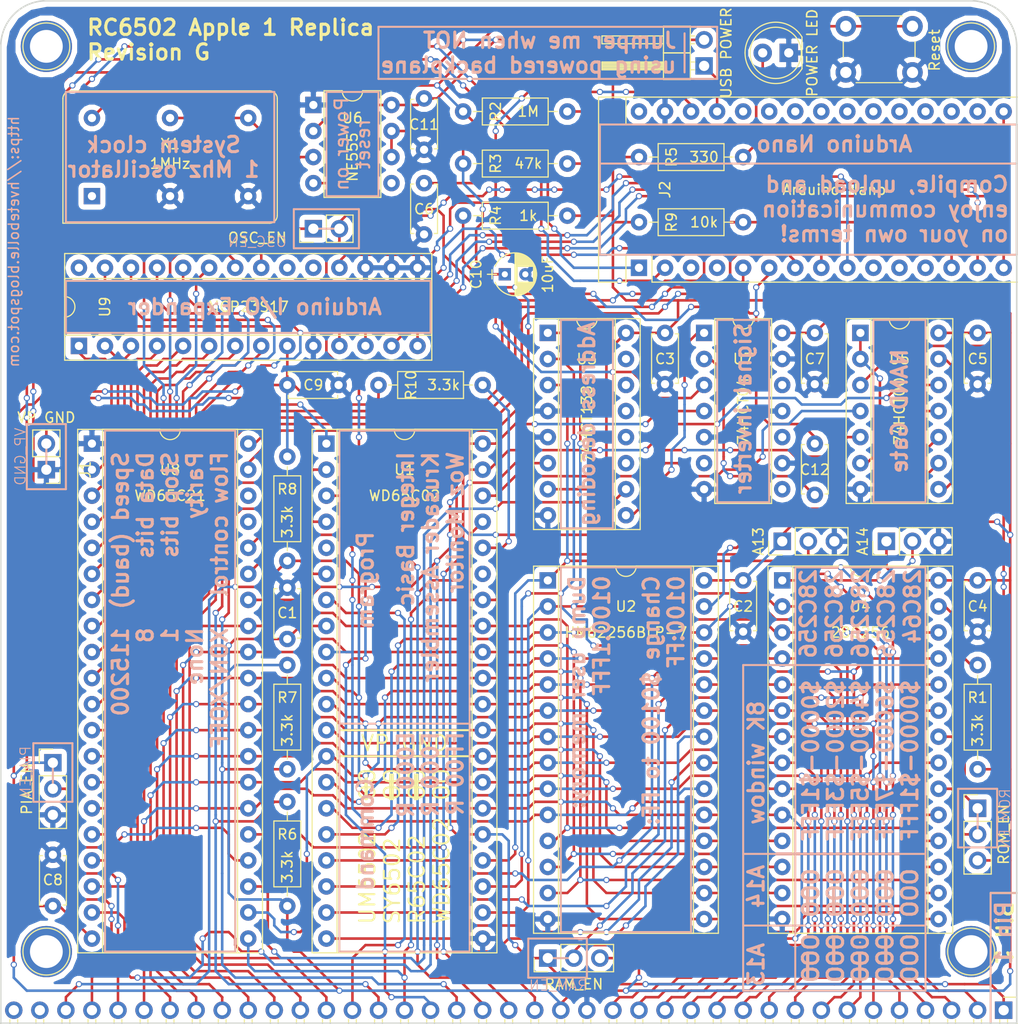
<source format=kicad_pcb>
(kicad_pcb (version 4) (host pcbnew 4.0.7)
  (layers (0 F.Cu signal hide) (31 B.Cu signal hide) (34 B.Paste user) (35 F.Paste user) (36 B.SilkS user hide) (37 F.SilkS user) (38 B.Mask user) (39 F.Mask user) (44 Edge.Cuts user))
  (net 0 "")
  (net 1 GND)
  (net 2 OUT_DA)
  (net 3 VCC)
  (net 4 "Net-(D1-Pad2)")
  (net 5 "Net-(J1-Pad2)")
  (net 6 TX)
  (net 7 RX)
  (net 8 KBD_READY)
  (net 9 KBD_STROBE)
  (net 10 OUT_RDA)
  (net 11 P_RESET)
  (net 12 "Net-(J2-Pad13)")
  (net 13 "Net-(J2-Pad14)")
  (net 14 "Net-(J2-Pad15)")
  (net 15 "Net-(J2-Pad16)")
  (net 16 A15)
  (net 17 A14)
  (net 18 A13)
  (net 19 A12)
  (net 20 A11)
  (net 21 A10)
  (net 22 A9)
  (net 23 A8)
  (net 24 A7)
  (net 25 A6)
  (net 26 A5)
  (net 27 A4)
  (net 28 A3)
  (net 29 A2)
  (net 30 A1)
  (net 31 A0)
  (net 32 PHI2)
  (net 33 RESET)
  (net 34 CLOCK)
  (net 35 IRQ)
  (net 36 RW)
  (net 37 RDY)
  (net 38 SYNC)
  (net 39 D0)
  (net 40 D1)
  (net 41 D2)
  (net 42 D3)
  (net 43 D4)
  (net 44 D5)
  (net 45 D6)
  (net 46 D7)
  (net 47 NMI)
  (net 48 A13_W)
  (net 49 A14_W)
  (net 50 "Net-(R1-Pad1)")
  (net 51 CS_PIA)
  (net 52 CS_ROM)
  (net 53 "Net-(U5-Pad1)")
  (net 54 KBD_D0)
  (net 55 KBD_D1)
  (net 56 KBD_D2)
  (net 57 KBD_D3)
  (net 58 KBD_D4)
  (net 59 KBD_D5)
  (net 60 KBD_D6)
  (net 61 KBD_D7)
  (net 62 OUT_D0)
  (net 63 OUT_D1)
  (net 64 OUT_D2)
  (net 65 OUT_D3)
  (net 66 OUT_D4)
  (net 67 OUT_D5)
  (net 68 OUT_D6)
  (net 69 "Net-(U2-Pad27)")
  (net 70 "Net-(U3-Pad9)")
  (net 71 "Net-(U3-Pad7)")
  (net 72 "Net-(U5-Pad13)")
  (net 73 "Net-(U6-Pad3)")
  (net 74 "Net-(U7-Pad1)")
  (net 75 "Net-(C6-Pad1)")
  (net 76 "Net-(C10-Pad1)")
  (net 77 "Net-(C12-Pad2)")
  (net 78 "Net-(J2-Pad27)")
  (net 79 "Net-(R10-Pad1)")
  (net 80 "Net-(J9-Pad2)")
  (net 81 "Net-(J10-Pad2)")
  (net 82 "Net-(J11-Pad2)")
  (net 83 "Net-(JP1-Pad1)")
  (net 84 PHI1)
  (module Housings_DIP:DIP-40_W15.24mm_Socket (layer F.Cu) (at 147.955 82.55)
    (fp_text reference U1 (at 7.62 2.54) (layer F.SilkS))
    (fp_text value WD65C02 (at 7.62 5.08 180) (layer F.SilkS))
    (pad 1 thru_hole rect (at 0 0) (size 1.6 1.6) (drill 0.8) (layers *.Cu *.Mask) (net 5 "Net-(J1-Pad2)"))
    (pad 21 thru_hole oval (at 15.24 48.26) (size 1.6 1.6) (drill 0.8) (layers *.Cu *.Mask) (net 1 GND))
    (pad 2 thru_hole oval (at 0 2.54) (size 1.6 1.6) (drill 0.8) (layers *.Cu *.Mask) (net 37 RDY))
    (pad 22 thru_hole oval (at 15.24 45.72) (size 1.6 1.6) (drill 0.8) (layers *.Cu *.Mask) (net 19 A12))
    (pad 3 thru_hole oval (at 0 5.08) (size 1.6 1.6) (drill 0.8) (layers *.Cu *.Mask) (net 84 PHI1))
    (pad 23 thru_hole oval (at 15.24 43.18) (size 1.6 1.6) (drill 0.8) (layers *.Cu *.Mask) (net 18 A13))
    (pad 4 thru_hole oval (at 0 7.62) (size 1.6 1.6) (drill 0.8) (layers *.Cu *.Mask) (net 35 IRQ))
    (pad 24 thru_hole oval (at 15.24 40.64) (size 1.6 1.6) (drill 0.8) (layers *.Cu *.Mask) (net 17 A14))
    (pad 5 thru_hole oval (at 0 10.16) (size 1.6 1.6) (drill 0.8) (layers *.Cu *.Mask))
    (pad 25 thru_hole oval (at 15.24 38.1) (size 1.6 1.6) (drill 0.8) (layers *.Cu *.Mask) (net 16 A15))
    (pad 6 thru_hole oval (at 0 12.7) (size 1.6 1.6) (drill 0.8) (layers *.Cu *.Mask) (net 47 NMI))
    (pad 26 thru_hole oval (at 15.24 35.56) (size 1.6 1.6) (drill 0.8) (layers *.Cu *.Mask) (net 46 D7))
    (pad 7 thru_hole oval (at 0 15.24) (size 1.6 1.6) (drill 0.8) (layers *.Cu *.Mask) (net 38 SYNC))
    (pad 27 thru_hole oval (at 15.24 33.02) (size 1.6 1.6) (drill 0.8) (layers *.Cu *.Mask) (net 45 D6))
    (pad 8 thru_hole oval (at 0 17.78) (size 1.6 1.6) (drill 0.8) (layers *.Cu *.Mask) (net 3 VCC))
    (pad 28 thru_hole oval (at 15.24 30.48) (size 1.6 1.6) (drill 0.8) (layers *.Cu *.Mask) (net 44 D5))
    (pad 9 thru_hole oval (at 0 20.32) (size 1.6 1.6) (drill 0.8) (layers *.Cu *.Mask) (net 31 A0))
    (pad 29 thru_hole oval (at 15.24 27.94) (size 1.6 1.6) (drill 0.8) (layers *.Cu *.Mask) (net 43 D4))
    (pad 10 thru_hole oval (at 0 22.86) (size 1.6 1.6) (drill 0.8) (layers *.Cu *.Mask) (net 30 A1))
    (pad 30 thru_hole oval (at 15.24 25.4) (size 1.6 1.6) (drill 0.8) (layers *.Cu *.Mask) (net 42 D3))
    (pad 11 thru_hole oval (at 0 25.4) (size 1.6 1.6) (drill 0.8) (layers *.Cu *.Mask) (net 29 A2))
    (pad 31 thru_hole oval (at 15.24 22.86) (size 1.6 1.6) (drill 0.8) (layers *.Cu *.Mask) (net 41 D2))
    (pad 12 thru_hole oval (at 0 27.94) (size 1.6 1.6) (drill 0.8) (layers *.Cu *.Mask) (net 28 A3))
    (pad 32 thru_hole oval (at 15.24 20.32) (size 1.6 1.6) (drill 0.8) (layers *.Cu *.Mask) (net 40 D1))
    (pad 13 thru_hole oval (at 0 30.48) (size 1.6 1.6) (drill 0.8) (layers *.Cu *.Mask) (net 27 A4))
    (pad 33 thru_hole oval (at 15.24 17.78) (size 1.6 1.6) (drill 0.8) (layers *.Cu *.Mask) (net 39 D0))
    (pad 14 thru_hole oval (at 0 33.02) (size 1.6 1.6) (drill 0.8) (layers *.Cu *.Mask) (net 26 A5))
    (pad 34 thru_hole oval (at 15.24 15.24) (size 1.6 1.6) (drill 0.8) (layers *.Cu *.Mask) (net 36 RW))
    (pad 15 thru_hole oval (at 0 35.56) (size 1.6 1.6) (drill 0.8) (layers *.Cu *.Mask) (net 25 A6))
    (pad 35 thru_hole oval (at 15.24 12.7) (size 1.6 1.6) (drill 0.8) (layers *.Cu *.Mask))
    (pad 16 thru_hole oval (at 0 38.1) (size 1.6 1.6) (drill 0.8) (layers *.Cu *.Mask) (net 24 A7))
    (pad 36 thru_hole oval (at 15.24 10.16) (size 1.6 1.6) (drill 0.8) (layers *.Cu *.Mask) (net 79 "Net-(R10-Pad1)"))
    (pad 17 thru_hole oval (at 0 40.64) (size 1.6 1.6) (drill 0.8) (layers *.Cu *.Mask) (net 23 A8))
    (pad 37 thru_hole oval (at 15.24 7.62) (size 1.6 1.6) (drill 0.8) (layers *.Cu *.Mask) (net 34 CLOCK))
    (pad 18 thru_hole oval (at 0 43.18) (size 1.6 1.6) (drill 0.8) (layers *.Cu *.Mask) (net 22 A9))
    (pad 38 thru_hole oval (at 15.24 5.08) (size 1.6 1.6) (drill 0.8) (layers *.Cu *.Mask) (net 3 VCC))
    (pad 19 thru_hole oval (at 0 45.72) (size 1.6 1.6) (drill 0.8) (layers *.Cu *.Mask) (net 21 A10))
    (pad 39 thru_hole oval (at 15.24 2.54) (size 1.6 1.6) (drill 0.8) (layers *.Cu *.Mask) (net 32 PHI2))
    (pad 20 thru_hole oval (at 0 48.26) (size 1.6 1.6) (drill 0.8) (layers *.Cu *.Mask) (net 20 A11))
    (pad 40 thru_hole oval (at 15.24 0) (size 1.6 1.6) (drill 0.8) (layers *.Cu *.Mask) (net 33 RESET))
  )
  (module Capacitors_THT:C_Disc_D4.7mm_W2.5mm_P5.00mm (layer F.Cu) (at 144.145 101.6 90)
    (fp_text reference C1 (at 2.54 0 180) (layer F.SilkS))
    (fp_text value 100nF)
    (pad 1 thru_hole circle (at 0 0 90) (size 1.6 1.6) (drill 0.8) (layers *.Cu *.Mask) (net 3 VCC))
    (pad 2 thru_hole circle (at 5 0 90) (size 1.6 1.6) (drill 0.8) (layers *.Cu *.Mask) (net 1 GND))
  )
  (module Capacitors_THT:C_Disc_D4.7mm_W2.5mm_P5.00mm (layer F.Cu) (at 188.595 95.885 270)
    (fp_text reference C2 (at 2.54 0 360) (layer F.SilkS))
    (fp_text value 100nF)
    (pad 1 thru_hole circle (at 0 0 270) (size 1.6 1.6) (drill 0.8) (layers *.Cu *.Mask) (net 3 VCC))
    (pad 2 thru_hole circle (at 5 0 270) (size 1.6 1.6) (drill 0.8) (layers *.Cu *.Mask) (net 1 GND))
  )
  (module Capacitors_THT:C_Disc_D4.7mm_W2.5mm_P5.00mm (layer F.Cu) (at 211.455 95.885 270)
    (fp_text reference C4 (at 2.54 0 360) (layer F.SilkS))
    (fp_text value 100nF)
    (pad 1 thru_hole circle (at 0 0 270) (size 1.6 1.6) (drill 0.8) (layers *.Cu *.Mask) (net 3 VCC))
    (pad 2 thru_hole circle (at 5 0 270) (size 1.6 1.6) (drill 0.8) (layers *.Cu *.Mask) (net 1 GND))
  )
  (module Capacitors_THT:C_Disc_D4.7mm_W2.5mm_P5.00mm (layer F.Cu) (at 211.455 71.755 270)
    (fp_text reference C5 (at 2.54 0 360) (layer F.SilkS))
    (fp_text value 100nF)
    (pad 1 thru_hole circle (at 0 0 270) (size 1.6 1.6) (drill 0.8) (layers *.Cu *.Mask) (net 3 VCC))
    (pad 2 thru_hole circle (at 5 0 270) (size 1.6 1.6) (drill 0.8) (layers *.Cu *.Mask) (net 1 GND))
  )
  (module Capacitors_THT:C_Disc_D4.7mm_W2.5mm_P5.00mm (layer F.Cu) (at 157.48 57.15 270)
    (fp_text reference C6 (at 2.54 0 540) (layer F.SilkS))
    (fp_text value 100nF)
    (pad 1 thru_hole circle (at 0 0 270) (size 1.6 1.6) (drill 0.8) (layers *.Cu *.Mask) (net 75 "Net-(C6-Pad1)"))
    (pad 2 thru_hole circle (at 5 0 270) (size 1.6 1.6) (drill 0.8) (layers *.Cu *.Mask) (net 1 GND))
  )
  (module Capacitors_THT:C_Disc_D4.7mm_W2.5mm_P5.00mm (layer F.Cu) (at 195.58 71.755 270)
    (fp_text reference C7 (at 2.54 0 360) (layer F.SilkS))
    (fp_text value 100nF)
    (pad 1 thru_hole circle (at 0 0 270) (size 1.6 1.6) (drill 0.8) (layers *.Cu *.Mask) (net 3 VCC))
    (pad 2 thru_hole circle (at 5 0 270) (size 1.6 1.6) (drill 0.8) (layers *.Cu *.Mask) (net 1 GND))
  )
  (module Capacitors_THT:C_Disc_D4.7mm_W2.5mm_P5.00mm (layer F.Cu) (at 121.285 127.635 90)
    (fp_text reference C8 (at 2.54 0 180) (layer F.SilkS))
    (fp_text value 100nF)
    (pad 1 thru_hole circle (at 0 0 90) (size 1.6 1.6) (drill 0.8) (layers *.Cu *.Mask) (net 3 VCC))
    (pad 2 thru_hole circle (at 5 0 90) (size 1.6 1.6) (drill 0.8) (layers *.Cu *.Mask) (net 1 GND))
  )
  (module Capacitors_THT:C_Disc_D4.7mm_W2.5mm_P5.00mm (layer F.Cu) (at 144.145 76.835)
    (fp_text reference C9 (at 2.54 0) (layer F.SilkS))
    (fp_text value 100nF)
    (pad 1 thru_hole circle (at 0 0) (size 1.6 1.6) (drill 0.8) (layers *.Cu *.Mask) (net 3 VCC))
    (pad 2 thru_hole circle (at 5 0) (size 1.6 1.6) (drill 0.8) (layers *.Cu *.Mask) (net 1 GND))
  )
  (module Capacitors_THT:C_Disc_D4.7mm_W2.5mm_P5.00mm (layer F.Cu) (at 157.48 48.895 270)
    (fp_text reference C11 (at 2.54 0 360) (layer F.SilkS))
    (fp_text value 100nF)
    (pad 1 thru_hole circle (at 0 0 270) (size 1.6 1.6) (drill 0.8) (layers *.Cu *.Mask) (net 3 VCC))
    (pad 2 thru_hole circle (at 5 0 270) (size 1.6 1.6) (drill 0.8) (layers *.Cu *.Mask) (net 1 GND))
  )
  (module Modules:Arduino_Nano (layer F.Cu) (at 178.435 65.405 90)
    (fp_text reference J2 (at 7.62 2.54 90) (layer F.SilkS))
    (fp_text value "Arduino Nano" (at 7.62 19.05 180) (layer F.SilkS))
    (pad 1 thru_hole rect (at 0 0 90) (size 1.6 1.6) (drill 0.8) (layers *.Cu *.Mask) (net 6 TX))
    (pad 17 thru_hole oval (at 15.24 33.02 90) (size 1.6 1.6) (drill 0.8) (layers *.Cu *.Mask))
    (pad 2 thru_hole oval (at 0 2.54 90) (size 1.6 1.6) (drill 0.8) (layers *.Cu *.Mask) (net 7 RX))
    (pad 18 thru_hole oval (at 15.24 30.48 90) (size 1.6 1.6) (drill 0.8) (layers *.Cu *.Mask))
    (pad 3 thru_hole oval (at 0 5.08 90) (size 1.6 1.6) (drill 0.8) (layers *.Cu *.Mask))
    (pad 19 thru_hole oval (at 15.24 27.94 90) (size 1.6 1.6) (drill 0.8) (layers *.Cu *.Mask))
    (pad 4 thru_hole oval (at 0 7.62 90) (size 1.6 1.6) (drill 0.8) (layers *.Cu *.Mask))
    (pad 20 thru_hole oval (at 15.24 25.4 90) (size 1.6 1.6) (drill 0.8) (layers *.Cu *.Mask))
    (pad 5 thru_hole oval (at 0 10.16 90) (size 1.6 1.6) (drill 0.8) (layers *.Cu *.Mask) (net 8 KBD_READY))
    (pad 21 thru_hole oval (at 15.24 22.86 90) (size 1.6 1.6) (drill 0.8) (layers *.Cu *.Mask))
    (pad 6 thru_hole oval (at 0 12.7 90) (size 1.6 1.6) (drill 0.8) (layers *.Cu *.Mask) (net 2 OUT_DA))
    (pad 22 thru_hole oval (at 15.24 20.32 90) (size 1.6 1.6) (drill 0.8) (layers *.Cu *.Mask))
    (pad 7 thru_hole oval (at 0 15.24 90) (size 1.6 1.6) (drill 0.8) (layers *.Cu *.Mask) (net 9 KBD_STROBE))
    (pad 23 thru_hole oval (at 15.24 17.78 90) (size 1.6 1.6) (drill 0.8) (layers *.Cu *.Mask))
    (pad 8 thru_hole oval (at 0 17.78 90) (size 1.6 1.6) (drill 0.8) (layers *.Cu *.Mask) (net 10 OUT_RDA))
    (pad 24 thru_hole oval (at 15.24 15.24 90) (size 1.6 1.6) (drill 0.8) (layers *.Cu *.Mask))
    (pad 9 thru_hole oval (at 0 20.32 90) (size 1.6 1.6) (drill 0.8) (layers *.Cu *.Mask) (net 34 CLOCK))
    (pad 25 thru_hole oval (at 15.24 12.7 90) (size 1.6 1.6) (drill 0.8) (layers *.Cu *.Mask))
    (pad 10 thru_hole oval (at 0 22.86 90) (size 1.6 1.6) (drill 0.8) (layers *.Cu *.Mask))
    (pad 26 thru_hole oval (at 15.24 10.16 90) (size 1.6 1.6) (drill 0.8) (layers *.Cu *.Mask))
    (pad 11 thru_hole oval (at 0 25.4 90) (size 1.6 1.6) (drill 0.8) (layers *.Cu *.Mask))
    (pad 27 thru_hole oval (at 15.24 7.62 90) (size 1.6 1.6) (drill 0.8) (layers *.Cu *.Mask) (net 78 "Net-(J2-Pad27)"))
    (pad 12 thru_hole oval (at 0 27.94 90) (size 1.6 1.6) (drill 0.8) (layers *.Cu *.Mask))
    (pad 28 thru_hole oval (at 15.24 5.08 90) (size 1.6 1.6) (drill 0.8) (layers *.Cu *.Mask) (net 11 P_RESET))
    (pad 13 thru_hole oval (at 0 30.48 90) (size 1.6 1.6) (drill 0.8) (layers *.Cu *.Mask) (net 12 "Net-(J2-Pad13)"))
    (pad 29 thru_hole oval (at 15.24 2.54 90) (size 1.6 1.6) (drill 0.8) (layers *.Cu *.Mask) (net 1 GND))
    (pad 14 thru_hole oval (at 0 33.02 90) (size 1.6 1.6) (drill 0.8) (layers *.Cu *.Mask) (net 13 "Net-(J2-Pad14)"))
    (pad 30 thru_hole oval (at 15.24 0 90) (size 1.6 1.6) (drill 0.8) (layers *.Cu *.Mask))
    (pad 15 thru_hole oval (at 0 35.56 90) (size 1.6 1.6) (drill 0.8) (layers *.Cu *.Mask) (net 14 "Net-(J2-Pad15)"))
    (pad 16 thru_hole oval (at 15.24 35.56 90) (size 1.6 1.6) (drill 0.8) (layers *.Cu *.Mask) (net 15 "Net-(J2-Pad16)"))
  )
  (module Pin_Headers:Pin_Header_Angled_1x39_Pitch2.54mm (layer F.Cu) (at 213.995 137.795 270)
    (fp_text reference J3 (at 4.315 -2.27 270) (layer F.SilkS))
    (fp_text value Backplane)
    (pad 1 thru_hole rect (at 0 0 270) (size 1.7 1.7) (drill 1) (layers *.Cu *.Mask) (net 16 A15))
    (pad 2 thru_hole oval (at 0 2.54 270) (size 1.7 1.7) (drill 1) (layers *.Cu *.Mask) (net 17 A14))
    (pad 3 thru_hole oval (at 0 5.08 270) (size 1.7 1.7) (drill 1) (layers *.Cu *.Mask) (net 18 A13))
    (pad 4 thru_hole oval (at 0 7.62 270) (size 1.7 1.7) (drill 1) (layers *.Cu *.Mask) (net 19 A12))
    (pad 5 thru_hole oval (at 0 10.16 270) (size 1.7 1.7) (drill 1) (layers *.Cu *.Mask) (net 20 A11))
    (pad 6 thru_hole oval (at 0 12.7 270) (size 1.7 1.7) (drill 1) (layers *.Cu *.Mask) (net 21 A10))
    (pad 7 thru_hole oval (at 0 15.24 270) (size 1.7 1.7) (drill 1) (layers *.Cu *.Mask) (net 22 A9))
    (pad 8 thru_hole oval (at 0 17.78 270) (size 1.7 1.7) (drill 1) (layers *.Cu *.Mask) (net 23 A8))
    (pad 9 thru_hole oval (at 0 20.32 270) (size 1.7 1.7) (drill 1) (layers *.Cu *.Mask) (net 24 A7))
    (pad 10 thru_hole oval (at 0 22.86 270) (size 1.7 1.7) (drill 1) (layers *.Cu *.Mask) (net 25 A6))
    (pad 11 thru_hole oval (at 0 25.4 270) (size 1.7 1.7) (drill 1) (layers *.Cu *.Mask) (net 26 A5))
    (pad 12 thru_hole oval (at 0 27.94 270) (size 1.7 1.7) (drill 1) (layers *.Cu *.Mask) (net 27 A4))
    (pad 13 thru_hole oval (at 0 30.48 270) (size 1.7 1.7) (drill 1) (layers *.Cu *.Mask) (net 28 A3))
    (pad 14 thru_hole oval (at 0 33.02 270) (size 1.7 1.7) (drill 1) (layers *.Cu *.Mask) (net 29 A2))
    (pad 15 thru_hole oval (at 0 35.56 270) (size 1.7 1.7) (drill 1) (layers *.Cu *.Mask) (net 30 A1))
    (pad 16 thru_hole oval (at 0 38.1 270) (size 1.7 1.7) (drill 1) (layers *.Cu *.Mask) (net 31 A0))
    (pad 17 thru_hole oval (at 0 40.64 270) (size 1.7 1.7) (drill 1) (layers *.Cu *.Mask) (net 1 GND))
    (pad 18 thru_hole oval (at 0 43.18 270) (size 1.7 1.7) (drill 1) (layers *.Cu *.Mask) (net 3 VCC))
    (pad 19 thru_hole oval (at 0 45.72 270) (size 1.7 1.7) (drill 1) (layers *.Cu *.Mask) (net 32 PHI2))
    (pad 20 thru_hole oval (at 0 48.26 270) (size 1.7 1.7) (drill 1) (layers *.Cu *.Mask) (net 33 RESET))
    (pad 21 thru_hole oval (at 0 50.8 270) (size 1.7 1.7) (drill 1) (layers *.Cu *.Mask) (net 34 CLOCK))
    (pad 22 thru_hole oval (at 0 53.34 270) (size 1.7 1.7) (drill 1) (layers *.Cu *.Mask) (net 35 IRQ))
    (pad 23 thru_hole oval (at 0 55.88 270) (size 1.7 1.7) (drill 1) (layers *.Cu *.Mask) (net 84 PHI1))
    (pad 24 thru_hole oval (at 0 58.42 270) (size 1.7 1.7) (drill 1) (layers *.Cu *.Mask) (net 36 RW))
    (pad 25 thru_hole oval (at 0 60.96 270) (size 1.7 1.7) (drill 1) (layers *.Cu *.Mask) (net 37 RDY))
    (pad 26 thru_hole oval (at 0 63.5 270) (size 1.7 1.7) (drill 1) (layers *.Cu *.Mask) (net 38 SYNC))
    (pad 27 thru_hole oval (at 0 66.04 270) (size 1.7 1.7) (drill 1) (layers *.Cu *.Mask) (net 39 D0))
    (pad 28 thru_hole oval (at 0 68.58 270) (size 1.7 1.7) (drill 1) (layers *.Cu *.Mask) (net 40 D1))
    (pad 29 thru_hole oval (at 0 71.12 270) (size 1.7 1.7) (drill 1) (layers *.Cu *.Mask) (net 41 D2))
    (pad 30 thru_hole oval (at 0 73.66 270) (size 1.7 1.7) (drill 1) (layers *.Cu *.Mask) (net 42 D3))
    (pad 31 thru_hole oval (at 0 76.2 270) (size 1.7 1.7) (drill 1) (layers *.Cu *.Mask) (net 43 D4))
    (pad 32 thru_hole oval (at 0 78.74 270) (size 1.7 1.7) (drill 1) (layers *.Cu *.Mask) (net 44 D5))
    (pad 33 thru_hole oval (at 0 81.28 270) (size 1.7 1.7) (drill 1) (layers *.Cu *.Mask) (net 45 D6))
    (pad 34 thru_hole oval (at 0 83.82 270) (size 1.7 1.7) (drill 1) (layers *.Cu *.Mask) (net 46 D7))
    (pad 35 thru_hole oval (at 0 86.36 270) (size 1.7 1.7) (drill 1) (layers *.Cu *.Mask) (net 6 TX))
    (pad 36 thru_hole oval (at 0 88.9 270) (size 1.7 1.7) (drill 1) (layers *.Cu *.Mask) (net 7 RX))
    (pad 37 thru_hole oval (at 0 91.44 270) (size 1.7 1.7) (drill 1) (layers *.Cu *.Mask) (net 47 NMI))
    (pad 38 thru_hole oval (at 0 93.98 270) (size 1.7 1.7) (drill 1) (layers *.Cu *.Mask))
    (pad 39 thru_hole oval (at 0 96.52 270) (size 1.7 1.7) (drill 1) (layers *.Cu *.Mask))
  )
  (module Resistors_THT:R_Axial_DIN0207_L6.3mm_D2.5mm_P10.16mm_Horizontal (layer F.Cu) (at 211.455 104.14 270)
    (fp_text reference R1 (at 3.175 0 360) (layer F.SilkS))
    (fp_text value 3.3k (at 6.35 0 270) (layer F.SilkS))
    (pad 1 thru_hole circle (at 0 0 270) (size 1.6 1.6) (drill 0.8) (layers *.Cu *.Mask) (net 50 "Net-(R1-Pad1)"))
    (pad 2 thru_hole oval (at 10.16 0 270) (size 1.6 1.6) (drill 0.8) (layers *.Cu *.Mask) (net 3 VCC))
  )
  (module Resistors_THT:R_Axial_DIN0207_L6.3mm_D2.5mm_P10.16mm_Horizontal (layer F.Cu) (at 171.45 50.165 180)
    (fp_text reference R2 (at 6.985 0 270) (layer F.SilkS))
    (fp_text value 1M (at 3.81 0 180) (layer F.SilkS))
    (pad 1 thru_hole circle (at 0 0 180) (size 1.6 1.6) (drill 0.8) (layers *.Cu *.Mask) (net 3 VCC))
    (pad 2 thru_hole oval (at 10.16 0 180) (size 1.6 1.6) (drill 0.8) (layers *.Cu *.Mask) (net 75 "Net-(C6-Pad1)"))
  )
  (module Resistors_THT:R_Axial_DIN0207_L6.3mm_D2.5mm_P10.16mm_Horizontal (layer F.Cu) (at 171.45 55.245 180)
    (fp_text reference R3 (at 6.985 0 270) (layer F.SilkS))
    (fp_text value 47k (at 3.81 0 180) (layer F.SilkS))
    (pad 1 thru_hole circle (at 0 0 180) (size 1.6 1.6) (drill 0.8) (layers *.Cu *.Mask) (net 3 VCC))
    (pad 2 thru_hole oval (at 10.16 0 180) (size 1.6 1.6) (drill 0.8) (layers *.Cu *.Mask) (net 76 "Net-(C10-Pad1)"))
  )
  (module Resistors_THT:R_Axial_DIN0207_L6.3mm_D2.5mm_P10.16mm_Horizontal (layer F.Cu) (at 161.29 60.325)
    (fp_text reference R4 (at 3.175 0 90) (layer F.SilkS))
    (fp_text value 1k (at 6.35 0) (layer F.SilkS))
    (pad 1 thru_hole circle (at 0 0) (size 1.6 1.6) (drill 0.8) (layers *.Cu *.Mask) (net 33 RESET))
    (pad 2 thru_hole oval (at 10.16 0) (size 1.6 1.6) (drill 0.8) (layers *.Cu *.Mask) (net 3 VCC))
  )
  (module Resistors_THT:R_Axial_DIN0207_L6.3mm_D2.5mm_P10.16mm_Horizontal (layer F.Cu) (at 178.435 54.61)
    (fp_text reference R5 (at 3.175 0 90) (layer F.SilkS))
    (fp_text value 330 (at 6.35 0) (layer F.SilkS))
    (pad 1 thru_hole circle (at 0 0) (size 1.6 1.6) (drill 0.8) (layers *.Cu *.Mask) (net 3 VCC))
    (pad 2 thru_hole oval (at 10.16 0) (size 1.6 1.6) (drill 0.8) (layers *.Cu *.Mask) (net 4 "Net-(D1-Pad2)"))
  )
  (module Resistors_THT:R_Axial_DIN0207_L6.3mm_D2.5mm_P10.16mm_Horizontal (layer F.Cu) (at 144.145 117.475 270)
    (fp_text reference R6 (at 3.175 0 360) (layer F.SilkS))
    (fp_text value 3.3k (at 6.35 0 270) (layer F.SilkS))
    (pad 1 thru_hole circle (at 0 0 270) (size 1.6 1.6) (drill 0.8) (layers *.Cu *.Mask) (net 37 RDY))
    (pad 2 thru_hole oval (at 10.16 0 270) (size 1.6 1.6) (drill 0.8) (layers *.Cu *.Mask) (net 3 VCC))
  )
  (module Resistors_THT:R_Axial_DIN0207_L6.3mm_D2.5mm_P10.16mm_Horizontal (layer F.Cu) (at 144.145 114.3 90)
    (fp_text reference R7 (at 6.985 0 180) (layer F.SilkS))
    (fp_text value 3.3k (at 3.81 0 90) (layer F.SilkS))
    (pad 1 thru_hole circle (at 0 0 90) (size 1.6 1.6) (drill 0.8) (layers *.Cu *.Mask) (net 35 IRQ))
    (pad 2 thru_hole oval (at 10.16 0 90) (size 1.6 1.6) (drill 0.8) (layers *.Cu *.Mask) (net 3 VCC))
  )
  (module Resistors_THT:R_Axial_DIN0207_L6.3mm_D2.5mm_P10.16mm_Horizontal (layer F.Cu) (at 144.145 93.98 90)
    (fp_text reference R8 (at 6.985 0 180) (layer F.SilkS))
    (fp_text value 3.3k (at 3.81 0 90) (layer F.SilkS))
    (pad 1 thru_hole circle (at 0 0 90) (size 1.6 1.6) (drill 0.8) (layers *.Cu *.Mask) (net 47 NMI))
    (pad 2 thru_hole oval (at 10.16 0 90) (size 1.6 1.6) (drill 0.8) (layers *.Cu *.Mask) (net 3 VCC))
  )
  (module Resistors_THT:R_Axial_DIN0207_L6.3mm_D2.5mm_P10.16mm_Horizontal (layer F.Cu) (at 178.435 60.96)
    (fp_text reference R9 (at 3.175 0 90) (layer F.SilkS))
    (fp_text value 10k (at 6.35 0) (layer F.SilkS))
    (pad 1 thru_hole circle (at 0 0) (size 1.6 1.6) (drill 0.8) (layers *.Cu *.Mask) (net 3 VCC))
    (pad 2 thru_hole oval (at 10.16 0) (size 1.6 1.6) (drill 0.8) (layers *.Cu *.Mask) (net 12 "Net-(J2-Pad13)"))
  )
  (module Buttons_Switches_THT:SW_PUSH_6mm (layer F.Cu) (at 205.105 46.355 180)
    (fp_text reference SW1 (at 0 8.255 180) (layer F.SilkS))
    (fp_text value RESET)
    (pad 2 thru_hole circle (at 0 4.5 270) (size 2 2) (drill 1.1) (layers *.Cu *.Mask) (net 75 "Net-(C6-Pad1)"))
    (pad 1 thru_hole circle (at 0 0 270) (size 2 2) (drill 1.1) (layers *.Cu *.Mask) (net 1 GND))
    (pad 2 thru_hole circle (at 6.5 4.5 270) (size 2 2) (drill 1.1) (layers *.Cu *.Mask) (net 75 "Net-(C6-Pad1)"))
    (pad 1 thru_hole circle (at 6.5 0 270) (size 2 2) (drill 1.1) (layers *.Cu *.Mask) (net 1 GND))
  )
  (module Housings_DIP:DIP-28_W15.24mm_Socket (layer F.Cu) (at 169.545 95.885)
    (fp_text reference U2 (at 7.62 2.54) (layer F.SilkS))
    (fp_text value HM62256BLP-7 (at 7.62 5.08) (layer F.SilkS))
    (pad 1 thru_hole rect (at 0 0) (size 1.6 1.6) (drill 0.8) (layers *.Cu *.Mask) (net 17 A14))
    (pad 15 thru_hole oval (at 15.24 33.02) (size 1.6 1.6) (drill 0.8) (layers *.Cu *.Mask) (net 42 D3))
    (pad 2 thru_hole oval (at 0 2.54) (size 1.6 1.6) (drill 0.8) (layers *.Cu *.Mask) (net 19 A12))
    (pad 16 thru_hole oval (at 15.24 30.48) (size 1.6 1.6) (drill 0.8) (layers *.Cu *.Mask) (net 43 D4))
    (pad 3 thru_hole oval (at 0 5.08) (size 1.6 1.6) (drill 0.8) (layers *.Cu *.Mask) (net 24 A7))
    (pad 17 thru_hole oval (at 15.24 27.94) (size 1.6 1.6) (drill 0.8) (layers *.Cu *.Mask) (net 44 D5))
    (pad 4 thru_hole oval (at 0 7.62) (size 1.6 1.6) (drill 0.8) (layers *.Cu *.Mask) (net 25 A6))
    (pad 18 thru_hole oval (at 15.24 25.4) (size 1.6 1.6) (drill 0.8) (layers *.Cu *.Mask) (net 45 D6))
    (pad 5 thru_hole oval (at 0 10.16) (size 1.6 1.6) (drill 0.8) (layers *.Cu *.Mask) (net 26 A5))
    (pad 19 thru_hole oval (at 15.24 22.86) (size 1.6 1.6) (drill 0.8) (layers *.Cu *.Mask) (net 46 D7))
    (pad 6 thru_hole oval (at 0 12.7) (size 1.6 1.6) (drill 0.8) (layers *.Cu *.Mask) (net 27 A4))
    (pad 20 thru_hole oval (at 15.24 20.32) (size 1.6 1.6) (drill 0.8) (layers *.Cu *.Mask) (net 81 "Net-(J10-Pad2)"))
    (pad 7 thru_hole oval (at 0 15.24) (size 1.6 1.6) (drill 0.8) (layers *.Cu *.Mask) (net 28 A3))
    (pad 21 thru_hole oval (at 15.24 17.78) (size 1.6 1.6) (drill 0.8) (layers *.Cu *.Mask) (net 21 A10))
    (pad 8 thru_hole oval (at 0 17.78) (size 1.6 1.6) (drill 0.8) (layers *.Cu *.Mask) (net 29 A2))
    (pad 22 thru_hole oval (at 15.24 15.24) (size 1.6 1.6) (drill 0.8) (layers *.Cu *.Mask) (net 81 "Net-(J10-Pad2)"))
    (pad 9 thru_hole oval (at 0 20.32) (size 1.6 1.6) (drill 0.8) (layers *.Cu *.Mask) (net 30 A1))
    (pad 23 thru_hole oval (at 15.24 12.7) (size 1.6 1.6) (drill 0.8) (layers *.Cu *.Mask) (net 20 A11))
    (pad 10 thru_hole oval (at 0 22.86) (size 1.6 1.6) (drill 0.8) (layers *.Cu *.Mask) (net 31 A0))
    (pad 24 thru_hole oval (at 15.24 10.16) (size 1.6 1.6) (drill 0.8) (layers *.Cu *.Mask) (net 22 A9))
    (pad 11 thru_hole oval (at 0 25.4) (size 1.6 1.6) (drill 0.8) (layers *.Cu *.Mask) (net 39 D0))
    (pad 25 thru_hole oval (at 15.24 7.62) (size 1.6 1.6) (drill 0.8) (layers *.Cu *.Mask) (net 23 A8))
    (pad 12 thru_hole oval (at 0 27.94) (size 1.6 1.6) (drill 0.8) (layers *.Cu *.Mask) (net 40 D1))
    (pad 26 thru_hole oval (at 15.24 5.08) (size 1.6 1.6) (drill 0.8) (layers *.Cu *.Mask) (net 18 A13))
    (pad 13 thru_hole oval (at 0 30.48) (size 1.6 1.6) (drill 0.8) (layers *.Cu *.Mask) (net 41 D2))
    (pad 27 thru_hole oval (at 15.24 2.54) (size 1.6 1.6) (drill 0.8) (layers *.Cu *.Mask) (net 69 "Net-(U2-Pad27)"))
    (pad 14 thru_hole oval (at 0 33.02) (size 1.6 1.6) (drill 0.8) (layers *.Cu *.Mask) (net 1 GND))
    (pad 28 thru_hole oval (at 15.24 0) (size 1.6 1.6) (drill 0.8) (layers *.Cu *.Mask) (net 3 VCC))
  )
  (module Housings_DIP:DIP-14_W7.62mm_Socket (layer F.Cu) (at 200.025 71.755)
    (fp_text reference U5 (at 3.81 2.54) (layer F.SilkS))
    (fp_text value 74HCT00 (at 3.81 7.62 90) (layer F.SilkS))
    (pad 1 thru_hole rect (at 0 0) (size 1.6 1.6) (drill 0.8) (layers *.Cu *.Mask) (net 53 "Net-(U5-Pad1)"))
    (pad 8 thru_hole oval (at 7.62 15.24) (size 1.6 1.6) (drill 0.8) (layers *.Cu *.Mask) (net 72 "Net-(U5-Pad13)"))
    (pad 2 thru_hole oval (at 0 2.54) (size 1.6 1.6) (drill 0.8) (layers *.Cu *.Mask) (net 53 "Net-(U5-Pad1)"))
    (pad 9 thru_hole oval (at 7.62 12.7) (size 1.6 1.6) (drill 0.8) (layers *.Cu *.Mask) (net 36 RW))
    (pad 3 thru_hole oval (at 0 5.08) (size 1.6 1.6) (drill 0.8) (layers *.Cu *.Mask) (net 52 CS_ROM))
    (pad 10 thru_hole oval (at 7.62 10.16) (size 1.6 1.6) (drill 0.8) (layers *.Cu *.Mask) (net 36 RW))
    (pad 4 thru_hole oval (at 0 7.62) (size 1.6 1.6) (drill 0.8) (layers *.Cu *.Mask) (net 70 "Net-(U3-Pad9)"))
    (pad 11 thru_hole oval (at 7.62 7.62) (size 1.6 1.6) (drill 0.8) (layers *.Cu *.Mask) (net 69 "Net-(U2-Pad27)"))
    (pad 5 thru_hole oval (at 0 10.16) (size 1.6 1.6) (drill 0.8) (layers *.Cu *.Mask) (net 71 "Net-(U3-Pad7)"))
    (pad 12 thru_hole oval (at 7.62 5.08) (size 1.6 1.6) (drill 0.8) (layers *.Cu *.Mask) (net 32 PHI2))
    (pad 6 thru_hole oval (at 0 12.7) (size 1.6 1.6) (drill 0.8) (layers *.Cu *.Mask) (net 53 "Net-(U5-Pad1)"))
    (pad 13 thru_hole oval (at 7.62 2.54) (size 1.6 1.6) (drill 0.8) (layers *.Cu *.Mask) (net 72 "Net-(U5-Pad13)"))
    (pad 7 thru_hole oval (at 0 15.24) (size 1.6 1.6) (drill 0.8) (layers *.Cu *.Mask) (net 1 GND))
    (pad 14 thru_hole oval (at 7.62 0) (size 1.6 1.6) (drill 0.8) (layers *.Cu *.Mask) (net 3 VCC))
  )
  (module Housings_DIP:DIP-14_W7.62mm (layer F.Cu) (at 184.785 71.755)
    (fp_text reference U7 (at 3.81 2.54) (layer F.SilkS))
    (fp_text value 74HCT04 (at 3.81 7.62 90) (layer F.SilkS))
    (pad 1 thru_hole rect (at 0 0) (size 1.6 1.6) (drill 0.8) (layers *.Cu *.Mask) (net 74 "Net-(U7-Pad1)"))
    (pad 8 thru_hole oval (at 7.62 15.24) (size 1.6 1.6) (drill 0.8) (layers *.Cu *.Mask))
    (pad 2 thru_hole oval (at 0 2.54) (size 1.6 1.6) (drill 0.8) (layers *.Cu *.Mask) (net 77 "Net-(C12-Pad2)"))
    (pad 9 thru_hole oval (at 7.62 12.7) (size 1.6 1.6) (drill 0.8) (layers *.Cu *.Mask) (net 1 GND))
    (pad 3 thru_hole oval (at 0 5.08) (size 1.6 1.6) (drill 0.8) (layers *.Cu *.Mask) (net 73 "Net-(U6-Pad3)"))
    (pad 10 thru_hole oval (at 7.62 10.16) (size 1.6 1.6) (drill 0.8) (layers *.Cu *.Mask))
    (pad 4 thru_hole oval (at 0 7.62) (size 1.6 1.6) (drill 0.8) (layers *.Cu *.Mask) (net 33 RESET))
    (pad 11 thru_hole oval (at 7.62 7.62) (size 1.6 1.6) (drill 0.8) (layers *.Cu *.Mask) (net 1 GND))
    (pad 5 thru_hole oval (at 0 10.16) (size 1.6 1.6) (drill 0.8) (layers *.Cu *.Mask) (net 1 GND))
    (pad 12 thru_hole oval (at 7.62 5.08) (size 1.6 1.6) (drill 0.8) (layers *.Cu *.Mask))
    (pad 6 thru_hole oval (at 0 12.7) (size 1.6 1.6) (drill 0.8) (layers *.Cu *.Mask))
    (pad 13 thru_hole oval (at 7.62 2.54) (size 1.6 1.6) (drill 0.8) (layers *.Cu *.Mask) (net 1 GND))
    (pad 7 thru_hole oval (at 0 15.24) (size 1.6 1.6) (drill 0.8) (layers *.Cu *.Mask) (net 1 GND))
    (pad 14 thru_hole oval (at 7.62 0) (size 1.6 1.6) (drill 0.8) (layers *.Cu *.Mask) (net 3 VCC))
  )
  (module Housings_DIP:DIP-40_W15.24mm_Socket (layer F.Cu) (at 125.095 82.55)
    (fp_text reference U8 (at 7.62 2.54) (layer F.SilkS))
    (fp_text value WD65C21 (at 7.62 5.08) (layer F.SilkS))
    (pad 1 thru_hole rect (at 0 0) (size 1.6 1.6) (drill 0.8) (layers *.Cu *.Mask) (net 1 GND))
    (pad 21 thru_hole oval (at 15.24 48.26) (size 1.6 1.6) (drill 0.8) (layers *.Cu *.Mask) (net 36 RW))
    (pad 2 thru_hole oval (at 0 2.54) (size 1.6 1.6) (drill 0.8) (layers *.Cu *.Mask) (net 54 KBD_D0))
    (pad 22 thru_hole oval (at 15.24 45.72) (size 1.6 1.6) (drill 0.8) (layers *.Cu *.Mask) (net 27 A4))
    (pad 3 thru_hole oval (at 0 5.08) (size 1.6 1.6) (drill 0.8) (layers *.Cu *.Mask) (net 55 KBD_D1))
    (pad 23 thru_hole oval (at 15.24 43.18) (size 1.6 1.6) (drill 0.8) (layers *.Cu *.Mask) (net 51 CS_PIA))
    (pad 4 thru_hole oval (at 0 7.62) (size 1.6 1.6) (drill 0.8) (layers *.Cu *.Mask) (net 56 KBD_D2))
    (pad 24 thru_hole oval (at 15.24 40.64) (size 1.6 1.6) (drill 0.8) (layers *.Cu *.Mask) (net 82 "Net-(J11-Pad2)"))
    (pad 5 thru_hole oval (at 0 10.16) (size 1.6 1.6) (drill 0.8) (layers *.Cu *.Mask) (net 57 KBD_D3))
    (pad 25 thru_hole oval (at 15.24 38.1) (size 1.6 1.6) (drill 0.8) (layers *.Cu *.Mask) (net 32 PHI2))
    (pad 6 thru_hole oval (at 0 12.7) (size 1.6 1.6) (drill 0.8) (layers *.Cu *.Mask) (net 58 KBD_D4))
    (pad 26 thru_hole oval (at 15.24 35.56) (size 1.6 1.6) (drill 0.8) (layers *.Cu *.Mask) (net 46 D7))
    (pad 7 thru_hole oval (at 0 15.24) (size 1.6 1.6) (drill 0.8) (layers *.Cu *.Mask) (net 59 KBD_D5))
    (pad 27 thru_hole oval (at 15.24 33.02) (size 1.6 1.6) (drill 0.8) (layers *.Cu *.Mask) (net 45 D6))
    (pad 8 thru_hole oval (at 0 17.78) (size 1.6 1.6) (drill 0.8) (layers *.Cu *.Mask) (net 60 KBD_D6))
    (pad 28 thru_hole oval (at 15.24 30.48) (size 1.6 1.6) (drill 0.8) (layers *.Cu *.Mask) (net 44 D5))
    (pad 9 thru_hole oval (at 0 20.32) (size 1.6 1.6) (drill 0.8) (layers *.Cu *.Mask) (net 61 KBD_D7))
    (pad 29 thru_hole oval (at 15.24 27.94) (size 1.6 1.6) (drill 0.8) (layers *.Cu *.Mask) (net 43 D4))
    (pad 10 thru_hole oval (at 0 22.86) (size 1.6 1.6) (drill 0.8) (layers *.Cu *.Mask) (net 62 OUT_D0))
    (pad 30 thru_hole oval (at 15.24 25.4) (size 1.6 1.6) (drill 0.8) (layers *.Cu *.Mask) (net 42 D3))
    (pad 11 thru_hole oval (at 0 25.4) (size 1.6 1.6) (drill 0.8) (layers *.Cu *.Mask) (net 63 OUT_D1))
    (pad 31 thru_hole oval (at 15.24 22.86) (size 1.6 1.6) (drill 0.8) (layers *.Cu *.Mask) (net 41 D2))
    (pad 12 thru_hole oval (at 0 27.94) (size 1.6 1.6) (drill 0.8) (layers *.Cu *.Mask) (net 64 OUT_D2))
    (pad 32 thru_hole oval (at 15.24 20.32) (size 1.6 1.6) (drill 0.8) (layers *.Cu *.Mask) (net 40 D1))
    (pad 13 thru_hole oval (at 0 30.48) (size 1.6 1.6) (drill 0.8) (layers *.Cu *.Mask) (net 65 OUT_D3))
    (pad 33 thru_hole oval (at 15.24 17.78) (size 1.6 1.6) (drill 0.8) (layers *.Cu *.Mask) (net 39 D0))
    (pad 14 thru_hole oval (at 0 33.02) (size 1.6 1.6) (drill 0.8) (layers *.Cu *.Mask) (net 66 OUT_D4))
    (pad 34 thru_hole oval (at 15.24 15.24) (size 1.6 1.6) (drill 0.8) (layers *.Cu *.Mask) (net 33 RESET))
    (pad 15 thru_hole oval (at 0 35.56) (size 1.6 1.6) (drill 0.8) (layers *.Cu *.Mask) (net 67 OUT_D5))
    (pad 35 thru_hole oval (at 15.24 12.7) (size 1.6 1.6) (drill 0.8) (layers *.Cu *.Mask) (net 30 A1))
    (pad 16 thru_hole oval (at 0 38.1) (size 1.6 1.6) (drill 0.8) (layers *.Cu *.Mask) (net 68 OUT_D6))
    (pad 36 thru_hole oval (at 15.24 10.16) (size 1.6 1.6) (drill 0.8) (layers *.Cu *.Mask) (net 31 A0))
    (pad 17 thru_hole oval (at 0 40.64) (size 1.6 1.6) (drill 0.8) (layers *.Cu *.Mask) (net 2 OUT_DA))
    (pad 37 thru_hole oval (at 15.24 7.62) (size 1.6 1.6) (drill 0.8) (layers *.Cu *.Mask))
    (pad 18 thru_hole oval (at 0 43.18) (size 1.6 1.6) (drill 0.8) (layers *.Cu *.Mask) (net 10 OUT_RDA))
    (pad 38 thru_hole oval (at 15.24 5.08) (size 1.6 1.6) (drill 0.8) (layers *.Cu *.Mask))
    (pad 19 thru_hole oval (at 0 45.72) (size 1.6 1.6) (drill 0.8) (layers *.Cu *.Mask) (net 74 "Net-(U7-Pad1)"))
    (pad 39 thru_hole oval (at 15.24 2.54) (size 1.6 1.6) (drill 0.8) (layers *.Cu *.Mask) (net 8 KBD_READY))
    (pad 20 thru_hole oval (at 0 48.26) (size 1.6 1.6) (drill 0.8) (layers *.Cu *.Mask) (net 3 VCC))
    (pad 40 thru_hole oval (at 15.24 0) (size 1.6 1.6) (drill 0.8) (layers *.Cu *.Mask) (net 9 KBD_STROBE))
  )
  (module Housings_DIP:DIP-28_W7.62mm_Socket (layer F.Cu) (at 123.825 73.025 90)
    (fp_text reference U9 (at 3.81 2.54 270) (layer F.SilkS))
    (fp_text value MCP23S17 (at 3.81 16.51 180) (layer F.SilkS))
    (pad 1 thru_hole rect (at 0 0 90) (size 1.6 1.6) (drill 0.8) (layers *.Cu *.Mask) (net 54 KBD_D0))
    (pad 15 thru_hole oval (at 7.62 33.02 90) (size 1.6 1.6) (drill 0.8) (layers *.Cu *.Mask) (net 1 GND))
    (pad 2 thru_hole oval (at 0 2.54 90) (size 1.6 1.6) (drill 0.8) (layers *.Cu *.Mask) (net 55 KBD_D1))
    (pad 16 thru_hole oval (at 7.62 30.48 90) (size 1.6 1.6) (drill 0.8) (layers *.Cu *.Mask) (net 1 GND))
    (pad 3 thru_hole oval (at 0 5.08 90) (size 1.6 1.6) (drill 0.8) (layers *.Cu *.Mask) (net 56 KBD_D2))
    (pad 17 thru_hole oval (at 7.62 27.94 90) (size 1.6 1.6) (drill 0.8) (layers *.Cu *.Mask) (net 1 GND))
    (pad 4 thru_hole oval (at 0 7.62 90) (size 1.6 1.6) (drill 0.8) (layers *.Cu *.Mask) (net 57 KBD_D3))
    (pad 18 thru_hole oval (at 7.62 25.4 90) (size 1.6 1.6) (drill 0.8) (layers *.Cu *.Mask) (net 11 P_RESET))
    (pad 5 thru_hole oval (at 0 10.16 90) (size 1.6 1.6) (drill 0.8) (layers *.Cu *.Mask) (net 58 KBD_D4))
    (pad 19 thru_hole oval (at 7.62 22.86 90) (size 1.6 1.6) (drill 0.8) (layers *.Cu *.Mask))
    (pad 6 thru_hole oval (at 0 12.7 90) (size 1.6 1.6) (drill 0.8) (layers *.Cu *.Mask) (net 59 KBD_D5))
    (pad 20 thru_hole oval (at 7.62 20.32 90) (size 1.6 1.6) (drill 0.8) (layers *.Cu *.Mask))
    (pad 7 thru_hole oval (at 0 15.24 90) (size 1.6 1.6) (drill 0.8) (layers *.Cu *.Mask) (net 60 KBD_D6))
    (pad 21 thru_hole oval (at 7.62 17.78 90) (size 1.6 1.6) (drill 0.8) (layers *.Cu *.Mask) (net 62 OUT_D0))
    (pad 8 thru_hole oval (at 0 17.78 90) (size 1.6 1.6) (drill 0.8) (layers *.Cu *.Mask) (net 61 KBD_D7))
    (pad 22 thru_hole oval (at 7.62 15.24 90) (size 1.6 1.6) (drill 0.8) (layers *.Cu *.Mask) (net 63 OUT_D1))
    (pad 9 thru_hole oval (at 0 20.32 90) (size 1.6 1.6) (drill 0.8) (layers *.Cu *.Mask) (net 3 VCC))
    (pad 23 thru_hole oval (at 7.62 12.7 90) (size 1.6 1.6) (drill 0.8) (layers *.Cu *.Mask) (net 64 OUT_D2))
    (pad 10 thru_hole oval (at 0 22.86 90) (size 1.6 1.6) (drill 0.8) (layers *.Cu *.Mask) (net 1 GND))
    (pad 24 thru_hole oval (at 7.62 10.16 90) (size 1.6 1.6) (drill 0.8) (layers *.Cu *.Mask) (net 65 OUT_D3))
    (pad 11 thru_hole oval (at 0 25.4 90) (size 1.6 1.6) (drill 0.8) (layers *.Cu *.Mask) (net 12 "Net-(J2-Pad13)"))
    (pad 25 thru_hole oval (at 7.62 7.62 90) (size 1.6 1.6) (drill 0.8) (layers *.Cu *.Mask) (net 66 OUT_D4))
    (pad 12 thru_hole oval (at 0 27.94 90) (size 1.6 1.6) (drill 0.8) (layers *.Cu *.Mask) (net 15 "Net-(J2-Pad16)"))
    (pad 26 thru_hole oval (at 7.62 5.08 90) (size 1.6 1.6) (drill 0.8) (layers *.Cu *.Mask) (net 67 OUT_D5))
    (pad 13 thru_hole oval (at 0 30.48 90) (size 1.6 1.6) (drill 0.8) (layers *.Cu *.Mask) (net 13 "Net-(J2-Pad14)"))
    (pad 27 thru_hole oval (at 7.62 2.54 90) (size 1.6 1.6) (drill 0.8) (layers *.Cu *.Mask) (net 68 OUT_D6))
    (pad 14 thru_hole oval (at 0 33.02 90) (size 1.6 1.6) (drill 0.8) (layers *.Cu *.Mask) (net 14 "Net-(J2-Pad15)"))
    (pad 28 thru_hole oval (at 7.62 0 90) (size 1.6 1.6) (drill 0.8) (layers *.Cu *.Mask))
  )
  (module Housings_DIP:DIP-16_W7.62mm_Socket (layer F.Cu) (at 169.545 71.755)
    (fp_text reference U3 (at 3.81 2.54) (layer F.SilkS))
    (fp_text value 74HCT138 (at 3.81 8.89 90) (layer F.SilkS))
    (pad 1 thru_hole rect (at 0 0) (size 1.6 1.6) (drill 0.8) (layers *.Cu *.Mask) (net 19 A12))
    (pad 9 thru_hole oval (at 7.62 17.78) (size 1.6 1.6) (drill 0.8) (layers *.Cu *.Mask) (net 70 "Net-(U3-Pad9)"))
    (pad 2 thru_hole oval (at 0 2.54) (size 1.6 1.6) (drill 0.8) (layers *.Cu *.Mask) (net 18 A13))
    (pad 10 thru_hole oval (at 7.62 15.24) (size 1.6 1.6) (drill 0.8) (layers *.Cu *.Mask) (net 51 CS_PIA))
    (pad 3 thru_hole oval (at 0 5.08) (size 1.6 1.6) (drill 0.8) (layers *.Cu *.Mask) (net 17 A14))
    (pad 11 thru_hole oval (at 7.62 12.7) (size 1.6 1.6) (drill 0.8) (layers *.Cu *.Mask))
    (pad 4 thru_hole oval (at 0 7.62) (size 1.6 1.6) (drill 0.8) (layers *.Cu *.Mask) (net 1 GND))
    (pad 12 thru_hole oval (at 7.62 10.16) (size 1.6 1.6) (drill 0.8) (layers *.Cu *.Mask))
    (pad 5 thru_hole oval (at 0 10.16) (size 1.6 1.6) (drill 0.8) (layers *.Cu *.Mask) (net 1 GND))
    (pad 13 thru_hole oval (at 7.62 7.62) (size 1.6 1.6) (drill 0.8) (layers *.Cu *.Mask))
    (pad 6 thru_hole oval (at 0 12.7) (size 1.6 1.6) (drill 0.8) (layers *.Cu *.Mask) (net 16 A15))
    (pad 14 thru_hole oval (at 7.62 5.08) (size 1.6 1.6) (drill 0.8) (layers *.Cu *.Mask))
    (pad 7 thru_hole oval (at 0 15.24) (size 1.6 1.6) (drill 0.8) (layers *.Cu *.Mask) (net 71 "Net-(U3-Pad7)"))
    (pad 15 thru_hole oval (at 7.62 2.54) (size 1.6 1.6) (drill 0.8) (layers *.Cu *.Mask))
    (pad 8 thru_hole oval (at 0 17.78) (size 1.6 1.6) (drill 0.8) (layers *.Cu *.Mask) (net 1 GND))
    (pad 16 thru_hole oval (at 7.62 0) (size 1.6 1.6) (drill 0.8) (layers *.Cu *.Mask) (net 3 VCC))
  )
  (module Housings_DIP:DIP-28_W15.24mm_Socket (layer F.Cu) (at 192.405 95.885)
    (fp_text reference U4 (at 7.62 2.54) (layer F.SilkS))
    (fp_text value 28C256 (at 7.62 5.08) (layer F.SilkS))
    (pad 1 thru_hole rect (at 0 0) (size 1.6 1.6) (drill 0.8) (layers *.Cu *.Mask) (net 49 A14_W))
    (pad 15 thru_hole oval (at 15.24 33.02) (size 1.6 1.6) (drill 0.8) (layers *.Cu *.Mask) (net 42 D3))
    (pad 2 thru_hole oval (at 0 2.54) (size 1.6 1.6) (drill 0.8) (layers *.Cu *.Mask) (net 19 A12))
    (pad 16 thru_hole oval (at 15.24 30.48) (size 1.6 1.6) (drill 0.8) (layers *.Cu *.Mask) (net 43 D4))
    (pad 3 thru_hole oval (at 0 5.08) (size 1.6 1.6) (drill 0.8) (layers *.Cu *.Mask) (net 24 A7))
    (pad 17 thru_hole oval (at 15.24 27.94) (size 1.6 1.6) (drill 0.8) (layers *.Cu *.Mask) (net 44 D5))
    (pad 4 thru_hole oval (at 0 7.62) (size 1.6 1.6) (drill 0.8) (layers *.Cu *.Mask) (net 25 A6))
    (pad 18 thru_hole oval (at 15.24 25.4) (size 1.6 1.6) (drill 0.8) (layers *.Cu *.Mask) (net 45 D6))
    (pad 5 thru_hole oval (at 0 10.16) (size 1.6 1.6) (drill 0.8) (layers *.Cu *.Mask) (net 26 A5))
    (pad 19 thru_hole oval (at 15.24 22.86) (size 1.6 1.6) (drill 0.8) (layers *.Cu *.Mask) (net 46 D7))
    (pad 6 thru_hole oval (at 0 12.7) (size 1.6 1.6) (drill 0.8) (layers *.Cu *.Mask) (net 27 A4))
    (pad 20 thru_hole oval (at 15.24 20.32) (size 1.6 1.6) (drill 0.8) (layers *.Cu *.Mask) (net 80 "Net-(J9-Pad2)"))
    (pad 7 thru_hole oval (at 0 15.24) (size 1.6 1.6) (drill 0.8) (layers *.Cu *.Mask) (net 28 A3))
    (pad 21 thru_hole oval (at 15.24 17.78) (size 1.6 1.6) (drill 0.8) (layers *.Cu *.Mask) (net 21 A10))
    (pad 8 thru_hole oval (at 0 17.78) (size 1.6 1.6) (drill 0.8) (layers *.Cu *.Mask) (net 29 A2))
    (pad 22 thru_hole oval (at 15.24 15.24) (size 1.6 1.6) (drill 0.8) (layers *.Cu *.Mask) (net 80 "Net-(J9-Pad2)"))
    (pad 9 thru_hole oval (at 0 20.32) (size 1.6 1.6) (drill 0.8) (layers *.Cu *.Mask) (net 30 A1))
    (pad 23 thru_hole oval (at 15.24 12.7) (size 1.6 1.6) (drill 0.8) (layers *.Cu *.Mask) (net 20 A11))
    (pad 10 thru_hole oval (at 0 22.86) (size 1.6 1.6) (drill 0.8) (layers *.Cu *.Mask) (net 31 A0))
    (pad 24 thru_hole oval (at 15.24 10.16) (size 1.6 1.6) (drill 0.8) (layers *.Cu *.Mask) (net 22 A9))
    (pad 11 thru_hole oval (at 0 25.4) (size 1.6 1.6) (drill 0.8) (layers *.Cu *.Mask) (net 39 D0))
    (pad 25 thru_hole oval (at 15.24 7.62) (size 1.6 1.6) (drill 0.8) (layers *.Cu *.Mask) (net 23 A8))
    (pad 12 thru_hole oval (at 0 27.94) (size 1.6 1.6) (drill 0.8) (layers *.Cu *.Mask) (net 40 D1))
    (pad 26 thru_hole oval (at 15.24 5.08) (size 1.6 1.6) (drill 0.8) (layers *.Cu *.Mask) (net 48 A13_W))
    (pad 13 thru_hole oval (at 0 30.48) (size 1.6 1.6) (drill 0.8) (layers *.Cu *.Mask) (net 41 D2))
    (pad 27 thru_hole oval (at 15.24 2.54) (size 1.6 1.6) (drill 0.8) (layers *.Cu *.Mask) (net 50 "Net-(R1-Pad1)"))
    (pad 14 thru_hole oval (at 0 33.02) (size 1.6 1.6) (drill 0.8) (layers *.Cu *.Mask) (net 1 GND))
    (pad 28 thru_hole oval (at 15.24 0) (size 1.6 1.6) (drill 0.8) (layers *.Cu *.Mask) (net 3 VCC))
  )
  (module Housings_DIP:DIP-8_W7.62mm (layer F.Cu) (at 146.685 49.53)
    (fp_text reference U6 (at 3.81 1.27) (layer F.SilkS))
    (fp_text value NE555 (at 3.81 5.08 270) (layer F.SilkS))
    (pad 1 thru_hole rect (at 0 0) (size 1.6 1.6) (drill 0.8) (layers *.Cu *.Mask) (net 1 GND))
    (pad 5 thru_hole oval (at 7.62 7.62) (size 1.6 1.6) (drill 0.8) (layers *.Cu *.Mask))
    (pad 2 thru_hole oval (at 0 2.54) (size 1.6 1.6) (drill 0.8) (layers *.Cu *.Mask) (net 75 "Net-(C6-Pad1)"))
    (pad 6 thru_hole oval (at 7.62 5.08) (size 1.6 1.6) (drill 0.8) (layers *.Cu *.Mask) (net 76 "Net-(C10-Pad1)"))
    (pad 3 thru_hole oval (at 0 5.08) (size 1.6 1.6) (drill 0.8) (layers *.Cu *.Mask) (net 73 "Net-(U6-Pad3)"))
    (pad 7 thru_hole oval (at 7.62 2.54) (size 1.6 1.6) (drill 0.8) (layers *.Cu *.Mask) (net 76 "Net-(C10-Pad1)"))
    (pad 4 thru_hole oval (at 0 7.62) (size 1.6 1.6) (drill 0.8) (layers *.Cu *.Mask) (net 3 VCC))
    (pad 8 thru_hole oval (at 7.62 0) (size 1.6 1.6) (drill 0.8) (layers *.Cu *.Mask) (net 3 VCC))
  )
  (module Capacitors_THT:C_Disc_D4.7mm_W2.5mm_P5.00mm (layer F.Cu) (at 180.975 71.755 270)
    (fp_text reference C3 (at 2.54 0 360) (layer F.SilkS))
    (fp_text value 100nF)
    (pad 1 thru_hole circle (at 0 0 270) (size 1.6 1.6) (drill 0.8) (layers *.Cu *.Mask) (net 3 VCC))
    (pad 2 thru_hole circle (at 5 0 270) (size 1.6 1.6) (drill 0.8) (layers *.Cu *.Mask) (net 1 GND))
  )
  (module Capacitors_THT:CP_Radial_D4.0mm_P2.00mm (layer F.Cu) (at 165.354 66.04)
    (fp_text reference C10 (at -2.794 0 90) (layer F.SilkS))
    (fp_text value 10uF (at 4.191 0 90) (layer F.SilkS))
    (pad 1 thru_hole rect (at 0 0) (size 1.2 1.2) (drill 0.6) (layers *.Cu *.Mask) (net 76 "Net-(C10-Pad1)"))
    (pad 2 thru_hole circle (at 2 0) (size 1.2 1.2) (drill 0.6) (layers *.Cu *.Mask) (net 1 GND))
  )
  (module Capacitors_THT:C_Disc_D4.7mm_W2.5mm_P5.00mm (layer F.Cu) (at 195.58 82.55 270)
    (fp_text reference C12 (at 2.54 0 360) (layer F.SilkS))
    (fp_text value 10nF)
    (pad 1 thru_hole circle (at 0 0 270) (size 1.6 1.6) (drill 0.8) (layers *.Cu *.Mask) (net 2 OUT_DA))
    (pad 2 thru_hole circle (at 5 0 270) (size 1.6 1.6) (drill 0.8) (layers *.Cu *.Mask) (net 77 "Net-(C12-Pad2)"))
  )
  (module rc6502:Mounting (layer F.Cu) (at 210.82 132.08)
    (fp_text reference J4 hide)
    (fp_text value Hole hide)
    (pad 1 thru_hole circle (at 0 0) (size 5 5) (drill 3.2) (layers *.Cu *.Mask))
  )
  (module rc6502:Mounting (layer F.Cu) (at 120.65 132.08)
    (fp_text reference J5 hide)
    (fp_text value Hole hide)
    (pad 1 thru_hole circle (at 0 0) (size 5 5) (drill 3.2) (layers *.Cu *.Mask))
  )
  (module rc6502:Mounting (layer F.Cu) (at 210.82 43.815)
    (fp_text reference J6 hide)
    (fp_text value Hole hide)
    (pad 1 thru_hole circle (at 0 0) (size 5 5) (drill 3.2) (layers *.Cu *.Mask))
  )
  (module rc6502:Mounting (layer F.Cu) (at 120.65 43.815)
    (fp_text reference J7 hide)
    (fp_text value Hole hide)
    (pad 1 thru_hole circle (at 0 0) (size 5 5) (drill 3.2) (layers *.Cu *.Mask))
  )
  (module Pin_Headers:Pin_Header_Straight_1x02_Pitch2.54mm (layer F.Cu) (at 120.65 85.09 180)
    (fp_text reference J1 (at -3.81 0 270) (layer F.SilkS))
    (fp_text value "VP GND" (at 0 5.08 180) (layer F.SilkS))
    (pad 1 thru_hole rect (at 0 0 180) (size 1.7 1.7) (drill 1) (layers *.Cu *.Mask) (net 1 GND))
    (pad 2 thru_hole oval (at 0 2.54 180) (size 1.7 1.7) (drill 1) (layers *.Cu *.Mask) (net 5 "Net-(J1-Pad2)"))
  )
  (module LEDs:LED_D5.0mm (layer F.Cu) (at 193.04 44.45 180)
    (fp_text reference D1 (at 0 6.35 180) (layer F.SilkS))
    (fp_text value Power)
    (pad 1 thru_hole rect (at 0 0 180) (size 1.8 1.8) (drill 0.9) (layers *.Cu *.Mask) (net 1 GND))
    (pad 2 thru_hole circle (at 2.54 0 180) (size 1.8 1.8) (drill 0.9) (layers *.Cu *.Mask) (net 4 "Net-(D1-Pad2)"))
  )
  (module Pin_Headers:Pin_Header_Angled_1x02_Pitch2.54mm (layer F.Cu) (at 184.785 45.72 180)
    (fp_text reference J8 (at 0 7.62 180) (layer F.SilkS))
    (fp_text value Power)
    (pad 1 thru_hole rect (at 0 0 180) (size 1.7 1.7) (drill 1) (layers *.Cu *.Mask) (net 78 "Net-(J2-Pad27)"))
    (pad 2 thru_hole oval (at 0 2.54 180) (size 1.7 1.7) (drill 1) (layers *.Cu *.Mask) (net 3 VCC))
  )
  (module Pin_Headers:Pin_Header_Straight_1x03_Pitch2.54mm (layer F.Cu) (at 192.405 92.075 90)
    (fp_text reference A13 (at 0 -2.33 90) (layer F.SilkS))
    (fp_text value "A13 Select")
    (pad 1 thru_hole rect (at 0 0 90) (size 1.7 1.7) (drill 1) (layers *.Cu *.Mask) (net 3 VCC))
    (pad 2 thru_hole oval (at 0 2.54 90) (size 1.7 1.7) (drill 1) (layers *.Cu *.Mask) (net 48 A13_W))
    (pad 3 thru_hole oval (at 0 5.08 90) (size 1.7 1.7) (drill 1) (layers *.Cu *.Mask) (net 1 GND))
  )
  (module Pin_Headers:Pin_Header_Straight_1x03_Pitch2.54mm (layer F.Cu) (at 202.565 92.075 90)
    (fp_text reference A14 (at 0 -2.33 90) (layer F.SilkS))
    (fp_text value "A14 Select")
    (pad 1 thru_hole rect (at 0 0 90) (size 1.7 1.7) (drill 1) (layers *.Cu *.Mask) (net 3 VCC))
    (pad 2 thru_hole oval (at 0 2.54 90) (size 1.7 1.7) (drill 1) (layers *.Cu *.Mask) (net 49 A14_W))
    (pad 3 thru_hole oval (at 0 5.08 90) (size 1.7 1.7) (drill 1) (layers *.Cu *.Mask) (net 1 GND))
  )
  (module Resistors_THT:R_Axial_DIN0207_L6.3mm_D2.5mm_P10.16mm_Horizontal (layer F.Cu) (at 163.195 76.835 180)
    (fp_text reference R10 (at 6.985 0 270) (layer F.SilkS))
    (fp_text value 3.3k (at 3.81 0 180) (layer F.SilkS))
    (pad 1 thru_hole circle (at 0 0 180) (size 1.6 1.6) (drill 0.8) (layers *.Cu *.Mask) (net 79 "Net-(R10-Pad1)"))
    (pad 2 thru_hole oval (at 10.16 0 180) (size 1.6 1.6) (drill 0.8) (layers *.Cu *.Mask) (net 3 VCC))
  )
  (module Oscillator:Oscillator_DIP-14 (layer F.Cu) (at 125.095 58.42)
    (fp_text reference X1 (at 7.62 -5.08) (layer F.SilkS))
    (fp_text value 1MHz (at 7.62 -3.175) (layer F.SilkS))
    (pad 7 thru_hole circle (at 7.62 0) (size 1.6 1.6) (drill 0.8) (layers *.Cu *.Mask) (net 1 GND))
    (pad 8 thru_hole circle (at 7.62 -7.62) (size 1.6 1.6) (drill 0.8) (layers *.Cu *.Mask) (net 83 "Net-(JP1-Pad1)"))
    (pad 1 thru_hole rect (at 0 0) (size 1.6 1.6) (drill 0.8) (layers *.Cu *.Mask))
    (pad 14 thru_hole circle (at 0 -7.62) (size 1.6 1.6) (drill 0.8) (layers *.Cu *.Mask) (net 3 VCC))
    (pad 8 thru_hole circle (at 15.24 -7.62) (size 1.6 1.6) (drill 0.8) (layers *.Cu *.Mask) (net 83 "Net-(JP1-Pad1)"))
    (pad 7 thru_hole circle (at 15.24 0) (size 1.6 1.6) (drill 0.8) (layers *.Cu *.Mask) (net 1 GND))
  )
  (module Pin_Headers:Pin_Header_Straight_1x03_Pitch2.54mm (layer F.Cu) (at 211.455 118.11)
    (fp_text reference J9)
    (fp_text value ROM_EN (at 2.54 2.54 90) (layer F.SilkS))
    (pad 1 thru_hole rect (at 0 0) (size 1.7 1.7) (drill 1) (layers *.Cu *.Mask) (net 52 CS_ROM))
    (pad 2 thru_hole oval (at 0 2.54) (size 1.7 1.7) (drill 1) (layers *.Cu *.Mask) (net 80 "Net-(J9-Pad2)"))
    (pad 3 thru_hole oval (at 0 5.08) (size 1.7 1.7) (drill 1) (layers *.Cu *.Mask) (net 3 VCC))
  )
  (module Pin_Headers:Pin_Header_Straight_1x03_Pitch2.54mm (layer F.Cu) (at 169.545 132.715 90)
    (fp_text reference J10)
    (fp_text value RAM_EN (at -2.54 2.54 180) (layer F.SilkS))
    (pad 1 thru_hole rect (at 0 0 90) (size 1.7 1.7) (drill 1) (layers *.Cu *.Mask) (net 16 A15))
    (pad 2 thru_hole oval (at 0 2.54 90) (size 1.7 1.7) (drill 1) (layers *.Cu *.Mask) (net 81 "Net-(J10-Pad2)"))
    (pad 3 thru_hole oval (at 0 5.08 90) (size 1.7 1.7) (drill 1) (layers *.Cu *.Mask) (net 3 VCC))
  )
  (module Pin_Headers:Pin_Header_Straight_1x03_Pitch2.54mm (layer F.Cu) (at 121.285 113.665)
    (fp_text reference J11)
    (fp_text value PIA_EN (at -2.54 2.54 90) (layer F.SilkS))
    (pad 1 thru_hole rect (at 0 0) (size 1.7 1.7) (drill 1) (layers *.Cu *.Mask) (net 3 VCC))
    (pad 2 thru_hole oval (at 0 2.54) (size 1.7 1.7) (drill 1) (layers *.Cu *.Mask) (net 82 "Net-(J11-Pad2)"))
    (pad 3 thru_hole oval (at 0 5.08) (size 1.7 1.7) (drill 1) (layers *.Cu *.Mask) (net 1 GND))
  )
  (module Pin_Headers:Pin_Header_Straight_1x02_Pitch2.54mm (layer F.Cu) (at 146.685 61.595 90)
    (fp_text reference JP1)
    (fp_text value OSC_EN (at -0.889 -5.461 180) (layer F.SilkS))
    (pad 1 thru_hole rect (at 0 0 90) (size 1.7 1.7) (drill 1) (layers *.Cu *.Mask) (net 83 "Net-(JP1-Pad1)"))
    (pad 2 thru_hole oval (at 0 2.54 90) (size 1.7 1.7) (drill 1) (layers *.Cu *.Mask) (net 34 CLOCK))
  )
  (gr_text VP_GND (at 118.11 83.82 90) (layer B.SilkS) (effects (font (size 1 1) (thickness 0.1)) (justify mirror)))
  (gr_line (start 120.65 82.55) (end 120.65 85.09) (angle 90) (layer B.SilkS) (width 0.2))
  (gr_line (start 118.745 86.995) (end 118.745 80.645) (angle 90) (layer B.SilkS) (width 0.2))
  (gr_line (start 122.555 86.995) (end 118.745 86.995) (angle 90) (layer B.SilkS) (width 0.2))
  (gr_line (start 122.555 80.645) (end 122.555 86.995) (angle 90) (layer B.SilkS) (width 0.2))
  (gr_line (start 118.745 80.645) (end 122.555 80.645) (angle 90) (layer B.SilkS) (width 0.2))
  (gr_text OSC_EN (at 144.145 62.865) (layer B.SilkS) (effects (font (size 1 1) (thickness 0.1)) (justify left mirror)))
  (gr_line (start 146.685 61.595) (end 149.225 61.595) (angle 90) (layer B.SilkS) (width 0.2))
  (gr_line (start 144.78 63.5) (end 144.78 59.69) (angle 90) (layer B.SilkS) (width 0.2))
  (gr_line (start 151.13 63.5) (end 144.78 63.5) (angle 90) (layer B.SilkS) (width 0.2))
  (gr_line (start 151.13 59.69) (end 151.13 63.5) (angle 90) (layer B.SilkS) (width 0.2))
  (gr_line (start 144.78 59.69) (end 151.13 59.69) (angle 90) (layer B.SilkS) (width 0.2))
  (gr_text PIA_EN (at 118.618 114.554 90) (layer B.SilkS) (effects (font (size 1 1) (thickness 0.1)) (justify mirror)))
  (gr_line (start 121.285 113.665) (end 121.285 116.205) (angle 90) (layer B.SilkS) (width 0.2))
  (gr_line (start 123.19 111.76) (end 123.19 117.475) (angle 90) (layer B.SilkS) (width 0.2))
  (gr_line (start 119.38 111.76) (end 123.19 111.76) (angle 90) (layer B.SilkS) (width 0.2))
  (gr_line (start 119.38 117.475) (end 119.38 111.76) (angle 90) (layer B.SilkS) (width 0.2))
  (gr_line (start 123.19 117.475) (end 119.38 117.475) (angle 90) (layer B.SilkS) (width 0.2))
  (gr_text https://hvetebolle.blogspot.com (at 117.475 62.865 90) (layer B.SilkS) (effects (font (size 1 1)) (justify mirror)))
  (gr_line (start 169.545 132.715) (end 172.085 132.715) (angle 90) (layer B.SilkS) (width 0.2))
  (gr_text RAM_EN (at 170.561 135.382) (layer B.SilkS) (effects (font (size 1 1) (thickness 0.1)) (justify mirror)))
  (gr_line (start 167.64 134.62) (end 167.64 130.81) (angle 90) (layer B.SilkS) (width 0.2))
  (gr_line (start 173.355 134.62) (end 167.64 134.62) (angle 90) (layer B.SilkS) (width 0.2))
  (gr_line (start 173.355 130.81) (end 173.355 134.62) (angle 90) (layer B.SilkS) (width 0.2))
  (gr_line (start 167.64 130.81) (end 173.355 130.81) (angle 90) (layer B.SilkS) (width 0.2))
  (gr_line (start 212.725 133.985) (end 212.725 139.065) (angle 90) (layer B.SilkS) (width 0.2))
  (gr_text ROM_EN (at 214.122 119.126 90) (layer B.SilkS) (effects (font (size 1 1) (thickness 0.1)) (justify mirror)))
  (gr_line (start 211.455 118.11) (end 211.455 120.65) (angle 90) (layer B.SilkS) (width 0.2))
  (gr_line (start 209.55 116.205) (end 209.55 121.92) (angle 90) (layer B.SilkS) (width 0.2))
  (gr_line (start 213.36 116.205) (end 209.55 116.205) (angle 90) (layer B.SilkS) (width 0.2))
  (gr_line (start 213.36 121.92) (end 213.36 116.205) (angle 90) (layer B.SilkS) (width 0.2))
  (gr_line (start 209.55 121.92) (end 213.36 121.92) (angle 90) (layer B.SilkS) (width 0.2))
  (gr_line (start 153.035 46.99) (end 157.48 46.99) (angle 90) (layer B.SilkS) (width 0.2))
  (gr_line (start 153.035 41.91) (end 153.035 46.99) (angle 90) (layer B.SilkS) (width 0.2))
  (gr_line (start 157.48 41.91) (end 153.035 41.91) (angle 90) (layer B.SilkS) (width 0.2))
  (gr_line (start 149.225 110.49) (end 161.925 110.49) (angle 90) (layer F.SilkS) (width 0.2))
  (gr_line (start 149.225 113.03) (end 161.925 113.03) (angle 90) (layer F.SilkS) (width 0.2))
  (gr_line (start 157.48 41.91) (end 158.75 41.91) (angle 90) (layer B.SilkS) (width 0.2))
  (gr_line (start 158.75 46.99) (end 157.48 46.99) (angle 90) (layer B.SilkS) (width 0.2))
  (gr_text "Jumper me when NOT\nusing powered backplane" (at 182.245 44.45) (layer B.SilkS) (effects (font (size 1.5 1.5) (thickness 0.3)) (justify left mirror)))
  (gr_line (start 154.432 117.221) (end 154.432 114.808) (angle 90) (layer F.SilkS) (width 0.2))
  (gr_line (start 156.845 117.221) (end 156.845 114.808) (angle 90) (layer F.SilkS) (width 0.2))
  (gr_line (start 156.591 115.316) (end 156.718 115.316) (angle 90) (layer F.SilkS) (width 0.2))
  (gr_line (start 156.591 117.221) (end 156.591 114.808) (angle 90) (layer F.SilkS) (width 0.2))
  (gr_line (start 156.718 117.221) (end 156.718 114.808) (angle 90) (layer F.SilkS) (width 0.2))
  (gr_line (start 154.178 114.808) (end 154.178 117.221) (angle 90) (layer F.SilkS) (width 0.2))
  (gr_line (start 154.305 117.221) (end 154.305 114.808) (angle 90) (layer F.SilkS) (width 0.2))
  (gr_line (start 151.765 114.808) (end 151.765 117.221) (angle 90) (layer F.SilkS) (width 0.2))
  (gr_line (start 151.892 114.808) (end 151.892 117.221) (angle 90) (layer F.SilkS) (width 0.2))
  (gr_text "VP GND" (at 155.575 111.76) (layer F.SilkS) (effects (font (size 1.5 1.5) (thickness 0.2))))
  (gr_text "OO\nOO\nOO\nOO" (at 155.575 117.475 90) (layer F.SilkS) (effects (font (size 1.5 1.5) (thickness 0.2)) (justify left)))
  (gr_text "UM6502\nSY6502\nR65C02\nWD65C02" (at 155.575 129.54 90) (layer F.SilkS) (effects (font (size 1.5 1.5) (thickness 0.2)) (justify left)))
  (gr_text "Pin 1" (at 213.995 127 90) (layer B.SilkS) (effects (font (size 1.5 1.5) (thickness 0.3)) (justify left mirror)))
  (gr_line (start 212.725 126.365) (end 212.725 133.985) (angle 90) (layer B.SilkS) (width 0.2))
  (gr_line (start 215.265 126.365) (end 212.725 126.365) (angle 90) (layer B.SilkS) (width 0.2))
  (gr_line (start 182.88 42.545) (end 182.88 46.355) (angle 90) (layer B.SilkS) (width 0.2))
  (gr_line (start 158.75 46.99) (end 186.055 46.99) (angle 90) (layer B.SilkS) (width 0.2))
  (gr_line (start 186.055 41.91) (end 158.75 41.91) (angle 90) (layer B.SilkS) (width 0.2))
  (gr_line (start 186.055 46.99) (end 186.055 41.91) (angle 90) (layer B.SilkS) (width 0.2))
  (gr_line (start 215.265 55.245) (end 174.625 55.245) (angle 90) (layer B.SilkS) (width 0.2))
  (gr_text "Arduino Nano" (at 197.485 53.34) (layer B.SilkS) (effects (font (size 1.5 1.5) (thickness 0.3)) (justify mirror)))
  (gr_text "Compile, upload and\nenjoy communication\non your own terms!" (at 214.63 59.69) (layer B.SilkS) (effects (font (size 1.5 1.5) (thickness 0.3)) (justify left mirror)))
  (gr_line (start 174.625 64.135) (end 174.625 51.435) (angle 90) (layer B.SilkS) (width 0.2))
  (gr_line (start 215.265 64.135) (end 174.625 64.135) (angle 90) (layer B.SilkS) (width 0.2))
  (gr_line (start 215.265 51.435) (end 215.265 64.135) (angle 90) (layer B.SilkS) (width 0.2))
  (gr_line (start 174.625 51.435) (end 215.265 51.435) (angle 90) (layer B.SilkS) (width 0.2))
  (gr_text "Power on\nreset" (at 150.495 53.34 90) (layer B.SilkS) (effects (font (size 1.3 1.3) (thickness 0.2)) (justify mirror)))
  (gr_line (start 153.035 48.26) (end 147.955 48.26) (angle 90) (layer B.SilkS) (width 0.2))
  (gr_line (start 153.035 58.42) (end 153.035 48.26) (angle 90) (layer B.SilkS) (width 0.2))
  (gr_line (start 147.955 58.42) (end 153.035 58.42) (angle 90) (layer B.SilkS) (width 0.2))
  (gr_line (start 147.955 48.26) (end 147.955 58.42) (angle 90) (layer B.SilkS) (width 0.2))
  (gr_text "System clock\n1 Mhz oscillator" (at 132.08 54.61) (layer B.SilkS) (effects (font (size 1.5 1.5) (thickness 0.3)) (justify mirror)))
  (gr_line (start 142.875 60.96) (end 122.555 60.96) (angle 90) (layer B.SilkS) (width 0.2))
  (gr_line (start 142.875 48.26) (end 142.875 60.96) (angle 90) (layer B.SilkS) (width 0.2))
  (gr_line (start 122.555 48.26) (end 142.875 48.26) (angle 90) (layer B.SilkS) (width 0.2))
  (gr_line (start 122.555 60.96) (end 122.555 48.26) (angle 90) (layer B.SilkS) (width 0.2))
  (gr_text "Arduino I/O Expander" (at 140.97 69.215) (layer B.SilkS) (effects (font (size 1.5 1.5) (thickness 0.3)) (justify mirror)))
  (gr_line (start 122.555 71.755) (end 122.555 66.675) (angle 90) (layer B.SilkS) (width 0.2))
  (gr_line (start 158.115 71.755) (end 122.555 71.755) (angle 90) (layer B.SilkS) (width 0.2))
  (gr_line (start 158.115 66.675) (end 158.115 71.755) (angle 90) (layer B.SilkS) (width 0.2))
  (gr_line (start 122.555 66.675) (end 158.115 66.675) (angle 90) (layer B.SilkS) (width 0.2))
  (gr_text "NAND Gate" (at 203.835 79.375 90) (layer B.SilkS) (effects (font (size 1.5 1.5) (thickness 0.3)) (justify mirror)))
  (gr_line (start 201.295 88.265) (end 206.375 88.265) (angle 90) (layer B.SilkS) (width 0.2))
  (gr_line (start 201.295 70.485) (end 201.295 88.265) (angle 90) (layer B.SilkS) (width 0.2))
  (gr_line (start 206.375 70.485) (end 201.295 70.485) (angle 90) (layer B.SilkS) (width 0.2))
  (gr_line (start 206.375 88.265) (end 206.375 70.485) (angle 90) (layer B.SilkS) (width 0.2))
  (gr_text "Signal inverter" (at 188.595 79.121 90) (layer B.SilkS) (effects (font (size 1.5 1.5) (thickness 0.3)) (justify mirror)))
  (gr_line (start 186.055 88.265) (end 186.055 70.485) (angle 90) (layer B.SilkS) (width 0.2))
  (gr_line (start 191.135 88.265) (end 186.055 88.265) (angle 90) (layer B.SilkS) (width 0.2))
  (gr_line (start 191.135 70.485) (end 191.135 88.265) (angle 90) (layer B.SilkS) (width 0.2))
  (gr_line (start 186.055 70.485) (end 191.135 70.485) (angle 90) (layer B.SilkS) (width 0.2))
  (gr_text "Address decoding" (at 173.355 80.645 90) (layer B.SilkS) (effects (font (size 1.5 1.5) (thickness 0.3)) (justify mirror)))
  (gr_line (start 175.895 70.485) (end 170.815 70.485) (angle 90) (layer B.SilkS) (width 0.2))
  (gr_line (start 175.895 90.805) (end 175.895 70.485) (angle 90) (layer B.SilkS) (width 0.2))
  (gr_line (start 170.815 90.805) (end 175.895 90.805) (angle 90) (layer B.SilkS) (width 0.2))
  (gr_line (start 170.815 70.485) (end 170.815 90.805) (angle 90) (layer B.SilkS) (width 0.2))
  (gr_text "Pin 1" (at 213.995 127 270) (layer F.SilkS) (effects (font (size 1.5 1.5) (thickness 0.3)) (justify left)))
  (gr_line (start 212.725 126.365) (end 215.265 126.365) (angle 90) (layer F.SilkS) (width 0.2))
  (gr_line (start 212.725 139.065) (end 212.725 126.365) (angle 90) (layer F.SilkS) (width 0.2))
  (gr_line (start 126.365 132.08) (end 126.365 81.28) (angle 90) (layer B.SilkS) (width 0.2))
  (gr_line (start 139.065 132.08) (end 126.365 132.08) (angle 90) (layer B.SilkS) (width 0.2))
  (gr_line (start 139.065 81.28) (end 139.065 132.08) (angle 90) (layer B.SilkS) (width 0.2))
  (gr_line (start 126.365 81.28) (end 139.065 81.28) (angle 90) (layer B.SilkS) (width 0.2))
  (gr_text "115200\n8\n1\nNone\nXON/XOFF" (at 132.715 100.33 90) (layer B.SilkS) (effects (font (size 1.5 1.5) (thickness 0.3)) (justify left mirror)))
  (gr_text "Speed (baud)\nData bits\nStop bits\nParity\nFlow control" (at 132.715 83.185 90) (layer B.SilkS) (effects (font (size 1.5 1.5) (thickness 0.3)) (justify left mirror)))
  (gr_line (start 149.225 109.855) (end 161.925 109.855) (angle 90) (layer B.SilkS) (width 0.2))
  (gr_text Command (at 151.765 120.65 90) (layer B.SilkS) (effects (font (size 1.5 1.5) (thickness 0.3)) (justify mirror)))
  (gr_text Program (at 151.765 95.885 90) (layer B.SilkS) (effects (font (size 1.5 1.5) (thickness 0.3)) (justify mirror)))
  (gr_text "E000 R\nF000 R\nFF00 R" (at 158.115 110.49 90) (layer B.SilkS) (effects (font (size 1.5 1.5) (thickness 0.3)) (justify left mirror)))
  (gr_text "Integer Basic\nKrusader Assembler\nWoz Monitor" (at 158.115 83.185 90) (layer B.SilkS) (effects (font (size 1.5 1.5) (thickness 0.3)) (justify left mirror)))
  (gr_line (start 161.925 132.08) (end 149.225 132.08) (angle 90) (layer B.SilkS) (width 0.2))
  (gr_line (start 161.925 81.28) (end 161.925 132.08) (angle 90) (layer B.SilkS) (width 0.2))
  (gr_line (start 149.225 81.28) (end 161.925 81.28) (angle 90) (layer B.SilkS) (width 0.2))
  (gr_line (start 149.225 132.08) (end 149.225 81.28) (angle 90) (layer B.SilkS) (width 0.2))
  (gr_line (start 193.675 94.615) (end 193.675 135.89) (angle 90) (layer B.SilkS) (width 0.2))
  (gr_line (start 206.375 94.615) (end 193.675 94.615) (angle 90) (layer B.SilkS) (width 0.2))
  (gr_line (start 170.815 130.175) (end 170.815 94.615) (angle 90) (layer B.SilkS) (width 0.2))
  (gr_line (start 183.515 130.175) (end 170.815 130.175) (angle 90) (layer B.SilkS) (width 0.2))
  (gr_line (start 183.515 94.615) (end 183.515 130.175) (angle 90) (layer B.SilkS) (width 0.2))
  (gr_line (start 170.815 94.615) (end 183.515 94.615) (angle 90) (layer B.SilkS) (width 0.2))
  (gr_text "Dump user memory:\n0100.1FFF\n\nChange $0100 to FF:\n0100:FF\n\n" (at 178.435 95.25 90) (layer B.SilkS) (effects (font (size 1.5 1.5) (thickness 0.3)) (justify left mirror)))
  (gr_line (start 202.438 130.81) (end 202.438 133.096) (angle 90) (layer B.SilkS) (width 0.2))
  (gr_line (start 202.565 133.096) (end 202.565 130.81) (angle 90) (layer B.SilkS) (width 0.2))
  (gr_line (start 200.025 134.747) (end 200.025 132.207) (angle 90) (layer B.SilkS) (width 0.2))
  (gr_line (start 199.898 132.334) (end 199.898 134.747) (angle 90) (layer B.SilkS) (width 0.2))
  (gr_line (start 202.565 124.333) (end 202.565 126.746) (angle 90) (layer B.SilkS) (width 0.2))
  (gr_line (start 202.438 126.746) (end 202.438 124.333) (angle 90) (layer B.SilkS) (width 0.2))
  (gr_line (start 200.025 124.333) (end 200.025 126.746) (angle 90) (layer B.SilkS) (width 0.2))
  (gr_line (start 199.898 126.873) (end 199.898 124.333) (angle 90) (layer B.SilkS) (width 0.2))
  (gr_line (start 197.358 125.857) (end 197.358 128.397) (angle 90) (layer B.SilkS) (width 0.2))
  (gr_line (start 197.485 128.397) (end 197.485 125.857) (angle 90) (layer B.SilkS) (width 0.2))
  (gr_line (start 197.485 130.81) (end 197.485 133.096) (angle 90) (layer B.SilkS) (width 0.2))
  (gr_line (start 197.358 133.223) (end 197.358 130.81) (angle 90) (layer B.SilkS) (width 0.2))
  (gr_line (start 194.945 134.747) (end 194.945 132.334) (angle 90) (layer B.SilkS) (width 0.2))
  (gr_line (start 194.818 128.397) (end 194.818 125.984) (angle 90) (layer B.SilkS) (width 0.2))
  (gr_line (start 194.945 125.984) (end 194.945 128.27) (angle 90) (layer B.SilkS) (width 0.2))
  (gr_line (start 194.818 134.747) (end 194.818 132.207) (angle 90) (layer B.SilkS) (width 0.2))
  (gr_line (start 199.9996 131.191) (end 199.9742 131.191) (angle 90) (layer B.SilkS) (width 0.2))
  (gr_line (start 202.5142 124.714) (end 202.5396 124.714) (angle 90) (layer B.SilkS) (width 0.2))
  (gr_text "8K window" (at 189.865 113.665 90) (layer B.SilkS) (effects (font (size 1.5 1.5) (thickness 0.3)) (justify mirror)))
  (gr_line (start 188.595 104.14) (end 206.375 104.14) (angle 90) (layer B.SilkS) (width 0.2))
  (gr_line (start 188.595 122.555) (end 188.595 104.14) (angle 90) (layer B.SilkS) (width 0.2))
  (gr_text "OOO\nOOO\nOOO\nOOO\nOOO" (at 200.025 132.715 90) (layer B.SilkS) (effects (font (size 1.5 1.5) (thickness 0.3)) (justify mirror)))
  (gr_text "OOO\nOOO\nOOO\nOOO\nOOO" (at 200.025 126.365 90) (layer B.SilkS) (effects (font (size 1.5 1.5) (thickness 0.3)) (justify mirror)))
  (gr_line (start 206.375 122.555) (end 206.375 94.615) (angle 90) (layer B.SilkS) (width 0.2))
  (gr_line (start 206.375 129.54) (end 188.595 129.54) (angle 90) (layer B.SilkS) (width 0.2))
  (gr_line (start 188.595 135.89) (end 188.595 122.555) (angle 90) (layer B.SilkS) (width 0.2))
  (gr_line (start 206.375 135.89) (end 188.595 135.89) (angle 90) (layer B.SilkS) (width 0.2))
  (gr_line (start 206.375 122.555) (end 206.375 135.89) (angle 90) (layer B.SilkS) (width 0.2))
  (gr_line (start 188.595 122.555) (end 206.375 122.555) (angle 90) (layer B.SilkS) (width 0.2))
  (gr_text 28C256 (at 194.945 94.615 90) (layer B.SilkS) (effects (font (size 1.5 1.5) (thickness 0.3)) (justify left mirror)))
  (gr_text 28C256 (at 202.565 94.615 90) (layer B.SilkS) (effects (font (size 1.5 1.5) (thickness 0.3)) (justify left mirror)))
  (gr_text 28C256 (at 200.025 94.615 90) (layer B.SilkS) (effects (font (size 1.5 1.5) (thickness 0.3)) (justify left mirror)))
  (gr_text 28C256 (at 197.485 94.615 90) (layer B.SilkS) (effects (font (size 1.5 1.5) (thickness 0.3)) (justify left mirror)))
  (gr_text 28C64 (at 205.105 94.615 90) (layer B.SilkS) (effects (font (size 1.5 1.5) (thickness 0.3)) (justify left mirror)))
  (gr_text A14 (at 189.865 125.73 90) (layer B.SilkS) (effects (font (size 1.5 1.5) (thickness 0.3)) (justify mirror)))
  (gr_text A13 (at 189.865 133.35 90) (layer B.SilkS) (effects (font (size 1.5 1.5) (thickness 0.3)) (justify mirror)))
  (gr_text "$0000-$1FFF\n$2000-$3FFF\n$4000-$5FFF\n$6000-$7FFF\n$0000-$1FFF" (at 200.025 105.41 90) (layer B.SilkS) (effects (font (size 1.5 1.5) (thickness 0.3)) (justify left mirror)))
  (gr_line (start 116.205 43.815) (end 116.205 139.065) (angle 90) (layer Edge.Cuts) (width 0.15))
  (gr_line (start 210.82 39.37) (end 120.65 39.37) (angle 90) (layer Edge.Cuts) (width 0.15))
  (gr_line (start 215.265 139.065) (end 215.265 43.815) (angle 90) (layer Edge.Cuts) (width 0.15))
  (gr_arc (start 210.82 43.815) (end 210.82 39.37) (angle 90) (layer Edge.Cuts) (width 0.15))
  (gr_arc (start 120.65 43.815) (end 116.205 43.815) (angle 90) (layer Edge.Cuts) (width 0.15))
  (gr_text "USB POWER" (at 186.944 44.45 90) (layer F.SilkS) (effects (font (size 1 1))))
  (gr_text "POWER LED" (at 195.326 44.45 90) (layer F.SilkS) (effects (font (size 1 1))))
  (gr_text Reset (at 207.264 44.196 90) (layer F.SilkS) (effects (font (size 1 1))))
  (gr_text "RC6502 Apple 1 Replica\nRevision G" (at 124.46 43.18) (layer F.SilkS) (effects (font (size 1.5 1.5) (thickness 0.3)) (justify left)))
  (gr_line (start 116.205 139.065) (end 215.265 139.065) (angle 90) (layer Edge.Cuts) (width 0.15))
  (segment (start 189.865 69.85) (end 189.23 69.85) (width 0.25) (layer F.Cu) (net 2))
  (segment (start 165.1 76.835) (end 165.1 68.58) (width 0.25) (layer F.Cu) (net 2))
  (segment (start 165.1 68.58) (end 165.735 67.945) (width 0.25) (layer F.Cu) (net 2))
  (segment (start 165.735 67.945) (end 173.99 67.945) (width 0.25) (layer F.Cu) (net 2))
  (segment (start 149.86 79.375) (end 162.56 79.375) (width 0.25) (layer F.Cu) (net 2))
  (segment (start 140.335 79.375) (end 149.86 79.375) (width 0.25) (layer F.Cu) (net 2))
  (segment (start 136.525 83.185) (end 139.065 80.645) (width 0.25) (layer F.Cu) (net 2))
  (segment (start 136.525 97.155) (end 136.525 83.185) (width 0.25) (layer F.Cu) (net 2))
  (segment (start 133.35 102.235) (end 133.35 100.33) (width 0.25) (layer F.Cu) (net 2))
  (segment (start 127.635 123.19) (end 128.905 121.92) (width 0.25) (layer F.Cu) (net 2))
  (segment (start 128.905 121.92) (end 128.905 117.475) (width 0.25) (layer F.Cu) (net 2))
  (segment (start 127.635 123.19) (end 125.095 123.19) (width 0.25) (layer F.Cu) (net 2))
  (segment (start 132.08 107.315) (end 132.08 105.41) (width 0.25) (layer F.Cu) (net 2))
  (segment (start 131.445 107.95) (end 132.08 107.315) (width 0.25) (layer F.Cu) (net 2))
  (segment (start 129.54 116.84) (end 129.54 115.57) (width 0.25) (layer F.Cu) (net 2))
  (segment (start 129.54 115.57) (end 130.175 114.935) (width 0.25) (layer F.Cu) (net 2))
  (segment (start 130.175 114.935) (end 130.175 113.03) (width 0.25) (layer F.Cu) (net 2))
  (segment (start 130.175 113.03) (end 130.81 112.395) (width 0.25) (layer F.Cu) (net 2))
  (segment (start 130.81 112.395) (end 130.81 111.125) (width 0.25) (layer F.Cu) (net 2))
  (segment (start 130.81 111.125) (end 130.81 110.49) (width 0.25) (layer F.Cu) (net 2))
  (segment (start 130.81 110.49) (end 131.445 109.855) (width 0.25) (layer F.Cu) (net 2))
  (segment (start 131.445 109.855) (end 131.445 107.95) (width 0.25) (layer F.Cu) (net 2))
  (segment (start 128.905 117.475) (end 129.54 116.84) (width 0.25) (layer F.Cu) (net 2))
  (segment (start 132.715 104.775) (end 132.715 102.87) (width 0.25) (layer F.Cu) (net 2))
  (segment (start 132.715 102.87) (end 133.35 102.235) (width 0.25) (layer F.Cu) (net 2))
  (segment (start 132.08 105.41) (end 132.715 104.775) (width 0.25) (layer F.Cu) (net 2))
  (segment (start 133.35 100.33) (end 135.255 98.425) (width 0.25) (layer F.Cu) (net 2))
  (segment (start 135.255 98.425) (end 136.525 97.155) (width 0.25) (layer F.Cu) (net 2))
  (segment (start 139.065 80.645) (end 139.7 80.01) (width 0.25) (layer F.Cu) (net 2))
  (segment (start 139.7 80.01) (end 140.335 79.375) (width 0.25) (layer F.Cu) (net 2))
  (segment (start 162.56 79.375) (end 165.1 76.835) (width 0.25) (layer F.Cu) (net 2))
  (via (at 173.99 67.945) (size 0.6) (drill 0.4) (layers F.Cu B.Cu) (net 2))
  (segment (start 175.26 69.215) (end 173.99 67.945) (width 0.25) (layer B.Cu) (net 2))
  (segment (start 177.8 69.215) (end 175.26 69.215) (width 0.25) (layer B.Cu) (net 2))
  (segment (start 179.07 70.485) (end 177.8 69.215) (width 0.25) (layer B.Cu) (net 2))
  (segment (start 182.245 70.485) (end 179.07 70.485) (width 0.25) (layer B.Cu) (net 2))
  (segment (start 183.515 69.215) (end 182.245 70.485) (width 0.25) (layer B.Cu) (net 2))
  (via (at 183.515 69.215) (size 0.6) (drill 0.4) (layers F.Cu B.Cu) (net 2))
  (segment (start 188.595 69.215) (end 183.515 69.215) (width 0.25) (layer F.Cu) (net 2))
  (segment (start 189.23 69.85) (end 188.595 69.215) (width 0.25) (layer F.Cu) (net 2))
  (segment (start 195.58 82.55) (end 195.58 81.915) (width 0.25) (layer F.Cu) (net 2))
  (segment (start 195.58 81.915) (end 194.31 80.645) (width 0.25) (layer F.Cu) (net 2))
  (segment (start 194.31 80.645) (end 191.135 80.645) (width 0.25) (layer F.Cu) (net 2))
  (segment (start 191.135 80.645) (end 189.865 79.375) (width 0.25) (layer F.Cu) (net 2))
  (segment (start 189.865 79.375) (end 189.865 69.85) (width 0.25) (layer F.Cu) (net 2))
  (via (at 189.865 69.85) (size 0.6) (drill 0.4) (layers F.Cu B.Cu) (net 2))
  (segment (start 189.865 69.85) (end 189.865 67.31) (width 0.25) (layer B.Cu) (net 2))
  (via (at 189.865 67.31) (size 0.6) (drill 0.4) (layers F.Cu B.Cu) (net 2))
  (segment (start 189.865 67.31) (end 191.135 66.04) (width 0.25) (layer F.Cu) (net 2))
  (segment (start 191.135 66.04) (end 191.135 65.405) (width 0.25) (layer F.Cu) (net 2))
  (segment (start 138.43 104.775) (end 138.43 126.365) (width 0.25) (layer B.Cu) (net 3))
  (segment (start 143.51 127) (end 144.145 127.635) (width 0.25) (layer B.Cu) (net 3))
  (segment (start 139.065 127) (end 143.51 127) (width 0.25) (layer B.Cu) (net 3))
  (segment (start 138.43 126.365) (end 139.065 127) (width 0.25) (layer B.Cu) (net 3))
  (segment (start 157.48 48.895) (end 158.75 48.895) (width 0.25) (layer F.Cu) (net 3))
  (segment (start 158.75 48.895) (end 164.465 43.18) (width 0.25) (layer F.Cu) (net 3))
  (segment (start 154.305 49.53) (end 156.845 49.53) (width 0.25) (layer F.Cu) (net 3))
  (segment (start 156.845 49.53) (end 157.48 48.895) (width 0.25) (layer F.Cu) (net 3))
  (segment (start 146.05 43.815) (end 144.78 45.085) (width 0.25) (layer F.Cu) (net 3))
  (segment (start 146.05 43.815) (end 152.4 43.815) (width 0.25) (layer F.Cu) (net 3))
  (segment (start 152.4 43.815) (end 153.67 45.085) (width 0.25) (layer F.Cu) (net 3))
  (segment (start 153.67 45.085) (end 153.67 45.72) (width 0.25) (layer F.Cu) (net 3))
  (segment (start 153.67 45.72) (end 154.305 46.355) (width 0.25) (layer F.Cu) (net 3))
  (segment (start 154.305 46.355) (end 154.94 46.355) (width 0.25) (layer F.Cu) (net 3))
  (segment (start 161.29 43.18) (end 158.115 46.355) (width 0.25) (layer F.Cu) (net 3))
  (segment (start 154.94 46.355) (end 158.115 46.355) (width 0.25) (layer F.Cu) (net 3))
  (segment (start 164.465 43.18) (end 161.29 43.18) (width 0.25) (layer B.Cu) (net 3))
  (via (at 161.29 43.18) (size 0.6) (drill 0.4) (layers F.Cu B.Cu) (net 3))
  (via (at 164.465 43.18) (size 0.6) (drill 0.4) (layers F.Cu B.Cu) (net 3))
  (segment (start 139.7 46.355) (end 142.24 46.355) (width 0.25) (layer F.Cu) (net 3))
  (segment (start 139.7 46.355) (end 127 46.355) (width 0.25) (layer F.Cu) (net 3))
  (segment (start 142.875 46.355) (end 142.24 46.355) (width 0.25) (layer F.Cu) (net 3))
  (segment (start 144.78 45.085) (end 144.78 45.72) (width 0.25) (layer F.Cu) (net 3))
  (segment (start 144.78 45.72) (end 144.145 46.355) (width 0.25) (layer F.Cu) (net 3))
  (segment (start 144.145 46.355) (end 142.875 46.355) (width 0.25) (layer F.Cu) (net 3))
  (segment (start 121.285 113.665) (end 118.745 113.665) (width 0.25) (layer B.Cu) (net 3))
  (via (at 117.475 114.935) (size 0.6) (drill 0.4) (layers F.Cu B.Cu) (net 3))
  (segment (start 118.745 113.665) (end 117.475 114.935) (width 0.25) (layer B.Cu) (net 3))
  (segment (start 133.985 78.74) (end 131.445 78.74) (width 0.25) (layer B.Cu) (net 3))
  (segment (start 144.145 76.835) (end 140.97 76.835) (width 0.25) (layer F.Cu) (net 3))
  (via (at 139.065 77.47) (size 0.6) (drill 0.4) (layers F.Cu B.Cu) (net 3))
  (segment (start 139.065 77.47) (end 135.89 77.47) (width 0.25) (layer B.Cu) (net 3))
  (segment (start 135.89 77.47) (end 135.255 78.105) (width 0.25) (layer B.Cu) (net 3))
  (segment (start 135.255 78.105) (end 134.62 78.105) (width 0.25) (layer B.Cu) (net 3))
  (segment (start 134.62 78.105) (end 133.985 78.74) (width 0.25) (layer B.Cu) (net 3))
  (segment (start 139.7 76.835) (end 139.065 77.47) (width 0.25) (layer F.Cu) (net 3))
  (segment (start 140.97 76.835) (end 139.7 76.835) (width 0.25) (layer F.Cu) (net 3))
  (segment (start 120.015 78.105) (end 119.38 78.74) (width 0.25) (layer F.Cu) (net 3))
  (segment (start 120.65 77.47) (end 120.015 78.105) (width 0.25) (layer F.Cu) (net 3))
  (segment (start 121.285 77.47) (end 120.65 77.47) (width 0.25) (layer F.Cu) (net 3))
  (segment (start 126.365 77.47) (end 121.285 77.47) (width 0.25) (layer F.Cu) (net 3))
  (via (at 126.365 77.47) (size 0.6) (drill 0.4) (layers F.Cu B.Cu) (net 3))
  (segment (start 129.54 77.47) (end 126.365 77.47) (width 0.25) (layer B.Cu) (net 3))
  (segment (start 130.175 78.105) (end 129.54 77.47) (width 0.25) (layer B.Cu) (net 3))
  (segment (start 130.81 78.105) (end 130.175 78.105) (width 0.25) (layer B.Cu) (net 3))
  (segment (start 131.445 78.74) (end 130.81 78.105) (width 0.25) (layer B.Cu) (net 3))
  (segment (start 117.475 80.01) (end 118.745 78.74) (width 0.25) (layer F.Cu) (net 3))
  (segment (start 119.38 78.74) (end 118.745 78.74) (width 0.25) (layer F.Cu) (net 3))
  (segment (start 144.145 127.635) (end 144.145 131.445) (width 0.25) (layer F.Cu) (net 3))
  (segment (start 144.78 132.08) (end 145.415 132.08) (width 0.25) (layer F.Cu) (net 3))
  (segment (start 144.145 131.445) (end 144.78 132.08) (width 0.25) (layer F.Cu) (net 3))
  (via (at 149.225 135.89) (size 0.6) (drill 0.4) (layers F.Cu B.Cu) (net 3))
  (segment (start 145.415 132.08) (end 149.225 135.89) (width 0.25) (layer F.Cu) (net 3))
  (segment (start 174.625 132.715) (end 177.8 132.715) (width 0.25) (layer F.Cu) (net 3))
  (via (at 178.435 134.62) (size 0.6) (drill 0.4) (layers F.Cu B.Cu) (net 3))
  (segment (start 178.435 134.62) (end 177.165 135.89) (width 0.25) (layer B.Cu) (net 3))
  (segment (start 178.435 133.35) (end 178.435 134.62) (width 0.25) (layer F.Cu) (net 3))
  (segment (start 177.8 132.715) (end 178.435 133.35) (width 0.25) (layer F.Cu) (net 3))
  (segment (start 212.725 135.89) (end 213.995 135.89) (width 0.25) (layer B.Cu) (net 3))
  (segment (start 214.63 135.255) (end 214.63 133.985) (width 0.25) (layer B.Cu) (net 3))
  (segment (start 213.995 135.89) (end 214.63 135.255) (width 0.25) (layer B.Cu) (net 3))
  (segment (start 211.455 123.19) (end 214.63 123.19) (width 0.25) (layer F.Cu) (net 3))
  (segment (start 127 46.355) (end 127 48.895) (width 0.25) (layer F.Cu) (net 3))
  (segment (start 127 48.895) (end 125.095 50.8) (width 0.25) (layer F.Cu) (net 3))
  (segment (start 117.475 82.55) (end 117.475 80.01) (width 0.25) (layer F.Cu) (net 3))
  (segment (start 117.475 80.01) (end 117.475 52.07) (width 0.25) (layer F.Cu) (net 3))
  (segment (start 117.475 52.07) (end 123.19 46.355) (width 0.25) (layer F.Cu) (net 3))
  (segment (start 123.19 46.355) (end 125.095 46.355) (width 0.25) (layer F.Cu) (net 3))
  (segment (start 125.095 46.355) (end 127 46.355) (width 0.25) (layer F.Cu) (net 3))
  (segment (start 117.475 83.82) (end 117.475 82.55) (width 0.25) (layer F.Cu) (net 3))
  (segment (start 164.465 43.18) (end 173.99 43.18) (width 0.25) (layer F.Cu) (net 3))
  (segment (start 175.26 44.45) (end 173.99 43.18) (width 0.25) (layer F.Cu) (net 3))
  (segment (start 175.895 44.45) (end 175.26 44.45) (width 0.25) (layer F.Cu) (net 3))
  (segment (start 144.145 76.835) (end 144.78 76.835) (width 0.25) (layer F.Cu) (net 3))
  (segment (start 144.78 76.835) (end 146.685 78.74) (width 0.25) (layer F.Cu) (net 3))
  (segment (start 153.035 78.105) (end 153.035 76.835) (width 0.25) (layer F.Cu) (net 3))
  (segment (start 152.4 78.74) (end 153.035 78.105) (width 0.25) (layer F.Cu) (net 3))
  (segment (start 146.685 78.74) (end 152.4 78.74) (width 0.25) (layer F.Cu) (net 3))
  (segment (start 202.565 92.075) (end 202.565 94.615) (width 0.25) (layer F.Cu) (net 3))
  (segment (start 202.565 94.615) (end 203.835 95.885) (width 0.25) (layer F.Cu) (net 3))
  (segment (start 203.835 95.885) (end 207.645 95.885) (width 0.25) (layer F.Cu) (net 3))
  (segment (start 144.145 76.835) (end 144.145 80.645) (width 0.25) (layer B.Cu) (net 3))
  (segment (start 144.145 81.28) (end 144.145 80.645) (width 0.25) (layer B.Cu) (net 3))
  (segment (start 144.145 81.28) (end 144.145 83.82) (width 0.25) (layer B.Cu) (net 3))
  (segment (start 192.405 92.075) (end 188.595 95.885) (width 0.25) (layer B.Cu) (net 3))
  (segment (start 201.295 90.17) (end 213.36 90.17) (width 0.25) (layer F.Cu) (net 3))
  (via (at 214.63 91.44) (size 0.6) (drill 0.4) (layers F.Cu B.Cu) (net 3))
  (segment (start 213.36 90.17) (end 214.63 91.44) (width 0.25) (layer B.Cu) (net 3))
  (via (at 213.36 90.17) (size 0.6) (drill 0.4) (layers F.Cu B.Cu) (net 3))
  (segment (start 163.195 87.63) (end 164.465 87.63) (width 0.25) (layer F.Cu) (net 3))
  (segment (start 175.26 73.66) (end 177.165 71.755) (width 0.25) (layer F.Cu) (net 3))
  (segment (start 175.26 85.09) (end 175.26 73.66) (width 0.25) (layer F.Cu) (net 3))
  (segment (start 174.625 85.725) (end 175.26 85.09) (width 0.25) (layer F.Cu) (net 3))
  (segment (start 166.37 85.725) (end 174.625 85.725) (width 0.25) (layer F.Cu) (net 3))
  (segment (start 164.465 87.63) (end 166.37 85.725) (width 0.25) (layer F.Cu) (net 3))
  (segment (start 192.405 92.075) (end 192.405 91.44) (width 0.25) (layer F.Cu) (net 3))
  (segment (start 192.405 91.44) (end 193.675 90.17) (width 0.25) (layer F.Cu) (net 3))
  (segment (start 193.675 90.17) (end 201.295 90.17) (width 0.25) (layer F.Cu) (net 3))
  (segment (start 144.145 104.14) (end 139.065 104.14) (width 0.25) (layer B.Cu) (net 3))
  (segment (start 139.065 104.14) (end 138.43 104.775) (width 0.25) (layer B.Cu) (net 3))
  (segment (start 139.065 101.6) (end 144.145 101.6) (width 0.25) (layer F.Cu) (net 3))
  (segment (start 138.43 104.775) (end 138.43 102.235) (width 0.25) (layer B.Cu) (net 3))
  (via (at 138.43 102.235) (size 0.6) (drill 0.4) (layers F.Cu B.Cu) (net 3))
  (segment (start 138.43 102.235) (end 139.065 101.6) (width 0.25) (layer F.Cu) (net 3))
  (segment (start 144.145 101.6) (end 145.415 100.33) (width 0.25) (layer F.Cu) (net 3))
  (segment (start 145.415 100.33) (end 147.955 100.33) (width 0.25) (layer F.Cu) (net 3))
  (segment (start 121.285 127.635) (end 121.92 127.635) (width 0.25) (layer F.Cu) (net 3))
  (segment (start 121.92 127.635) (end 125.095 130.81) (width 0.25) (layer F.Cu) (net 3))
  (segment (start 121.285 127.635) (end 118.745 127.635) (width 0.25) (layer F.Cu) (net 3))
  (segment (start 118.745 127.635) (end 117.475 128.905) (width 0.25) (layer F.Cu) (net 3))
  (segment (start 170.815 137.795) (end 170.815 137.16) (width 0.25) (layer F.Cu) (net 3))
  (segment (start 170.815 137.16) (end 172.085 135.89) (width 0.25) (layer F.Cu) (net 3))
  (segment (start 214.63 118.745) (end 214.63 114.3) (width 0.25) (layer F.Cu) (net 3))
  (segment (start 214.63 133.985) (end 214.63 123.19) (width 0.25) (layer F.Cu) (net 3))
  (via (at 214.63 133.985) (size 0.6) (drill 0.4) (layers F.Cu B.Cu) (net 3))
  (segment (start 214.63 123.19) (end 214.63 118.745) (width 0.25) (layer F.Cu) (net 3))
  (segment (start 189.23 135.89) (end 212.725 135.89) (width 0.25) (layer B.Cu) (net 3))
  (segment (start 177.165 135.89) (end 189.23 135.89) (width 0.25) (layer B.Cu) (net 3))
  (via (at 177.165 135.89) (size 0.6) (drill 0.4) (layers F.Cu B.Cu) (net 3))
  (segment (start 172.085 135.89) (end 177.165 135.89) (width 0.25) (layer F.Cu) (net 3))
  (segment (start 117.475 106.045) (end 117.475 105.41) (width 0.25) (layer F.Cu) (net 3))
  (segment (start 117.475 127.635) (end 117.475 114.935) (width 0.25) (layer F.Cu) (net 3))
  (segment (start 117.475 114.935) (end 117.475 106.045) (width 0.25) (layer F.Cu) (net 3))
  (segment (start 117.475 128.905) (end 117.475 127.635) (width 0.25) (layer F.Cu) (net 3))
  (segment (start 117.475 105.41) (end 117.475 104.14) (width 0.25) (layer F.Cu) (net 3))
  (segment (start 117.475 95.885) (end 117.475 83.82) (width 0.25) (layer F.Cu) (net 3))
  (segment (start 117.475 104.14) (end 117.475 97.155) (width 0.25) (layer F.Cu) (net 3))
  (segment (start 117.475 97.155) (end 117.475 95.885) (width 0.25) (layer F.Cu) (net 3))
  (segment (start 171.45 60.325) (end 175.895 60.325) (width 0.25) (layer F.Cu) (net 3))
  (segment (start 175.895 60.325) (end 175.895 59.69) (width 0.25) (layer F.Cu) (net 3))
  (segment (start 171.45 55.245) (end 175.895 55.245) (width 0.25) (layer F.Cu) (net 3))
  (segment (start 171.45 50.165) (end 175.895 50.165) (width 0.25) (layer F.Cu) (net 3))
  (segment (start 146.685 57.15) (end 148.59 57.15) (width 0.25) (layer F.Cu) (net 3))
  (segment (start 151.13 49.53) (end 154.305 49.53) (width 0.25) (layer F.Cu) (net 3))
  (segment (start 149.86 50.8) (end 151.13 49.53) (width 0.25) (layer F.Cu) (net 3))
  (segment (start 149.86 55.88) (end 149.86 50.8) (width 0.25) (layer F.Cu) (net 3))
  (segment (start 148.59 57.15) (end 149.86 55.88) (width 0.25) (layer F.Cu) (net 3))
  (segment (start 175.895 44.45) (end 176.53 44.45) (width 0.25) (layer F.Cu) (net 3))
  (segment (start 176.53 44.45) (end 177.8 43.18) (width 0.25) (layer F.Cu) (net 3))
  (segment (start 170.815 137.16) (end 169.545 135.89) (width 0.25) (layer B.Cu) (net 3))
  (segment (start 169.545 135.89) (end 149.225 135.89) (width 0.25) (layer B.Cu) (net 3))
  (segment (start 149.225 135.89) (end 118.745 135.89) (width 0.25) (layer B.Cu) (net 3))
  (segment (start 117.475 133.35) (end 117.475 128.905) (width 0.25) (layer F.Cu) (net 3))
  (via (at 117.475 133.35) (size 0.6) (drill 0.4) (layers F.Cu B.Cu) (net 3))
  (segment (start 117.475 134.62) (end 117.475 133.35) (width 0.25) (layer B.Cu) (net 3))
  (segment (start 118.745 135.89) (end 117.475 134.62) (width 0.25) (layer B.Cu) (net 3))
  (segment (start 211.455 114.3) (end 214.63 114.3) (width 0.25) (layer F.Cu) (net 3))
  (segment (start 144.145 76.835) (end 144.145 73.025) (width 0.25) (layer F.Cu) (net 3))
  (segment (start 178.435 60.96) (end 175.895 60.96) (width 0.25) (layer F.Cu) (net 3))
  (segment (start 178.435 54.61) (end 175.895 54.61) (width 0.25) (layer F.Cu) (net 3))
  (segment (start 211.455 95.885) (end 214.63 95.885) (width 0.25) (layer F.Cu) (net 3))
  (segment (start 214.63 114.3) (end 214.63 95.885) (width 0.25) (layer F.Cu) (net 3))
  (segment (start 214.63 95.885) (end 214.63 91.44) (width 0.25) (layer F.Cu) (net 3))
  (segment (start 214.63 91.44) (end 214.63 82.55) (width 0.25) (layer F.Cu) (net 3))
  (segment (start 214.63 82.55) (end 214.63 71.755) (width 0.25) (layer F.Cu) (net 3))
  (segment (start 211.455 71.755) (end 214.63 71.755) (width 0.25) (layer F.Cu) (net 3))
  (segment (start 196.85 68.58) (end 196.85 69.215) (width 0.25) (layer F.Cu) (net 3))
  (segment (start 196.85 69.215) (end 196.85 70.485) (width 0.25) (layer F.Cu) (net 3))
  (segment (start 196.85 70.485) (end 195.58 71.755) (width 0.25) (layer F.Cu) (net 3))
  (segment (start 207.645 71.755) (end 211.455 71.755) (width 0.25) (layer F.Cu) (net 3))
  (segment (start 197.485 68.58) (end 213.36 68.58) (width 0.25) (layer F.Cu) (net 3))
  (segment (start 196.85 68.58) (end 197.485 68.58) (width 0.25) (layer F.Cu) (net 3))
  (segment (start 213.36 68.58) (end 214.63 69.85) (width 0.25) (layer F.Cu) (net 3))
  (segment (start 214.63 69.85) (end 214.63 71.755) (width 0.25) (layer F.Cu) (net 3))
  (segment (start 195.58 71.755) (end 192.405 71.755) (width 0.25) (layer F.Cu) (net 3))
  (segment (start 182.245 68.58) (end 195.58 68.58) (width 0.25) (layer F.Cu) (net 3))
  (segment (start 195.58 68.58) (end 196.85 68.58) (width 0.25) (layer F.Cu) (net 3))
  (segment (start 180.975 71.755) (end 182.245 70.485) (width 0.25) (layer F.Cu) (net 3))
  (segment (start 175.895 44.45) (end 175.895 50.165) (width 0.25) (layer F.Cu) (net 3))
  (segment (start 175.895 50.165) (end 175.895 54.61) (width 0.25) (layer F.Cu) (net 3))
  (segment (start 175.895 54.61) (end 175.895 55.245) (width 0.25) (layer F.Cu) (net 3))
  (segment (start 175.895 55.245) (end 175.895 59.69) (width 0.25) (layer F.Cu) (net 3))
  (segment (start 175.895 59.69) (end 175.895 60.96) (width 0.25) (layer F.Cu) (net 3))
  (segment (start 175.895 60.96) (end 175.895 67.31) (width 0.25) (layer F.Cu) (net 3))
  (segment (start 175.895 67.31) (end 177.165 68.58) (width 0.25) (layer F.Cu) (net 3))
  (segment (start 177.165 68.58) (end 179.705 68.58) (width 0.25) (layer F.Cu) (net 3))
  (segment (start 177.8 43.18) (end 184.785 43.18) (width 0.25) (layer F.Cu) (net 3))
  (segment (start 182.245 68.58) (end 179.705 68.58) (width 0.25) (layer F.Cu) (net 3))
  (segment (start 182.245 70.485) (end 182.245 68.58) (width 0.25) (layer F.Cu) (net 3))
  (segment (start 177.165 71.755) (end 180.975 71.755) (width 0.25) (layer F.Cu) (net 3))
  (segment (start 207.645 95.885) (end 211.455 95.885) (width 0.25) (layer F.Cu) (net 3))
  (segment (start 184.785 95.885) (end 188.595 95.885) (width 0.25) (layer F.Cu) (net 3))
  (segment (start 190.5 44.45) (end 190.5 48.26) (width 0.25) (layer F.Cu) (net 4))
  (segment (start 189.865 53.34) (end 188.595 54.61) (width 0.25) (layer F.Cu) (net 4))
  (segment (start 189.865 48.895) (end 189.865 53.34) (width 0.25) (layer F.Cu) (net 4))
  (segment (start 190.5 48.26) (end 189.865 48.895) (width 0.25) (layer F.Cu) (net 4))
  (segment (start 135.89 78.74) (end 136.525 78.105) (width 0.25) (layer B.Cu) (net 5))
  (segment (start 142.875 78.105) (end 143.51 78.74) (width 0.25) (layer F.Cu) (net 5))
  (segment (start 138.43 78.105) (end 142.875 78.105) (width 0.25) (layer F.Cu) (net 5))
  (via (at 138.43 78.105) (size 0.6) (drill 0.4) (layers F.Cu B.Cu) (net 5))
  (segment (start 136.525 78.105) (end 138.43 78.105) (width 0.25) (layer B.Cu) (net 5))
  (segment (start 134.62 79.375) (end 130.81 79.375) (width 0.25) (layer B.Cu) (net 5))
  (via (at 145.415 78.74) (size 0.6) (drill 0.4) (layers F.Cu B.Cu) (net 5))
  (segment (start 147.955 81.28) (end 145.415 78.74) (width 0.25) (layer B.Cu) (net 5))
  (segment (start 145.415 78.74) (end 144.145 78.74) (width 0.25) (layer F.Cu) (net 5))
  (segment (start 143.51 78.74) (end 144.145 78.74) (width 0.25) (layer F.Cu) (net 5))
  (segment (start 147.955 82.55) (end 147.955 81.28) (width 0.25) (layer B.Cu) (net 5))
  (segment (start 135.89 78.74) (end 135.255 78.74) (width 0.25) (layer B.Cu) (net 5))
  (segment (start 135.255 78.74) (end 134.62 79.375) (width 0.25) (layer B.Cu) (net 5))
  (segment (start 120.65 78.74) (end 120.65 80.01) (width 0.25) (layer F.Cu) (net 5))
  (segment (start 121.285 78.105) (end 120.65 78.74) (width 0.25) (layer F.Cu) (net 5))
  (segment (start 125.73 78.105) (end 121.285 78.105) (width 0.25) (layer F.Cu) (net 5))
  (via (at 125.73 78.105) (size 0.6) (drill 0.4) (layers F.Cu B.Cu) (net 5))
  (segment (start 128.905 78.105) (end 125.73 78.105) (width 0.25) (layer B.Cu) (net 5))
  (segment (start 129.54 78.74) (end 128.905 78.105) (width 0.25) (layer B.Cu) (net 5))
  (segment (start 130.175 78.74) (end 129.54 78.74) (width 0.25) (layer B.Cu) (net 5))
  (segment (start 130.81 79.375) (end 130.175 78.74) (width 0.25) (layer B.Cu) (net 5))
  (segment (start 120.65 80.01) (end 120.65 80.645) (width 0.25) (layer F.Cu) (net 5))
  (segment (start 120.65 82.55) (end 120.65 80.645) (width 0.25) (layer F.Cu) (net 5))
  (segment (start 169.545 54.61) (end 161.925 46.99) (width 0.25) (layer F.Cu) (net 6))
  (via (at 158.75 43.815) (size 0.6) (drill 0.4) (layers F.Cu B.Cu) (net 6))
  (segment (start 161.925 46.99) (end 158.75 43.815) (width 0.25) (layer B.Cu) (net 6))
  (via (at 161.925 46.99) (size 0.6) (drill 0.4) (layers F.Cu B.Cu) (net 6))
  (segment (start 142.24 43.815) (end 142.875 43.18) (width 0.25) (layer F.Cu) (net 6))
  (segment (start 139.7 43.815) (end 142.24 43.815) (width 0.25) (layer F.Cu) (net 6))
  (segment (start 119.38 52.705) (end 125.095 46.99) (width 0.25) (layer F.Cu) (net 6))
  (via (at 125.095 46.99) (size 0.6) (drill 0.4) (layers F.Cu B.Cu) (net 6))
  (segment (start 125.095 46.99) (end 128.27 43.815) (width 0.25) (layer B.Cu) (net 6))
  (via (at 128.27 43.815) (size 0.6) (drill 0.4) (layers F.Cu B.Cu) (net 6))
  (segment (start 119.38 88.265) (end 119.38 79.375) (width 0.25) (layer F.Cu) (net 6))
  (segment (start 127.635 133.985) (end 127.635 129.54) (width 0.25) (layer F.Cu) (net 6))
  (segment (start 127.635 137.795) (end 127.635 133.985) (width 0.25) (layer F.Cu) (net 6))
  (segment (start 120.65 124.46) (end 119.38 123.19) (width 0.25) (layer F.Cu) (net 6))
  (segment (start 127 124.46) (end 120.65 124.46) (width 0.25) (layer F.Cu) (net 6))
  (segment (start 127.635 125.095) (end 127 124.46) (width 0.25) (layer F.Cu) (net 6))
  (via (at 127.635 125.095) (size 0.6) (drill 0.4) (layers F.Cu B.Cu) (net 6))
  (segment (start 127.635 129.54) (end 127.635 125.095) (width 0.25) (layer B.Cu) (net 6))
  (via (at 127.635 129.54) (size 0.6) (drill 0.4) (layers F.Cu B.Cu) (net 6))
  (segment (start 119.38 88.265) (end 119.38 123.19) (width 0.25) (layer F.Cu) (net 6))
  (segment (start 119.38 77.47) (end 119.38 63.5) (width 0.25) (layer F.Cu) (net 6))
  (via (at 119.38 77.47) (size 0.6) (drill 0.4) (layers F.Cu B.Cu) (net 6))
  (segment (start 119.38 79.375) (end 119.38 77.47) (width 0.25) (layer B.Cu) (net 6))
  (via (at 119.38 79.375) (size 0.6) (drill 0.4) (layers F.Cu B.Cu) (net 6))
  (segment (start 119.38 63.5) (end 119.38 52.705) (width 0.25) (layer F.Cu) (net 6))
  (segment (start 128.27 43.815) (end 139.7 43.815) (width 0.25) (layer F.Cu) (net 6))
  (segment (start 156.21 43.815) (end 158.75 43.815) (width 0.25) (layer F.Cu) (net 6))
  (segment (start 155.575 43.18) (end 156.21 43.815) (width 0.25) (layer F.Cu) (net 6))
  (segment (start 155.575 42.545) (end 155.575 43.18) (width 0.25) (layer F.Cu) (net 6))
  (segment (start 154.305 41.275) (end 155.575 42.545) (width 0.25) (layer F.Cu) (net 6))
  (segment (start 144.145 41.275) (end 154.305 41.275) (width 0.25) (layer F.Cu) (net 6))
  (segment (start 142.875 42.545) (end 144.145 41.275) (width 0.25) (layer F.Cu) (net 6))
  (segment (start 142.875 43.18) (end 142.875 42.545) (width 0.25) (layer F.Cu) (net 6))
  (segment (start 172.085 65.405) (end 178.435 65.405) (width 0.25) (layer B.Cu) (net 6))
  (segment (start 170.815 64.135) (end 172.085 65.405) (width 0.25) (layer B.Cu) (net 6))
  (segment (start 170.815 62.23) (end 170.815 64.135) (width 0.25) (layer B.Cu) (net 6))
  (segment (start 170.18 61.595) (end 170.815 62.23) (width 0.25) (layer B.Cu) (net 6))
  (via (at 170.18 61.595) (size 0.6) (drill 0.4) (layers F.Cu B.Cu) (net 6))
  (segment (start 169.545 60.96) (end 170.18 61.595) (width 0.25) (layer F.Cu) (net 6))
  (segment (start 169.545 54.61) (end 169.545 60.96) (width 0.25) (layer F.Cu) (net 6))
  (segment (start 165.735 52.07) (end 168.91 55.245) (width 0.25) (layer F.Cu) (net 7))
  (segment (start 154.305 44.45) (end 154.305 43.815) (width 0.25) (layer F.Cu) (net 7))
  (segment (start 154.305 43.815) (end 153.035 42.545) (width 0.25) (layer F.Cu) (net 7))
  (segment (start 153.035 42.545) (end 145.415 42.545) (width 0.25) (layer F.Cu) (net 7))
  (segment (start 145.415 42.545) (end 144.145 43.815) (width 0.25) (layer F.Cu) (net 7))
  (segment (start 144.145 43.815) (end 144.145 44.45) (width 0.25) (layer F.Cu) (net 7))
  (segment (start 144.145 44.45) (end 143.51 45.085) (width 0.25) (layer F.Cu) (net 7))
  (segment (start 143.51 45.085) (end 139.7 45.085) (width 0.25) (layer F.Cu) (net 7))
  (segment (start 118.745 63.5) (end 118.745 52.07) (width 0.25) (layer F.Cu) (net 7))
  (via (at 118.745 80.01) (size 0.6) (drill 0.4) (layers F.Cu B.Cu) (net 7))
  (segment (start 118.745 80.01) (end 118.745 78.105) (width 0.25) (layer B.Cu) (net 7))
  (via (at 118.745 78.105) (size 0.6) (drill 0.4) (layers F.Cu B.Cu) (net 7))
  (segment (start 118.745 78.105) (end 118.745 63.5) (width 0.25) (layer F.Cu) (net 7))
  (segment (start 118.745 94.615) (end 118.745 123.825) (width 0.25) (layer F.Cu) (net 7))
  (segment (start 127 132.715) (end 127 129.54) (width 0.25) (layer F.Cu) (net 7))
  (segment (start 127 129.54) (end 127 128.905) (width 0.25) (layer F.Cu) (net 7))
  (via (at 127 128.905) (size 0.6) (drill 0.4) (layers F.Cu B.Cu) (net 7))
  (segment (start 127 128.905) (end 127 127.635) (width 0.25) (layer B.Cu) (net 7))
  (via (at 127 127.635) (size 0.6) (drill 0.4) (layers F.Cu B.Cu) (net 7))
  (segment (start 127 127.635) (end 126.365 127) (width 0.25) (layer F.Cu) (net 7))
  (segment (start 126.365 127) (end 123.825 127) (width 0.25) (layer F.Cu) (net 7))
  (segment (start 123.825 127) (end 121.92 125.095) (width 0.25) (layer F.Cu) (net 7))
  (segment (start 121.92 125.095) (end 120.015 125.095) (width 0.25) (layer F.Cu) (net 7))
  (segment (start 120.015 125.095) (end 118.745 123.825) (width 0.25) (layer F.Cu) (net 7))
  (segment (start 125.095 137.795) (end 125.095 134.62) (width 0.25) (layer F.Cu) (net 7))
  (segment (start 125.095 134.62) (end 125.73 133.985) (width 0.25) (layer F.Cu) (net 7))
  (segment (start 125.73 133.985) (end 127 132.715) (width 0.25) (layer F.Cu) (net 7))
  (segment (start 118.745 94.615) (end 118.745 80.01) (width 0.25) (layer F.Cu) (net 7))
  (segment (start 165.735 52.07) (end 161.29 47.625) (width 0.25) (layer F.Cu) (net 7))
  (via (at 161.29 47.625) (size 0.6) (drill 0.4) (layers F.Cu B.Cu) (net 7))
  (segment (start 161.29 47.625) (end 158.75 45.085) (width 0.25) (layer B.Cu) (net 7))
  (segment (start 158.75 45.085) (end 158.115 45.085) (width 0.25) (layer B.Cu) (net 7))
  (via (at 158.115 45.085) (size 0.6) (drill 0.4) (layers F.Cu B.Cu) (net 7))
  (segment (start 154.94 45.085) (end 158.115 45.085) (width 0.25) (layer F.Cu) (net 7))
  (segment (start 125.73 45.085) (end 139.7 45.085) (width 0.25) (layer F.Cu) (net 7))
  (via (at 125.73 45.085) (size 0.6) (drill 0.4) (layers F.Cu B.Cu) (net 7))
  (segment (start 123.19 47.625) (end 125.73 45.085) (width 0.25) (layer B.Cu) (net 7))
  (via (at 123.19 47.625) (size 0.6) (drill 0.4) (layers F.Cu B.Cu) (net 7))
  (segment (start 118.745 52.07) (end 123.19 47.625) (width 0.25) (layer F.Cu) (net 7))
  (segment (start 154.94 45.085) (end 154.305 44.45) (width 0.25) (layer F.Cu) (net 7))
  (segment (start 169.545 64.135) (end 172.085 66.675) (width 0.25) (layer B.Cu) (net 7))
  (segment (start 169.545 62.23) (end 169.545 64.135) (width 0.25) (layer B.Cu) (net 7))
  (segment (start 168.91 61.595) (end 169.545 62.23) (width 0.25) (layer B.Cu) (net 7))
  (via (at 168.91 61.595) (size 0.6) (drill 0.4) (layers F.Cu B.Cu) (net 7))
  (segment (start 168.91 55.245) (end 168.91 61.595) (width 0.25) (layer F.Cu) (net 7))
  (segment (start 179.705 66.675) (end 176.53 66.675) (width 0.25) (layer F.Cu) (net 7))
  (via (at 176.53 66.675) (size 0.6) (drill 0.4) (layers F.Cu B.Cu) (net 7))
  (segment (start 176.53 66.675) (end 172.72 66.675) (width 0.25) (layer B.Cu) (net 7))
  (segment (start 172.72 66.675) (end 172.085 66.675) (width 0.25) (layer B.Cu) (net 7))
  (segment (start 180.975 65.405) (end 179.705 66.675) (width 0.25) (layer F.Cu) (net 7))
  (segment (start 170.815 69.85) (end 180.34 69.85) (width 0.25) (layer F.Cu) (net 8))
  (segment (start 167.64 69.85) (end 167.005 70.485) (width 0.25) (layer F.Cu) (net 8))
  (segment (start 164.465 81.28) (end 167.005 78.74) (width 0.25) (layer F.Cu) (net 8))
  (segment (start 167.005 78.74) (end 167.005 70.485) (width 0.25) (layer F.Cu) (net 8))
  (segment (start 142.875 81.915) (end 143.51 81.28) (width 0.25) (layer F.Cu) (net 8))
  (segment (start 140.335 84.455) (end 141.605 83.185) (width 0.25) (layer F.Cu) (net 8))
  (segment (start 141.605 83.185) (end 142.875 81.915) (width 0.25) (layer F.Cu) (net 8))
  (segment (start 143.51 81.28) (end 149.86 81.28) (width 0.25) (layer F.Cu) (net 8))
  (segment (start 149.86 81.28) (end 164.465 81.28) (width 0.25) (layer F.Cu) (net 8))
  (segment (start 170.815 69.85) (end 167.64 69.85) (width 0.25) (layer F.Cu) (net 8))
  (segment (start 188.595 66.675) (end 188.595 65.405) (width 0.25) (layer F.Cu) (net 8))
  (segment (start 187.325 67.945) (end 188.595 66.675) (width 0.25) (layer F.Cu) (net 8))
  (segment (start 182.245 67.945) (end 187.325 67.945) (width 0.25) (layer F.Cu) (net 8))
  (via (at 182.245 67.945) (size 0.6) (drill 0.4) (layers F.Cu B.Cu) (net 8))
  (segment (start 180.975 69.215) (end 182.245 67.945) (width 0.25) (layer B.Cu) (net 8))
  (via (at 180.975 69.215) (size 0.6) (drill 0.4) (layers F.Cu B.Cu) (net 8))
  (segment (start 180.34 69.85) (end 180.975 69.215) (width 0.25) (layer F.Cu) (net 8))
  (segment (start 140.335 85.09) (end 140.335 84.455) (width 0.25) (layer F.Cu) (net 8))
  (segment (start 170.815 69.215) (end 179.705 69.215) (width 0.25) (layer F.Cu) (net 9))
  (segment (start 166.37 71.755) (end 166.37 69.85) (width 0.25) (layer F.Cu) (net 9))
  (segment (start 166.37 69.85) (end 167.005 69.215) (width 0.25) (layer F.Cu) (net 9))
  (segment (start 167.005 69.215) (end 170.815 69.215) (width 0.25) (layer F.Cu) (net 9))
  (segment (start 163.83 80.645) (end 166.37 78.105) (width 0.25) (layer F.Cu) (net 9))
  (segment (start 140.97 82.55) (end 142.875 80.645) (width 0.25) (layer F.Cu) (net 9))
  (segment (start 142.875 80.645) (end 149.86 80.645) (width 0.25) (layer F.Cu) (net 9))
  (segment (start 149.86 80.645) (end 163.83 80.645) (width 0.25) (layer F.Cu) (net 9))
  (segment (start 166.37 78.105) (end 166.37 71.755) (width 0.25) (layer F.Cu) (net 9))
  (segment (start 192.405 63.5) (end 193.675 64.77) (width 0.25) (layer F.Cu) (net 9))
  (segment (start 188.595 63.5) (end 192.405 63.5) (width 0.25) (layer F.Cu) (net 9))
  (segment (start 187.325 64.77) (end 188.595 63.5) (width 0.25) (layer F.Cu) (net 9))
  (segment (start 187.325 66.675) (end 187.325 64.77) (width 0.25) (layer F.Cu) (net 9))
  (segment (start 186.69 67.31) (end 187.325 66.675) (width 0.25) (layer F.Cu) (net 9))
  (segment (start 181.61 67.31) (end 186.69 67.31) (width 0.25) (layer F.Cu) (net 9))
  (segment (start 180.975 67.945) (end 181.61 67.31) (width 0.25) (layer F.Cu) (net 9))
  (via (at 180.975 67.945) (size 0.6) (drill 0.4) (layers F.Cu B.Cu) (net 9))
  (segment (start 179.705 69.215) (end 180.975 67.945) (width 0.25) (layer B.Cu) (net 9))
  (via (at 179.705 69.215) (size 0.6) (drill 0.4) (layers F.Cu B.Cu) (net 9))
  (segment (start 193.675 64.77) (end 193.675 65.405) (width 0.25) (layer F.Cu) (net 9))
  (segment (start 140.335 82.55) (end 140.97 82.55) (width 0.25) (layer F.Cu) (net 9))
  (segment (start 170.815 68.58) (end 175.895 68.58) (width 0.25) (layer F.Cu) (net 10))
  (segment (start 165.735 69.85) (end 165.735 69.215) (width 0.25) (layer F.Cu) (net 10))
  (segment (start 165.735 69.215) (end 166.37 68.58) (width 0.25) (layer F.Cu) (net 10))
  (segment (start 166.37 68.58) (end 170.815 68.58) (width 0.25) (layer F.Cu) (net 10))
  (segment (start 165.735 71.755) (end 165.735 77.47) (width 0.25) (layer F.Cu) (net 10))
  (segment (start 163.195 80.01) (end 165.735 77.47) (width 0.25) (layer F.Cu) (net 10))
  (segment (start 140.335 80.645) (end 140.97 80.01) (width 0.25) (layer F.Cu) (net 10))
  (segment (start 137.16 97.79) (end 137.16 83.82) (width 0.25) (layer F.Cu) (net 10))
  (segment (start 133.985 102.87) (end 133.985 100.965) (width 0.25) (layer F.Cu) (net 10))
  (segment (start 128.27 125.73) (end 129.54 124.46) (width 0.25) (layer F.Cu) (net 10))
  (segment (start 129.54 124.46) (end 129.54 118.745) (width 0.25) (layer F.Cu) (net 10))
  (segment (start 125.095 125.73) (end 128.27 125.73) (width 0.25) (layer F.Cu) (net 10))
  (segment (start 132.715 107.95) (end 132.715 106.045) (width 0.25) (layer F.Cu) (net 10))
  (segment (start 132.08 108.585) (end 132.715 107.95) (width 0.25) (layer F.Cu) (net 10))
  (segment (start 129.54 118.11) (end 130.175 117.475) (width 0.25) (layer F.Cu) (net 10))
  (segment (start 130.175 117.475) (end 130.175 116.205) (width 0.25) (layer F.Cu) (net 10))
  (segment (start 130.175 116.205) (end 130.81 115.57) (width 0.25) (layer F.Cu) (net 10))
  (segment (start 130.81 115.57) (end 130.81 113.665) (width 0.25) (layer F.Cu) (net 10))
  (segment (start 130.81 113.665) (end 131.445 113.03) (width 0.25) (layer F.Cu) (net 10))
  (segment (start 131.445 113.03) (end 131.445 111.125) (width 0.25) (layer F.Cu) (net 10))
  (segment (start 131.445 111.125) (end 132.08 110.49) (width 0.25) (layer F.Cu) (net 10))
  (segment (start 132.08 110.49) (end 132.08 108.585) (width 0.25) (layer F.Cu) (net 10))
  (segment (start 129.54 118.745) (end 129.54 118.11) (width 0.25) (layer F.Cu) (net 10))
  (segment (start 133.35 105.41) (end 133.35 103.505) (width 0.25) (layer F.Cu) (net 10))
  (segment (start 133.35 103.505) (end 133.985 102.87) (width 0.25) (layer F.Cu) (net 10))
  (segment (start 132.715 106.045) (end 133.35 105.41) (width 0.25) (layer F.Cu) (net 10))
  (segment (start 133.985 100.965) (end 135.89 99.06) (width 0.25) (layer F.Cu) (net 10))
  (segment (start 135.89 99.06) (end 137.16 97.79) (width 0.25) (layer F.Cu) (net 10))
  (segment (start 137.16 83.82) (end 140.335 80.645) (width 0.25) (layer F.Cu) (net 10))
  (segment (start 140.97 80.01) (end 149.86 80.01) (width 0.25) (layer F.Cu) (net 10))
  (segment (start 149.86 80.01) (end 163.195 80.01) (width 0.25) (layer F.Cu) (net 10))
  (segment (start 165.735 71.755) (end 165.735 69.85) (width 0.25) (layer F.Cu) (net 10))
  (segment (start 196.215 64.135) (end 196.215 65.405) (width 0.25) (layer F.Cu) (net 10))
  (segment (start 194.945 62.865) (end 196.215 64.135) (width 0.25) (layer F.Cu) (net 10))
  (segment (start 186.055 62.865) (end 194.945 62.865) (width 0.25) (layer F.Cu) (net 10))
  (segment (start 184.785 64.135) (end 186.055 62.865) (width 0.25) (layer F.Cu) (net 10))
  (segment (start 184.785 66.04) (end 184.785 64.135) (width 0.25) (layer F.Cu) (net 10))
  (segment (start 184.15 66.675) (end 184.785 66.04) (width 0.25) (layer F.Cu) (net 10))
  (segment (start 181.61 66.675) (end 184.15 66.675) (width 0.25) (layer F.Cu) (net 10))
  (segment (start 180.975 66.675) (end 181.61 66.675) (width 0.25) (layer F.Cu) (net 10))
  (segment (start 179.705 67.945) (end 180.975 66.675) (width 0.25) (layer F.Cu) (net 10))
  (segment (start 177.8 67.945) (end 179.705 67.945) (width 0.25) (layer F.Cu) (net 10))
  (via (at 177.8 67.945) (size 0.6) (drill 0.4) (layers F.Cu B.Cu) (net 10))
  (segment (start 176.53 67.945) (end 177.8 67.945) (width 0.25) (layer B.Cu) (net 10))
  (segment (start 175.895 68.58) (end 176.53 67.945) (width 0.25) (layer B.Cu) (net 10))
  (via (at 175.895 68.58) (size 0.6) (drill 0.4) (layers F.Cu B.Cu) (net 10))
  (segment (start 161.925 59.055) (end 163.83 59.055) (width 0.25) (layer F.Cu) (net 11))
  (segment (start 164.465 58.42) (end 164.465 57.785) (width 0.25) (layer F.Cu) (net 11))
  (segment (start 163.83 59.055) (end 164.465 58.42) (width 0.25) (layer F.Cu) (net 11))
  (segment (start 160.02 59.69) (end 160.655 59.055) (width 0.25) (layer F.Cu) (net 11))
  (segment (start 160.655 59.055) (end 161.925 59.055) (width 0.25) (layer F.Cu) (net 11))
  (segment (start 164.465 52.07) (end 164.465 51.435) (width 0.25) (layer B.Cu) (net 11))
  (via (at 167.005 48.895) (size 0.6) (drill 0.4) (layers F.Cu B.Cu) (net 11))
  (segment (start 167.64 48.26) (end 167.005 48.895) (width 0.25) (layer F.Cu) (net 11))
  (segment (start 168.91 48.26) (end 167.64 48.26) (width 0.25) (layer F.Cu) (net 11))
  (segment (start 170.18 48.26) (end 168.91 48.26) (width 0.25) (layer F.Cu) (net 11))
  (segment (start 174.625 48.26) (end 170.18 48.26) (width 0.25) (layer F.Cu) (net 11))
  (via (at 174.625 48.26) (size 0.6) (drill 0.4) (layers F.Cu B.Cu) (net 11))
  (segment (start 177.165 48.26) (end 174.625 48.26) (width 0.25) (layer B.Cu) (net 11))
  (via (at 177.165 48.26) (size 0.6) (drill 0.4) (layers F.Cu B.Cu) (net 11))
  (segment (start 182.245 48.26) (end 177.165 48.26) (width 0.25) (layer F.Cu) (net 11))
  (segment (start 182.245 48.26) (end 183.515 49.53) (width 0.25) (layer F.Cu) (net 11))
  (segment (start 167.005 48.895) (end 164.465 51.435) (width 0.25) (layer B.Cu) (net 11))
  (segment (start 164.465 57.785) (end 164.465 52.07) (width 0.25) (layer F.Cu) (net 11))
  (via (at 164.465 52.07) (size 0.6) (drill 0.4) (layers F.Cu B.Cu) (net 11))
  (segment (start 158.115 64.135) (end 149.86 64.135) (width 0.25) (layer F.Cu) (net 11))
  (segment (start 158.75 63.5) (end 158.75 62.865) (width 0.25) (layer B.Cu) (net 11))
  (via (at 158.75 63.5) (size 0.6) (drill 0.4) (layers F.Cu B.Cu) (net 11))
  (via (at 160.02 61.595) (size 0.6) (drill 0.4) (layers F.Cu B.Cu) (net 11))
  (segment (start 159.385 62.23) (end 160.02 61.595) (width 0.25) (layer B.Cu) (net 11))
  (segment (start 159.385 62.23) (end 158.75 62.865) (width 0.25) (layer B.Cu) (net 11))
  (segment (start 149.225 64.77) (end 149.86 64.135) (width 0.25) (layer F.Cu) (net 11))
  (segment (start 158.75 63.5) (end 158.115 64.135) (width 0.25) (layer F.Cu) (net 11))
  (segment (start 160.02 61.595) (end 160.02 59.69) (width 0.25) (layer F.Cu) (net 11))
  (segment (start 183.515 50.165) (end 183.515 49.53) (width 0.25) (layer F.Cu) (net 11))
  (segment (start 149.225 64.77) (end 149.225 65.405) (width 0.25) (layer F.Cu) (net 11))
  (segment (start 175.26 64.135) (end 172.085 64.135) (width 0.25) (layer B.Cu) (net 12))
  (via (at 172.085 64.135) (size 0.6) (drill 0.4) (layers F.Cu B.Cu) (net 12))
  (segment (start 167.64 64.135) (end 165.1 64.135) (width 0.25) (layer F.Cu) (net 12))
  (via (at 165.1 64.135) (size 0.6) (drill 0.4) (layers F.Cu B.Cu) (net 12))
  (segment (start 165.1 64.135) (end 164.465 63.5) (width 0.25) (layer B.Cu) (net 12))
  (segment (start 164.465 63.5) (end 164.465 62.23) (width 0.25) (layer B.Cu) (net 12))
  (segment (start 164.465 62.23) (end 163.83 61.595) (width 0.25) (layer B.Cu) (net 12))
  (segment (start 162.56 61.595) (end 163.83 61.595) (width 0.25) (layer B.Cu) (net 12))
  (via (at 159.385 65.405) (size 0.6) (drill 0.4) (layers F.Cu B.Cu) (net 12))
  (segment (start 159.385 65.405) (end 159.385 63.5) (width 0.25) (layer B.Cu) (net 12))
  (segment (start 159.385 63.5) (end 161.29 61.595) (width 0.25) (layer B.Cu) (net 12))
  (segment (start 161.29 61.595) (end 162.56 61.595) (width 0.25) (layer B.Cu) (net 12))
  (segment (start 149.225 71.12) (end 149.225 73.025) (width 0.25) (layer F.Cu) (net 12))
  (segment (start 154.94 69.85) (end 150.495 69.85) (width 0.25) (layer F.Cu) (net 12))
  (segment (start 150.495 69.85) (end 149.225 71.12) (width 0.25) (layer F.Cu) (net 12))
  (segment (start 158.115 66.675) (end 158.75 66.04) (width 0.25) (layer F.Cu) (net 12))
  (segment (start 158.115 66.675) (end 154.94 69.85) (width 0.25) (layer F.Cu) (net 12))
  (segment (start 158.75 66.04) (end 159.385 65.405) (width 0.25) (layer F.Cu) (net 12))
  (segment (start 167.64 64.135) (end 172.085 64.135) (width 0.25) (layer F.Cu) (net 12))
  (segment (start 175.26 64.135) (end 175.895 63.5) (width 0.25) (layer B.Cu) (net 12))
  (segment (start 175.895 63.5) (end 176.53 63.5) (width 0.25) (layer B.Cu) (net 12))
  (via (at 176.53 63.5) (size 0.6) (drill 0.4) (layers F.Cu B.Cu) (net 12))
  (segment (start 176.53 63.5) (end 183.515 63.5) (width 0.25) (layer F.Cu) (net 12))
  (segment (start 183.515 63.5) (end 186.055 60.96) (width 0.25) (layer F.Cu) (net 12))
  (segment (start 188.595 60.96) (end 186.055 60.96) (width 0.25) (layer F.Cu) (net 12))
  (segment (start 188.595 60.96) (end 207.01 60.96) (width 0.25) (layer F.Cu) (net 12))
  (segment (start 208.915 62.23) (end 208.915 65.405) (width 0.25) (layer F.Cu) (net 12))
  (segment (start 207.645 60.96) (end 208.915 62.23) (width 0.25) (layer F.Cu) (net 12))
  (segment (start 207.01 60.96) (end 207.645 60.96) (width 0.25) (layer F.Cu) (net 12))
  (segment (start 176.53 59.055) (end 177.8 57.785) (width 0.25) (layer B.Cu) (net 13))
  (segment (start 211.455 58.42) (end 211.455 59.055) (width 0.25) (layer B.Cu) (net 13))
  (segment (start 210.82 57.785) (end 211.455 58.42) (width 0.25) (layer B.Cu) (net 13))
  (via (at 210.82 57.785) (size 0.6) (drill 0.4) (layers F.Cu B.Cu) (net 13))
  (segment (start 177.8 57.785) (end 210.82 57.785) (width 0.25) (layer F.Cu) (net 13))
  (via (at 177.8 57.785) (size 0.6) (drill 0.4) (layers F.Cu B.Cu) (net 13))
  (segment (start 174.625 62.23) (end 173.99 62.865) (width 0.25) (layer B.Cu) (net 13))
  (via (at 172.085 62.865) (size 0.6) (drill 0.4) (layers F.Cu B.Cu) (net 13))
  (segment (start 173.99 62.865) (end 172.085 62.865) (width 0.25) (layer B.Cu) (net 13))
  (segment (start 163.83 62.865) (end 172.085 62.865) (width 0.25) (layer F.Cu) (net 13))
  (segment (start 160.02 67.31) (end 160.655 66.675) (width 0.25) (layer F.Cu) (net 13))
  (segment (start 154.305 73.025) (end 160.02 67.31) (width 0.25) (layer F.Cu) (net 13))
  (via (at 163.83 62.865) (size 0.6) (drill 0.4) (layers F.Cu B.Cu) (net 13))
  (segment (start 162.56 62.865) (end 163.83 62.865) (width 0.25) (layer B.Cu) (net 13))
  (segment (start 160.655 64.77) (end 162.56 62.865) (width 0.25) (layer B.Cu) (net 13))
  (segment (start 160.655 66.675) (end 160.655 64.77) (width 0.25) (layer B.Cu) (net 13))
  (via (at 160.655 66.675) (size 0.6) (drill 0.4) (layers F.Cu B.Cu) (net 13))
  (segment (start 176.53 60.325) (end 176.53 59.055) (width 0.25) (layer B.Cu) (net 13))
  (segment (start 174.625 62.23) (end 176.53 60.325) (width 0.25) (layer B.Cu) (net 13))
  (segment (start 211.455 59.055) (end 211.455 65.405) (width 0.25) (layer F.Cu) (net 13))
  (via (at 211.455 59.055) (size 0.6) (drill 0.4) (layers F.Cu B.Cu) (net 13))
  (segment (start 177.165 59.69) (end 178.435 58.42) (width 0.25) (layer B.Cu) (net 14))
  (via (at 178.435 58.42) (size 0.6) (drill 0.4) (layers F.Cu B.Cu) (net 14))
  (segment (start 175.26 62.865) (end 174.625 63.5) (width 0.25) (layer B.Cu) (net 14))
  (via (at 171.45 63.5) (size 0.6) (drill 0.4) (layers F.Cu B.Cu) (net 14))
  (segment (start 174.625 63.5) (end 171.45 63.5) (width 0.25) (layer B.Cu) (net 14))
  (segment (start 180.975 58.42) (end 212.725 58.42) (width 0.25) (layer F.Cu) (net 14))
  (segment (start 175.26 62.865) (end 177.165 60.96) (width 0.25) (layer B.Cu) (net 14))
  (segment (start 177.165 60.96) (end 177.165 59.69) (width 0.25) (layer B.Cu) (net 14))
  (segment (start 178.435 58.42) (end 180.975 58.42) (width 0.25) (layer F.Cu) (net 14))
  (segment (start 160.655 67.945) (end 161.29 67.31) (width 0.25) (layer F.Cu) (net 14))
  (segment (start 156.845 71.755) (end 160.655 67.945) (width 0.25) (layer F.Cu) (net 14))
  (segment (start 156.845 73.025) (end 156.845 71.755) (width 0.25) (layer F.Cu) (net 14))
  (via (at 163.195 63.5) (size 0.6) (drill 0.4) (layers F.Cu B.Cu) (net 14))
  (segment (start 163.195 63.5) (end 171.45 63.5) (width 0.25) (layer F.Cu) (net 14))
  (segment (start 163.195 63.5) (end 163.195 63.5) (width 0.25) (layer B.Cu) (net 14))
  (segment (start 161.29 65.405) (end 163.195 63.5) (width 0.25) (layer B.Cu) (net 14))
  (segment (start 161.29 67.31) (end 161.29 65.405) (width 0.25) (layer B.Cu) (net 14))
  (via (at 161.29 67.31) (size 0.6) (drill 0.4) (layers F.Cu B.Cu) (net 14))
  (segment (start 213.995 59.69) (end 213.995 65.405) (width 0.25) (layer F.Cu) (net 14))
  (segment (start 212.725 58.42) (end 213.995 59.69) (width 0.25) (layer F.Cu) (net 14))
  (segment (start 175.895 58.42) (end 177.165 57.15) (width 0.25) (layer B.Cu) (net 15))
  (segment (start 213.995 56.515) (end 213.995 55.88) (width 0.25) (layer F.Cu) (net 15))
  (segment (start 213.36 57.15) (end 213.995 56.515) (width 0.25) (layer F.Cu) (net 15))
  (segment (start 177.165 57.15) (end 213.36 57.15) (width 0.25) (layer F.Cu) (net 15))
  (via (at 177.165 57.15) (size 0.6) (drill 0.4) (layers F.Cu B.Cu) (net 15))
  (segment (start 213.995 55.88) (end 213.995 54.61) (width 0.25) (layer F.Cu) (net 15))
  (segment (start 213.995 54.61) (end 213.995 50.165) (width 0.25) (layer F.Cu) (net 15))
  (segment (start 173.99 61.595) (end 173.355 62.23) (width 0.25) (layer B.Cu) (net 15))
  (via (at 171.45 62.23) (size 0.6) (drill 0.4) (layers F.Cu B.Cu) (net 15))
  (segment (start 173.355 62.23) (end 171.45 62.23) (width 0.25) (layer B.Cu) (net 15))
  (segment (start 163.195 62.23) (end 171.45 62.23) (width 0.25) (layer F.Cu) (net 15))
  (segment (start 159.385 66.675) (end 160.02 66.04) (width 0.25) (layer F.Cu) (net 15))
  (segment (start 155.575 70.485) (end 159.385 66.675) (width 0.25) (layer F.Cu) (net 15))
  (segment (start 151.765 71.755) (end 153.035 70.485) (width 0.25) (layer F.Cu) (net 15))
  (segment (start 153.035 70.485) (end 155.575 70.485) (width 0.25) (layer F.Cu) (net 15))
  (segment (start 151.765 73.025) (end 151.765 71.755) (width 0.25) (layer F.Cu) (net 15))
  (via (at 163.195 62.23) (size 0.6) (drill 0.4) (layers F.Cu B.Cu) (net 15))
  (segment (start 161.925 62.23) (end 163.195 62.23) (width 0.25) (layer B.Cu) (net 15))
  (segment (start 160.02 64.135) (end 161.925 62.23) (width 0.25) (layer B.Cu) (net 15))
  (segment (start 160.02 66.04) (end 160.02 64.135) (width 0.25) (layer B.Cu) (net 15))
  (via (at 160.02 66.04) (size 0.6) (drill 0.4) (layers F.Cu B.Cu) (net 15))
  (segment (start 175.895 59.69) (end 175.895 58.42) (width 0.25) (layer B.Cu) (net 15))
  (segment (start 173.99 61.595) (end 175.895 59.69) (width 0.25) (layer B.Cu) (net 15))
  (segment (start 169.545 132.715) (end 169.545 133.35) (width 0.25) (layer F.Cu) (net 16))
  (segment (start 169.545 133.35) (end 171.45 135.255) (width 0.25) (layer F.Cu) (net 16))
  (segment (start 163.195 120.65) (end 165.1 120.65) (width 0.25) (layer B.Cu) (net 16))
  (segment (start 167.64 132.715) (end 169.545 132.715) (width 0.25) (layer F.Cu) (net 16))
  (segment (start 166.37 131.445) (end 167.64 132.715) (width 0.25) (layer F.Cu) (net 16))
  (via (at 166.37 131.445) (size 0.6) (drill 0.4) (layers F.Cu B.Cu) (net 16))
  (segment (start 165.735 130.81) (end 166.37 131.445) (width 0.25) (layer B.Cu) (net 16))
  (segment (start 165.735 121.285) (end 165.735 130.81) (width 0.25) (layer B.Cu) (net 16))
  (segment (start 165.1 120.65) (end 165.735 121.285) (width 0.25) (layer B.Cu) (net 16))
  (segment (start 210.185 135.255) (end 208.28 135.255) (width 0.25) (layer F.Cu) (net 16))
  (segment (start 213.995 136.525) (end 212.725 135.255) (width 0.25) (layer F.Cu) (net 16))
  (segment (start 212.725 135.255) (end 210.185 135.255) (width 0.25) (layer F.Cu) (net 16))
  (segment (start 213.995 136.525) (end 213.995 137.795) (width 0.25) (layer F.Cu) (net 16))
  (segment (start 171.45 135.255) (end 179.07 135.255) (width 0.25) (layer F.Cu) (net 16))
  (via (at 179.07 135.255) (size 0.6) (drill 0.4) (layers F.Cu B.Cu) (net 16))
  (segment (start 179.07 135.255) (end 208.28 135.255) (width 0.25) (layer B.Cu) (net 16))
  (via (at 208.28 135.255) (size 0.6) (drill 0.4) (layers F.Cu B.Cu) (net 16))
  (segment (start 169.545 84.455) (end 166.37 84.455) (width 0.25) (layer F.Cu) (net 16))
  (segment (start 160.655 120.65) (end 160.02 120.015) (width 0.25) (layer F.Cu) (net 16))
  (via (at 160.02 120.015) (size 0.6) (drill 0.4) (layers F.Cu B.Cu) (net 16))
  (segment (start 160.02 120.015) (end 160.02 92.075) (width 0.25) (layer B.Cu) (net 16))
  (segment (start 160.655 120.65) (end 163.195 120.65) (width 0.25) (layer F.Cu) (net 16))
  (segment (start 160.02 91.44) (end 160.02 92.075) (width 0.25) (layer B.Cu) (net 16))
  (via (at 160.02 91.44) (size 0.6) (drill 0.4) (layers F.Cu B.Cu) (net 16))
  (segment (start 160.02 88.265) (end 160.02 91.44) (width 0.25) (layer F.Cu) (net 16))
  (via (at 160.02 88.265) (size 0.6) (drill 0.4) (layers F.Cu B.Cu) (net 16))
  (segment (start 161.925 86.36) (end 160.02 88.265) (width 0.25) (layer B.Cu) (net 16))
  (via (at 161.925 86.36) (size 0.6) (drill 0.4) (layers F.Cu B.Cu) (net 16))
  (segment (start 164.465 86.36) (end 161.925 86.36) (width 0.25) (layer F.Cu) (net 16))
  (segment (start 166.37 84.455) (end 164.465 86.36) (width 0.25) (layer F.Cu) (net 16))
  (segment (start 203.2 128.905) (end 203.2 131.445) (width 0.25) (layer F.Cu) (net 17))
  (segment (start 195.58 95.25) (end 194.945 95.25) (width 0.25) (layer F.Cu) (net 17))
  (segment (start 203.2 101.6) (end 198.12 96.52) (width 0.25) (layer F.Cu) (net 17))
  (via (at 198.12 96.52) (size 0.6) (drill 0.4) (layers F.Cu B.Cu) (net 17))
  (segment (start 198.12 96.52) (end 196.85 95.25) (width 0.25) (layer B.Cu) (net 17))
  (via (at 196.85 95.25) (size 0.6) (drill 0.4) (layers F.Cu B.Cu) (net 17))
  (segment (start 196.85 95.25) (end 195.58 95.25) (width 0.25) (layer F.Cu) (net 17))
  (via (at 203.2 118.745) (size 0.6) (drill 0.4) (layers F.Cu B.Cu) (net 17))
  (via (at 203.2 114.935) (size 0.6) (drill 0.4) (layers F.Cu B.Cu) (net 17))
  (segment (start 206.375 134.62) (end 207.645 135.89) (width 0.25) (layer F.Cu) (net 17))
  (via (at 203.2 128.905) (size 0.6) (drill 0.4) (layers F.Cu B.Cu) (net 17))
  (segment (start 211.455 137.16) (end 210.185 135.89) (width 0.25) (layer F.Cu) (net 17))
  (segment (start 207.645 135.89) (end 210.185 135.89) (width 0.25) (layer F.Cu) (net 17))
  (segment (start 203.2 102.87) (end 203.2 114.935) (width 0.25) (layer B.Cu) (net 17))
  (segment (start 203.2 118.745) (end 203.2 128.905) (width 0.25) (layer B.Cu) (net 17))
  (via (at 203.2 102.87) (size 0.6) (drill 0.4) (layers F.Cu B.Cu) (net 17))
  (segment (start 203.2 118.745) (end 203.2 114.935) (width 0.25) (layer F.Cu) (net 17))
  (segment (start 203.2 102.87) (end 203.2 101.6) (width 0.25) (layer F.Cu) (net 17))
  (segment (start 193.675 93.98) (end 182.88 93.98) (width 0.25) (layer F.Cu) (net 17))
  (segment (start 194.945 95.25) (end 193.675 93.98) (width 0.25) (layer F.Cu) (net 17))
  (segment (start 182.88 93.98) (end 171.45 93.98) (width 0.25) (layer F.Cu) (net 17))
  (segment (start 203.2 131.445) (end 206.375 134.62) (width 0.25) (layer F.Cu) (net 17))
  (segment (start 165.1 123.19) (end 165.735 123.19) (width 0.25) (layer F.Cu) (net 17))
  (segment (start 166.37 122.555) (end 166.37 121.92) (width 0.25) (layer F.Cu) (net 17))
  (segment (start 165.735 123.19) (end 166.37 122.555) (width 0.25) (layer F.Cu) (net 17))
  (segment (start 169.545 76.835) (end 170.815 76.835) (width 0.25) (layer F.Cu) (net 17))
  (segment (start 170.815 76.835) (end 171.45 77.47) (width 0.25) (layer F.Cu) (net 17))
  (segment (start 171.45 77.47) (end 171.45 82.55) (width 0.25) (layer F.Cu) (net 17))
  (via (at 171.45 82.55) (size 0.6) (drill 0.4) (layers F.Cu B.Cu) (net 17))
  (segment (start 171.45 82.55) (end 171.45 93.98) (width 0.25) (layer B.Cu) (net 17))
  (via (at 171.45 93.98) (size 0.6) (drill 0.4) (layers F.Cu B.Cu) (net 17))
  (segment (start 171.45 93.98) (end 169.545 95.885) (width 0.25) (layer F.Cu) (net 17))
  (segment (start 163.195 123.19) (end 165.1 123.19) (width 0.25) (layer F.Cu) (net 17))
  (via (at 166.37 121.92) (size 0.6) (drill 0.4) (layers F.Cu B.Cu) (net 17))
  (segment (start 166.37 121.92) (end 166.37 97.155) (width 0.25) (layer B.Cu) (net 17))
  (segment (start 166.37 97.155) (end 167.64 95.885) (width 0.25) (layer B.Cu) (net 17))
  (segment (start 167.64 95.885) (end 169.545 95.885) (width 0.25) (layer B.Cu) (net 17))
  (segment (start 211.455 137.16) (end 211.455 137.795) (width 0.25) (layer F.Cu) (net 17))
  (segment (start 202.565 129.54) (end 202.565 132.08) (width 0.25) (layer F.Cu) (net 18))
  (via (at 202.565 119.38) (size 0.6) (drill 0.4) (layers F.Cu B.Cu) (net 18))
  (via (at 202.565 115.57) (size 0.6) (drill 0.4) (layers F.Cu B.Cu) (net 18))
  (segment (start 208.915 137.16) (end 208.28 136.525) (width 0.25) (layer F.Cu) (net 18))
  (segment (start 208.28 136.525) (end 207.01 136.525) (width 0.25) (layer F.Cu) (net 18))
  (segment (start 207.01 136.525) (end 205.74 135.255) (width 0.25) (layer F.Cu) (net 18))
  (via (at 202.565 129.54) (size 0.6) (drill 0.4) (layers F.Cu B.Cu) (net 18))
  (segment (start 202.565 102.235) (end 202.565 115.57) (width 0.25) (layer B.Cu) (net 18))
  (segment (start 202.565 119.38) (end 202.565 129.54) (width 0.25) (layer B.Cu) (net 18))
  (segment (start 202.565 115.57) (end 202.565 119.38) (width 0.25) (layer F.Cu) (net 18))
  (via (at 202.565 102.235) (size 0.6) (drill 0.4) (layers F.Cu B.Cu) (net 18))
  (via (at 187.325 98.425) (size 0.6) (drill 0.4) (layers F.Cu B.Cu) (net 18))
  (segment (start 187.325 98.425) (end 190.5 98.425) (width 0.25) (layer F.Cu) (net 18))
  (segment (start 190.5 98.425) (end 191.77 99.695) (width 0.25) (layer F.Cu) (net 18))
  (segment (start 191.77 99.695) (end 197.485 99.695) (width 0.25) (layer F.Cu) (net 18))
  (segment (start 197.485 99.695) (end 198.755 100.965) (width 0.25) (layer F.Cu) (net 18))
  (via (at 198.755 100.965) (size 0.6) (drill 0.4) (layers F.Cu B.Cu) (net 18))
  (segment (start 198.755 100.965) (end 201.295 100.965) (width 0.25) (layer B.Cu) (net 18))
  (segment (start 201.295 100.965) (end 202.565 102.235) (width 0.25) (layer B.Cu) (net 18))
  (segment (start 187.325 98.425) (end 184.785 100.965) (width 0.25) (layer B.Cu) (net 18))
  (segment (start 202.565 132.08) (end 205.74 135.255) (width 0.25) (layer F.Cu) (net 18))
  (segment (start 165.735 125.73) (end 166.37 125.73) (width 0.25) (layer F.Cu) (net 18))
  (segment (start 167.005 125.095) (end 167.005 124.46) (width 0.25) (layer F.Cu) (net 18))
  (segment (start 166.37 125.73) (end 167.005 125.095) (width 0.25) (layer F.Cu) (net 18))
  (segment (start 173.355 99.695) (end 172.085 99.695) (width 0.25) (layer B.Cu) (net 18))
  (segment (start 183.515 100.965) (end 182.245 102.235) (width 0.25) (layer F.Cu) (net 18))
  (segment (start 182.245 102.235) (end 173.99 102.235) (width 0.25) (layer F.Cu) (net 18))
  (via (at 173.99 102.235) (size 0.6) (drill 0.4) (layers F.Cu B.Cu) (net 18))
  (segment (start 173.99 102.235) (end 173.355 101.6) (width 0.25) (layer B.Cu) (net 18))
  (segment (start 173.355 101.6) (end 173.355 99.695) (width 0.25) (layer B.Cu) (net 18))
  (segment (start 184.785 100.965) (end 183.515 100.965) (width 0.25) (layer F.Cu) (net 18))
  (segment (start 170.815 98.425) (end 170.815 97.155) (width 0.25) (layer B.Cu) (net 18))
  (segment (start 172.085 99.695) (end 170.815 98.425) (width 0.25) (layer B.Cu) (net 18))
  (segment (start 169.545 74.295) (end 170.815 74.295) (width 0.25) (layer F.Cu) (net 18))
  (segment (start 172.085 95.885) (end 170.815 97.155) (width 0.25) (layer B.Cu) (net 18))
  (segment (start 172.085 81.915) (end 172.085 95.885) (width 0.25) (layer B.Cu) (net 18))
  (via (at 172.085 81.915) (size 0.6) (drill 0.4) (layers F.Cu B.Cu) (net 18))
  (segment (start 172.085 75.565) (end 172.085 81.915) (width 0.25) (layer F.Cu) (net 18))
  (segment (start 170.815 74.295) (end 172.085 75.565) (width 0.25) (layer F.Cu) (net 18))
  (via (at 170.815 97.155) (size 0.6) (drill 0.4) (layers F.Cu B.Cu) (net 18))
  (segment (start 170.815 97.155) (end 168.275 97.155) (width 0.25) (layer F.Cu) (net 18))
  (segment (start 167.005 124.46) (end 167.005 122.555) (width 0.25) (layer F.Cu) (net 18))
  (via (at 167.005 122.555) (size 0.6) (drill 0.4) (layers F.Cu B.Cu) (net 18))
  (segment (start 167.005 122.555) (end 167.005 98.425) (width 0.25) (layer B.Cu) (net 18))
  (segment (start 167.005 97.79) (end 167.005 98.425) (width 0.25) (layer B.Cu) (net 18))
  (segment (start 167.64 97.155) (end 167.005 97.79) (width 0.25) (layer B.Cu) (net 18))
  (via (at 167.64 97.155) (size 0.6) (drill 0.4) (layers F.Cu B.Cu) (net 18))
  (segment (start 168.275 97.155) (end 167.64 97.155) (width 0.25) (layer F.Cu) (net 18))
  (segment (start 165.735 125.73) (end 163.195 125.73) (width 0.25) (layer F.Cu) (net 18))
  (segment (start 208.915 137.795) (end 208.915 137.16) (width 0.25) (layer F.Cu) (net 18))
  (segment (start 206.375 137.795) (end 206.375 137.16) (width 0.25) (layer F.Cu) (net 19))
  (segment (start 206.375 137.16) (end 205.74 136.525) (width 0.25) (layer F.Cu) (net 19))
  (segment (start 201.93 128.905) (end 201.93 132.715) (width 0.25) (layer F.Cu) (net 19))
  (via (at 201.93 118.745) (size 0.6) (drill 0.4) (layers F.Cu B.Cu) (net 19))
  (via (at 201.93 114.935) (size 0.6) (drill 0.4) (layers F.Cu B.Cu) (net 19))
  (via (at 201.93 128.905) (size 0.6) (drill 0.4) (layers F.Cu B.Cu) (net 19))
  (segment (start 192.405 98.425) (end 197.485 98.425) (width 0.25) (layer F.Cu) (net 19))
  (segment (start 201.93 118.745) (end 201.93 128.905) (width 0.25) (layer B.Cu) (net 19))
  (segment (start 201.93 110.49) (end 201.93 114.935) (width 0.25) (layer B.Cu) (net 19))
  (segment (start 201.93 102.87) (end 201.93 110.49) (width 0.25) (layer B.Cu) (net 19))
  (via (at 201.93 102.87) (size 0.6) (drill 0.4) (layers F.Cu B.Cu) (net 19))
  (segment (start 197.485 98.425) (end 201.93 102.87) (width 0.25) (layer F.Cu) (net 19))
  (segment (start 201.93 114.935) (end 201.93 118.745) (width 0.25) (layer F.Cu) (net 19))
  (segment (start 201.93 132.715) (end 205.74 136.525) (width 0.25) (layer F.Cu) (net 19))
  (segment (start 166.37 128.27) (end 167.005 128.27) (width 0.25) (layer F.Cu) (net 19))
  (segment (start 167.64 127.635) (end 167.64 127) (width 0.25) (layer F.Cu) (net 19))
  (segment (start 167.005 128.27) (end 167.64 127.635) (width 0.25) (layer F.Cu) (net 19))
  (segment (start 172.72 97.155) (end 172.72 97.79) (width 0.25) (layer B.Cu) (net 19))
  (segment (start 171.45 71.755) (end 172.72 73.025) (width 0.25) (layer F.Cu) (net 19))
  (segment (start 172.72 73.025) (end 172.72 82.55) (width 0.25) (layer F.Cu) (net 19))
  (via (at 172.72 82.55) (size 0.6) (drill 0.4) (layers F.Cu B.Cu) (net 19))
  (segment (start 172.72 82.55) (end 172.72 97.155) (width 0.25) (layer B.Cu) (net 19))
  (segment (start 169.545 71.755) (end 171.45 71.755) (width 0.25) (layer F.Cu) (net 19))
  (via (at 172.085 98.425) (size 0.6) (drill 0.4) (layers F.Cu B.Cu) (net 19))
  (segment (start 172.72 97.79) (end 172.085 98.425) (width 0.25) (layer B.Cu) (net 19))
  (segment (start 192.405 98.425) (end 191.77 98.425) (width 0.25) (layer F.Cu) (net 19))
  (segment (start 191.77 98.425) (end 190.5 97.155) (width 0.25) (layer F.Cu) (net 19))
  (segment (start 182.245 98.425) (end 172.085 98.425) (width 0.25) (layer F.Cu) (net 19))
  (segment (start 172.085 98.425) (end 169.545 98.425) (width 0.25) (layer F.Cu) (net 19))
  (segment (start 183.515 97.155) (end 182.245 98.425) (width 0.25) (layer F.Cu) (net 19))
  (segment (start 190.5 97.155) (end 183.515 97.155) (width 0.25) (layer F.Cu) (net 19))
  (segment (start 163.195 128.27) (end 166.37 128.27) (width 0.25) (layer F.Cu) (net 19))
  (segment (start 167.64 99.695) (end 168.91 98.425) (width 0.25) (layer B.Cu) (net 19))
  (segment (start 167.64 127) (end 167.64 123.19) (width 0.25) (layer F.Cu) (net 19))
  (via (at 167.64 123.19) (size 0.6) (drill 0.4) (layers F.Cu B.Cu) (net 19))
  (segment (start 167.64 123.19) (end 167.64 99.695) (width 0.25) (layer B.Cu) (net 19))
  (segment (start 168.91 98.425) (end 169.545 98.425) (width 0.25) (layer B.Cu) (net 19))
  (segment (start 201.295 129.54) (end 201.295 133.35) (width 0.25) (layer F.Cu) (net 20))
  (segment (start 201.295 109.855) (end 201.295 113.03) (width 0.25) (layer F.Cu) (net 20))
  (via (at 201.295 113.03) (size 0.6) (drill 0.4) (layers F.Cu B.Cu) (net 20))
  (segment (start 201.295 113.03) (end 201.295 115.57) (width 0.25) (layer B.Cu) (net 20))
  (via (at 201.295 115.57) (size 0.6) (drill 0.4) (layers F.Cu B.Cu) (net 20))
  (segment (start 201.295 115.57) (end 201.295 119.38) (width 0.25) (layer F.Cu) (net 20))
  (via (at 201.295 119.38) (size 0.6) (drill 0.4) (layers F.Cu B.Cu) (net 20))
  (segment (start 201.295 119.38) (end 201.295 129.54) (width 0.25) (layer B.Cu) (net 20))
  (segment (start 203.835 136.525) (end 203.835 135.89) (width 0.25) (layer F.Cu) (net 20))
  (via (at 201.295 129.54) (size 0.6) (drill 0.4) (layers F.Cu B.Cu) (net 20))
  (segment (start 203.835 136.525) (end 203.835 137.795) (width 0.25) (layer F.Cu) (net 20))
  (segment (start 201.295 133.35) (end 203.835 135.89) (width 0.25) (layer F.Cu) (net 20))
  (segment (start 167.005 130.81) (end 165.735 130.81) (width 0.25) (layer F.Cu) (net 20))
  (segment (start 165.735 130.81) (end 164.465 132.08) (width 0.25) (layer F.Cu) (net 20))
  (segment (start 174.625 129.54) (end 173.355 130.81) (width 0.25) (layer F.Cu) (net 20))
  (segment (start 147.955 130.81) (end 149.225 130.81) (width 0.25) (layer F.Cu) (net 20))
  (via (at 174.625 129.54) (size 0.6) (drill 0.4) (layers F.Cu B.Cu) (net 20))
  (segment (start 183.515 108.585) (end 184.785 108.585) (width 0.25) (layer F.Cu) (net 20))
  (segment (start 177.8 124.46) (end 177.8 126.365) (width 0.25) (layer B.Cu) (net 20))
  (segment (start 180.975 121.285) (end 177.8 124.46) (width 0.25) (layer B.Cu) (net 20))
  (segment (start 180.975 110.49) (end 180.975 121.285) (width 0.25) (layer B.Cu) (net 20))
  (via (at 180.975 110.49) (size 0.6) (drill 0.4) (layers F.Cu B.Cu) (net 20))
  (segment (start 181.61 109.855) (end 180.975 110.49) (width 0.25) (layer F.Cu) (net 20))
  (segment (start 182.245 109.855) (end 181.61 109.855) (width 0.25) (layer F.Cu) (net 20))
  (segment (start 183.515 108.585) (end 182.245 109.855) (width 0.25) (layer F.Cu) (net 20))
  (segment (start 174.625 129.54) (end 177.8 126.365) (width 0.25) (layer B.Cu) (net 20))
  (segment (start 160.655 130.81) (end 161.925 132.08) (width 0.25) (layer F.Cu) (net 20))
  (segment (start 149.225 130.81) (end 160.655 130.81) (width 0.25) (layer F.Cu) (net 20))
  (segment (start 164.465 132.08) (end 161.925 132.08) (width 0.25) (layer F.Cu) (net 20))
  (segment (start 173.355 130.81) (end 167.005 130.81) (width 0.25) (layer F.Cu) (net 20))
  (segment (start 184.785 108.585) (end 189.865 108.585) (width 0.25) (layer F.Cu) (net 20))
  (via (at 201.295 109.855) (size 0.6) (drill 0.4) (layers F.Cu B.Cu) (net 20))
  (segment (start 195.58 109.855) (end 201.295 109.855) (width 0.25) (layer B.Cu) (net 20))
  (via (at 195.58 109.855) (size 0.6) (drill 0.4) (layers F.Cu B.Cu) (net 20))
  (segment (start 191.135 109.855) (end 195.58 109.855) (width 0.25) (layer F.Cu) (net 20))
  (segment (start 189.865 108.585) (end 191.135 109.855) (width 0.25) (layer F.Cu) (net 20))
  (segment (start 207.645 108.585) (end 202.565 108.585) (width 0.25) (layer F.Cu) (net 20))
  (segment (start 202.565 108.585) (end 201.295 109.855) (width 0.25) (layer F.Cu) (net 20))
  (segment (start 200.66 128.905) (end 200.66 133.985) (width 0.25) (layer F.Cu) (net 21))
  (segment (start 201.295 137.795) (end 201.295 135.89) (width 0.25) (layer F.Cu) (net 21))
  (segment (start 200.66 118.745) (end 200.66 114.935) (width 0.25) (layer F.Cu) (net 21))
  (via (at 200.66 118.745) (size 0.6) (drill 0.4) (layers F.Cu B.Cu) (net 21))
  (segment (start 200.66 118.745) (end 200.66 128.905) (width 0.25) (layer B.Cu) (net 21))
  (via (at 200.66 128.905) (size 0.6) (drill 0.4) (layers F.Cu B.Cu) (net 21))
  (segment (start 201.295 135.89) (end 201.295 134.62) (width 0.25) (layer F.Cu) (net 21))
  (segment (start 200.66 133.985) (end 201.295 134.62) (width 0.25) (layer F.Cu) (net 21))
  (segment (start 147.955 128.905) (end 147.955 128.27) (width 0.25) (layer B.Cu) (net 21))
  (segment (start 147.955 128.27) (end 160.655 128.27) (width 0.25) (layer F.Cu) (net 21))
  (segment (start 172.72 130.175) (end 175.26 130.175) (width 0.25) (layer B.Cu) (net 21))
  (via (at 172.72 130.175) (size 0.6) (drill 0.4) (layers F.Cu B.Cu) (net 21))
  (segment (start 168.275 130.175) (end 172.72 130.175) (width 0.25) (layer F.Cu) (net 21))
  (segment (start 167.64 129.54) (end 168.275 130.175) (width 0.25) (layer F.Cu) (net 21))
  (segment (start 161.925 129.54) (end 167.64 129.54) (width 0.25) (layer F.Cu) (net 21))
  (segment (start 160.655 128.27) (end 161.925 129.54) (width 0.25) (layer F.Cu) (net 21))
  (via (at 175.26 130.175) (size 0.6) (drill 0.4) (layers F.Cu B.Cu) (net 21))
  (segment (start 184.785 113.665) (end 183.515 113.665) (width 0.25) (layer F.Cu) (net 21))
  (segment (start 175.26 130.175) (end 178.435 127) (width 0.25) (layer B.Cu) (net 21))
  (segment (start 183.515 113.665) (end 182.245 114.935) (width 0.25) (layer F.Cu) (net 21))
  (segment (start 182.245 114.935) (end 181.61 115.57) (width 0.25) (layer F.Cu) (net 21))
  (via (at 181.61 115.57) (size 0.6) (drill 0.4) (layers F.Cu B.Cu) (net 21))
  (segment (start 181.61 115.57) (end 181.61 121.92) (width 0.25) (layer B.Cu) (net 21))
  (segment (start 181.61 121.92) (end 178.435 125.095) (width 0.25) (layer B.Cu) (net 21))
  (segment (start 178.435 125.095) (end 178.435 127) (width 0.25) (layer B.Cu) (net 21))
  (via (at 200.66 114.935) (size 0.6) (drill 0.4) (layers F.Cu B.Cu) (net 21))
  (segment (start 184.785 113.665) (end 189.865 113.665) (width 0.25) (layer F.Cu) (net 21))
  (segment (start 191.135 114.935) (end 189.865 113.665) (width 0.25) (layer F.Cu) (net 21))
  (segment (start 194.31 114.935) (end 191.135 114.935) (width 0.25) (layer F.Cu) (net 21))
  (via (at 194.31 114.935) (size 0.6) (drill 0.4) (layers F.Cu B.Cu) (net 21))
  (segment (start 194.31 114.935) (end 200.66 114.935) (width 0.25) (layer B.Cu) (net 21))
  (segment (start 207.645 113.665) (end 201.93 113.665) (width 0.25) (layer F.Cu) (net 21))
  (segment (start 201.93 113.665) (end 200.66 114.935) (width 0.25) (layer F.Cu) (net 21))
  (segment (start 200.025 129.54) (end 200.025 136.525) (width 0.25) (layer F.Cu) (net 22))
  (segment (start 198.755 137.795) (end 200.025 136.525) (width 0.25) (layer F.Cu) (net 22))
  (segment (start 200.025 119.38) (end 200.025 129.54) (width 0.25) (layer B.Cu) (net 22))
  (via (at 200.025 119.38) (size 0.6) (drill 0.4) (layers F.Cu B.Cu) (net 22))
  (segment (start 200.025 119.38) (end 200.025 107.315) (width 0.25) (layer F.Cu) (net 22))
  (via (at 200.025 129.54) (size 0.6) (drill 0.4) (layers F.Cu B.Cu) (net 22))
  (segment (start 167.005 127) (end 167.64 127.635) (width 0.25) (layer B.Cu) (net 22))
  (via (at 175.26 127.635) (size 0.6) (drill 0.4) (layers F.Cu B.Cu) (net 22))
  (segment (start 172.72 127.635) (end 175.26 127.635) (width 0.25) (layer B.Cu) (net 22))
  (segment (start 183.515 106.045) (end 184.785 106.045) (width 0.25) (layer F.Cu) (net 22))
  (segment (start 177.165 123.825) (end 177.165 125.73) (width 0.25) (layer B.Cu) (net 22))
  (segment (start 180.34 120.65) (end 177.165 123.825) (width 0.25) (layer B.Cu) (net 22))
  (segment (start 180.34 107.95) (end 180.34 120.65) (width 0.25) (layer B.Cu) (net 22))
  (via (at 180.34 107.95) (size 0.6) (drill 0.4) (layers F.Cu B.Cu) (net 22))
  (segment (start 180.975 107.315) (end 180.34 107.95) (width 0.25) (layer F.Cu) (net 22))
  (segment (start 182.245 107.315) (end 180.975 107.315) (width 0.25) (layer F.Cu) (net 22))
  (segment (start 183.515 106.045) (end 182.245 107.315) (width 0.25) (layer F.Cu) (net 22))
  (segment (start 177.165 125.73) (end 175.26 127.635) (width 0.25) (layer B.Cu) (net 22))
  (segment (start 167.64 127.635) (end 172.72 127.635) (width 0.25) (layer B.Cu) (net 22))
  (segment (start 160.655 125.73) (end 161.925 127) (width 0.25) (layer F.Cu) (net 22))
  (segment (start 161.925 127) (end 167.005 127) (width 0.25) (layer F.Cu) (net 22))
  (via (at 167.005 127) (size 0.6) (drill 0.4) (layers F.Cu B.Cu) (net 22))
  (segment (start 167.005 127) (end 167.005 127) (width 0.25) (layer B.Cu) (net 22))
  (segment (start 160.655 125.73) (end 147.955 125.73) (width 0.25) (layer F.Cu) (net 22))
  (segment (start 184.785 106.045) (end 189.865 106.045) (width 0.25) (layer F.Cu) (net 22))
  (segment (start 189.865 106.045) (end 191.135 107.315) (width 0.25) (layer F.Cu) (net 22))
  (segment (start 191.135 107.315) (end 196.215 107.315) (width 0.25) (layer F.Cu) (net 22))
  (via (at 196.215 107.315) (size 0.6) (drill 0.4) (layers F.Cu B.Cu) (net 22))
  (segment (start 196.215 107.315) (end 200.025 107.315) (width 0.25) (layer B.Cu) (net 22))
  (via (at 200.025 107.315) (size 0.6) (drill 0.4) (layers F.Cu B.Cu) (net 22))
  (segment (start 207.645 106.045) (end 201.93 106.045) (width 0.25) (layer F.Cu) (net 22))
  (segment (start 201.295 106.045) (end 200.025 107.315) (width 0.25) (layer F.Cu) (net 22))
  (segment (start 201.93 106.045) (end 201.295 106.045) (width 0.25) (layer F.Cu) (net 22))
  (segment (start 199.39 128.905) (end 199.39 135.255) (width 0.25) (layer F.Cu) (net 23))
  (segment (start 198.12 136.525) (end 197.485 136.525) (width 0.25) (layer F.Cu) (net 23))
  (segment (start 199.39 135.255) (end 198.12 136.525) (width 0.25) (layer F.Cu) (net 23))
  (segment (start 196.215 137.795) (end 197.485 136.525) (width 0.25) (layer F.Cu) (net 23))
  (via (at 199.39 118.745) (size 0.6) (drill 0.4) (layers F.Cu B.Cu) (net 23))
  (segment (start 199.39 118.745) (end 199.39 104.775) (width 0.25) (layer F.Cu) (net 23))
  (via (at 199.39 128.905) (size 0.6) (drill 0.4) (layers F.Cu B.Cu) (net 23))
  (segment (start 199.39 128.905) (end 199.39 118.745) (width 0.25) (layer B.Cu) (net 23))
  (segment (start 166.37 124.46) (end 167.005 124.46) (width 0.25) (layer B.Cu) (net 23))
  (via (at 176.53 123.19) (size 0.6) (drill 0.4) (layers F.Cu B.Cu) (net 23))
  (segment (start 175.895 123.825) (end 176.53 123.19) (width 0.25) (layer B.Cu) (net 23))
  (segment (start 172.72 123.825) (end 175.895 123.825) (width 0.25) (layer B.Cu) (net 23))
  (segment (start 171.45 125.095) (end 172.72 123.825) (width 0.25) (layer B.Cu) (net 23))
  (segment (start 183.515 103.505) (end 184.785 103.505) (width 0.25) (layer F.Cu) (net 23))
  (segment (start 179.705 120.015) (end 176.53 123.19) (width 0.25) (layer B.Cu) (net 23))
  (segment (start 179.705 105.41) (end 179.705 120.015) (width 0.25) (layer B.Cu) (net 23))
  (via (at 179.705 105.41) (size 0.6) (drill 0.4) (layers F.Cu B.Cu) (net 23))
  (segment (start 180.34 104.775) (end 179.705 105.41) (width 0.25) (layer F.Cu) (net 23))
  (segment (start 182.245 104.775) (end 180.34 104.775) (width 0.25) (layer F.Cu) (net 23))
  (segment (start 183.515 103.505) (end 182.245 104.775) (width 0.25) (layer F.Cu) (net 23))
  (segment (start 167.64 125.095) (end 171.45 125.095) (width 0.25) (layer B.Cu) (net 23))
  (segment (start 167.005 124.46) (end 167.64 125.095) (width 0.25) (layer B.Cu) (net 23))
  (segment (start 166.37 124.46) (end 166.37 124.46) (width 0.25) (layer B.Cu) (net 23))
  (segment (start 160.655 123.19) (end 161.925 124.46) (width 0.25) (layer F.Cu) (net 23))
  (segment (start 160.655 123.19) (end 147.955 123.19) (width 0.25) (layer F.Cu) (net 23))
  (segment (start 166.37 124.46) (end 161.925 124.46) (width 0.25) (layer F.Cu) (net 23))
  (via (at 166.37 124.46) (size 0.6) (drill 0.4) (layers F.Cu B.Cu) (net 23))
  (segment (start 184.785 103.505) (end 189.865 103.505) (width 0.25) (layer F.Cu) (net 23))
  (segment (start 189.865 103.505) (end 191.135 104.775) (width 0.25) (layer F.Cu) (net 23))
  (segment (start 191.135 104.775) (end 196.85 104.775) (width 0.25) (layer F.Cu) (net 23))
  (via (at 196.85 104.775) (size 0.6) (drill 0.4) (layers F.Cu B.Cu) (net 23))
  (segment (start 196.85 104.775) (end 199.39 104.775) (width 0.25) (layer B.Cu) (net 23))
  (via (at 199.39 104.775) (size 0.6) (drill 0.4) (layers F.Cu B.Cu) (net 23))
  (segment (start 200.66 103.505) (end 199.39 104.775) (width 0.25) (layer F.Cu) (net 23))
  (segment (start 207.645 103.505) (end 200.66 103.505) (width 0.25) (layer F.Cu) (net 23))
  (segment (start 198.755 128.905) (end 198.755 129.54) (width 0.25) (layer B.Cu) (net 24))
  (segment (start 193.675 137.795) (end 193.675 136.525) (width 0.25) (layer F.Cu) (net 24))
  (segment (start 197.485 100.965) (end 192.405 100.965) (width 0.25) (layer F.Cu) (net 24))
  (segment (start 198.755 102.235) (end 197.485 100.965) (width 0.25) (layer F.Cu) (net 24))
  (segment (start 198.755 119.38) (end 198.755 102.235) (width 0.25) (layer F.Cu) (net 24))
  (via (at 198.755 119.38) (size 0.6) (drill 0.4) (layers F.Cu B.Cu) (net 24))
  (segment (start 198.755 128.905) (end 198.755 119.38) (width 0.25) (layer B.Cu) (net 24))
  (segment (start 194.945 135.255) (end 197.485 135.255) (width 0.25) (layer F.Cu) (net 24))
  (segment (start 193.675 136.525) (end 194.945 135.255) (width 0.25) (layer F.Cu) (net 24))
  (segment (start 198.12 135.255) (end 197.485 135.255) (width 0.25) (layer F.Cu) (net 24))
  (segment (start 198.755 134.62) (end 198.12 135.255) (width 0.25) (layer F.Cu) (net 24))
  (segment (start 198.755 129.54) (end 198.755 134.62) (width 0.25) (layer F.Cu) (net 24))
  (via (at 198.755 129.54) (size 0.6) (drill 0.4) (layers F.Cu B.Cu) (net 24))
  (segment (start 192.405 100.965) (end 191.77 100.965) (width 0.25) (layer F.Cu) (net 24))
  (segment (start 191.77 100.965) (end 190.5 99.695) (width 0.25) (layer F.Cu) (net 24))
  (via (at 172.085 100.965) (size 0.6) (drill 0.4) (layers F.Cu B.Cu) (net 24))
  (segment (start 172.085 100.965) (end 180.34 100.965) (width 0.25) (layer F.Cu) (net 24))
  (segment (start 169.545 100.965) (end 172.085 100.965) (width 0.25) (layer B.Cu) (net 24))
  (segment (start 182.245 100.965) (end 180.34 100.965) (width 0.25) (layer F.Cu) (net 24))
  (segment (start 183.515 99.695) (end 182.245 100.965) (width 0.25) (layer F.Cu) (net 24))
  (segment (start 190.5 99.695) (end 183.515 99.695) (width 0.25) (layer F.Cu) (net 24))
  (segment (start 161.925 101.6) (end 155.575 101.6) (width 0.25) (layer F.Cu) (net 24))
  (segment (start 168.275 100.965) (end 167.64 101.6) (width 0.25) (layer F.Cu) (net 24))
  (segment (start 167.64 101.6) (end 161.925 101.6) (width 0.25) (layer F.Cu) (net 24))
  (segment (start 169.545 100.965) (end 168.275 100.965) (width 0.25) (layer F.Cu) (net 24))
  (segment (start 153.67 120.65) (end 147.955 120.65) (width 0.25) (layer F.Cu) (net 24))
  (segment (start 154.305 120.015) (end 153.67 120.65) (width 0.25) (layer F.Cu) (net 24))
  (via (at 154.305 120.015) (size 0.6) (drill 0.4) (layers F.Cu B.Cu) (net 24))
  (segment (start 154.94 119.38) (end 154.305 120.015) (width 0.25) (layer B.Cu) (net 24))
  (segment (start 154.94 118.745) (end 154.94 119.38) (width 0.25) (layer B.Cu) (net 24))
  (segment (start 154.94 102.235) (end 154.94 118.745) (width 0.25) (layer B.Cu) (net 24))
  (via (at 154.94 102.235) (size 0.6) (drill 0.4) (layers F.Cu B.Cu) (net 24))
  (segment (start 155.575 101.6) (end 154.94 102.235) (width 0.25) (layer F.Cu) (net 24))
  (via (at 198.12 128.905) (size 0.6) (drill 0.4) (layers F.Cu B.Cu) (net 25))
  (segment (start 191.135 136.525) (end 191.77 135.89) (width 0.25) (layer F.Cu) (net 25))
  (segment (start 191.77 135.89) (end 193.04 135.89) (width 0.25) (layer F.Cu) (net 25))
  (segment (start 193.04 135.89) (end 194.31 134.62) (width 0.25) (layer F.Cu) (net 25))
  (segment (start 192.405 103.505) (end 196.85 103.505) (width 0.25) (layer F.Cu) (net 25))
  (segment (start 198.12 104.775) (end 196.85 103.505) (width 0.25) (layer F.Cu) (net 25))
  (segment (start 198.12 118.745) (end 198.12 104.775) (width 0.25) (layer F.Cu) (net 25))
  (via (at 198.12 118.745) (size 0.6) (drill 0.4) (layers F.Cu B.Cu) (net 25))
  (segment (start 198.12 128.905) (end 198.12 118.745) (width 0.25) (layer B.Cu) (net 25))
  (segment (start 191.135 136.525) (end 191.135 137.795) (width 0.25) (layer F.Cu) (net 25))
  (segment (start 197.485 134.62) (end 194.31 134.62) (width 0.25) (layer F.Cu) (net 25))
  (segment (start 198.12 133.985) (end 197.485 134.62) (width 0.25) (layer F.Cu) (net 25))
  (segment (start 198.12 128.905) (end 198.12 133.985) (width 0.25) (layer F.Cu) (net 25))
  (segment (start 161.925 104.14) (end 154.94 104.14) (width 0.25) (layer F.Cu) (net 25))
  (segment (start 168.275 103.505) (end 167.64 104.14) (width 0.25) (layer F.Cu) (net 25))
  (segment (start 167.64 104.14) (end 161.925 104.14) (width 0.25) (layer F.Cu) (net 25))
  (segment (start 169.545 103.505) (end 168.275 103.505) (width 0.25) (layer F.Cu) (net 25))
  (segment (start 150.495 120.015) (end 148.59 118.11) (width 0.25) (layer F.Cu) (net 25))
  (segment (start 153.035 120.015) (end 150.495 120.015) (width 0.25) (layer F.Cu) (net 25))
  (via (at 153.035 120.015) (size 0.6) (drill 0.4) (layers F.Cu B.Cu) (net 25))
  (segment (start 154.305 118.745) (end 153.035 120.015) (width 0.25) (layer B.Cu) (net 25))
  (segment (start 154.305 104.775) (end 154.305 118.745) (width 0.25) (layer B.Cu) (net 25))
  (via (at 154.305 104.775) (size 0.6) (drill 0.4) (layers F.Cu B.Cu) (net 25))
  (segment (start 154.94 104.14) (end 154.305 104.775) (width 0.25) (layer F.Cu) (net 25))
  (segment (start 148.59 118.11) (end 147.955 118.11) (width 0.25) (layer F.Cu) (net 25))
  (segment (start 169.545 103.505) (end 172.72 103.505) (width 0.25) (layer B.Cu) (net 25))
  (segment (start 191.135 103.505) (end 192.405 103.505) (width 0.25) (layer F.Cu) (net 25))
  (segment (start 189.865 102.235) (end 191.135 103.505) (width 0.25) (layer F.Cu) (net 25))
  (segment (start 183.515 102.235) (end 189.865 102.235) (width 0.25) (layer F.Cu) (net 25))
  (segment (start 182.245 103.505) (end 183.515 102.235) (width 0.25) (layer F.Cu) (net 25))
  (segment (start 172.72 103.505) (end 182.245 103.505) (width 0.25) (layer F.Cu) (net 25))
  (via (at 172.72 103.505) (size 0.6) (drill 0.4) (layers F.Cu B.Cu) (net 25))
  (segment (start 193.675 133.985) (end 196.85 133.985) (width 0.25) (layer F.Cu) (net 26))
  (segment (start 196.215 106.045) (end 197.485 107.315) (width 0.25) (layer F.Cu) (net 26))
  (segment (start 197.485 107.315) (end 197.485 119.38) (width 0.25) (layer F.Cu) (net 26))
  (via (at 197.485 119.38) (size 0.6) (drill 0.4) (layers F.Cu B.Cu) (net 26))
  (segment (start 197.485 119.38) (end 197.485 128.905) (width 0.25) (layer B.Cu) (net 26))
  (segment (start 192.405 106.045) (end 196.215 106.045) (width 0.25) (layer F.Cu) (net 26))
  (segment (start 189.23 136.525) (end 188.595 137.16) (width 0.25) (layer F.Cu) (net 26))
  (segment (start 193.675 133.985) (end 192.405 135.255) (width 0.25) (layer F.Cu) (net 26))
  (segment (start 191.135 135.255) (end 189.865 136.525) (width 0.25) (layer F.Cu) (net 26))
  (segment (start 192.405 135.255) (end 191.135 135.255) (width 0.25) (layer F.Cu) (net 26))
  (segment (start 189.865 136.525) (end 189.23 136.525) (width 0.25) (layer F.Cu) (net 26))
  (segment (start 197.485 129.54) (end 197.485 128.905) (width 0.25) (layer B.Cu) (net 26))
  (via (at 197.485 129.54) (size 0.6) (drill 0.4) (layers F.Cu B.Cu) (net 26))
  (segment (start 197.485 133.35) (end 197.485 129.54) (width 0.25) (layer F.Cu) (net 26))
  (segment (start 196.85 133.985) (end 197.485 133.35) (width 0.25) (layer F.Cu) (net 26))
  (segment (start 188.595 137.16) (end 188.595 137.795) (width 0.25) (layer F.Cu) (net 26))
  (segment (start 147.955 115.57) (end 148.59 115.57) (width 0.25) (layer F.Cu) (net 26))
  (segment (start 148.59 115.57) (end 150.495 117.475) (width 0.25) (layer F.Cu) (net 26))
  (segment (start 150.495 117.475) (end 151.13 117.475) (width 0.25) (layer F.Cu) (net 26))
  (via (at 151.13 117.475) (size 0.6) (drill 0.4) (layers F.Cu B.Cu) (net 26))
  (segment (start 151.13 117.475) (end 153.67 114.935) (width 0.25) (layer B.Cu) (net 26))
  (segment (start 153.67 114.935) (end 153.67 107.315) (width 0.25) (layer B.Cu) (net 26))
  (via (at 153.67 107.315) (size 0.6) (drill 0.4) (layers F.Cu B.Cu) (net 26))
  (segment (start 153.67 107.315) (end 154.305 106.68) (width 0.25) (layer F.Cu) (net 26))
  (segment (start 154.305 106.68) (end 161.925 106.68) (width 0.25) (layer F.Cu) (net 26))
  (segment (start 169.545 106.045) (end 168.275 106.045) (width 0.25) (layer F.Cu) (net 26))
  (segment (start 167.64 106.68) (end 161.925 106.68) (width 0.25) (layer F.Cu) (net 26))
  (segment (start 168.275 106.045) (end 167.64 106.68) (width 0.25) (layer F.Cu) (net 26))
  (segment (start 169.545 106.045) (end 173.355 106.045) (width 0.25) (layer B.Cu) (net 26))
  (segment (start 191.135 106.045) (end 192.405 106.045) (width 0.25) (layer F.Cu) (net 26))
  (segment (start 189.865 104.775) (end 191.135 106.045) (width 0.25) (layer F.Cu) (net 26))
  (segment (start 183.515 104.775) (end 189.865 104.775) (width 0.25) (layer F.Cu) (net 26))
  (segment (start 182.245 106.045) (end 183.515 104.775) (width 0.25) (layer F.Cu) (net 26))
  (segment (start 173.355 106.045) (end 182.245 106.045) (width 0.25) (layer F.Cu) (net 26))
  (via (at 173.355 106.045) (size 0.6) (drill 0.4) (layers F.Cu B.Cu) (net 26))
  (segment (start 142.24 128.27) (end 142.875 128.905) (width 0.25) (layer B.Cu) (net 27))
  (via (at 146.05 122.555) (size 0.6) (drill 0.4) (layers F.Cu B.Cu) (net 27))
  (segment (start 146.05 122.555) (end 146.05 126.365) (width 0.25) (layer F.Cu) (net 27))
  (segment (start 140.335 128.27) (end 142.24 128.27) (width 0.25) (layer B.Cu) (net 27))
  (segment (start 146.05 129.54) (end 146.05 126.365) (width 0.25) (layer F.Cu) (net 27))
  (segment (start 145.415 130.175) (end 146.05 129.54) (width 0.25) (layer F.Cu) (net 27))
  (segment (start 144.78 130.175) (end 145.415 130.175) (width 0.25) (layer F.Cu) (net 27))
  (via (at 144.78 130.175) (size 0.6) (drill 0.4) (layers F.Cu B.Cu) (net 27))
  (segment (start 146.05 114.935) (end 147.955 113.03) (width 0.25) (layer B.Cu) (net 27))
  (segment (start 146.05 114.935) (end 146.05 121.92) (width 0.25) (layer B.Cu) (net 27))
  (segment (start 146.05 121.92) (end 146.05 122.555) (width 0.25) (layer B.Cu) (net 27))
  (segment (start 143.51 130.175) (end 144.78 130.175) (width 0.25) (layer B.Cu) (net 27))
  (segment (start 142.875 129.54) (end 143.51 130.175) (width 0.25) (layer B.Cu) (net 27))
  (segment (start 142.875 128.905) (end 142.875 129.54) (width 0.25) (layer B.Cu) (net 27))
  (segment (start 193.04 133.35) (end 196.215 133.35) (width 0.25) (layer F.Cu) (net 27))
  (segment (start 195.58 108.585) (end 196.85 109.855) (width 0.25) (layer F.Cu) (net 27))
  (segment (start 196.85 109.855) (end 196.85 118.745) (width 0.25) (layer F.Cu) (net 27))
  (via (at 196.85 118.745) (size 0.6) (drill 0.4) (layers F.Cu B.Cu) (net 27))
  (segment (start 196.85 118.745) (end 196.85 128.905) (width 0.25) (layer B.Cu) (net 27))
  (segment (start 192.405 108.585) (end 195.58 108.585) (width 0.25) (layer F.Cu) (net 27))
  (segment (start 191.77 134.62) (end 193.04 133.35) (width 0.25) (layer F.Cu) (net 27))
  (segment (start 190.5 134.62) (end 191.77 134.62) (width 0.25) (layer F.Cu) (net 27))
  (segment (start 189.23 135.89) (end 190.5 134.62) (width 0.25) (layer F.Cu) (net 27))
  (segment (start 188.595 135.89) (end 189.23 135.89) (width 0.25) (layer F.Cu) (net 27))
  (segment (start 187.96 136.525) (end 188.595 135.89) (width 0.25) (layer F.Cu) (net 27))
  (segment (start 186.69 136.525) (end 187.96 136.525) (width 0.25) (layer F.Cu) (net 27))
  (segment (start 186.69 136.525) (end 186.055 137.16) (width 0.25) (layer F.Cu) (net 27))
  (via (at 196.85 128.905) (size 0.6) (drill 0.4) (layers F.Cu B.Cu) (net 27))
  (segment (start 196.85 132.715) (end 196.85 128.905) (width 0.25) (layer F.Cu) (net 27))
  (segment (start 196.215 133.35) (end 196.85 132.715) (width 0.25) (layer F.Cu) (net 27))
  (segment (start 186.055 137.795) (end 186.055 137.16) (width 0.25) (layer F.Cu) (net 27))
  (segment (start 147.955 113.03) (end 148.59 113.03) (width 0.25) (layer F.Cu) (net 27))
  (segment (start 148.59 113.03) (end 150.495 114.935) (width 0.25) (layer F.Cu) (net 27))
  (segment (start 150.495 114.935) (end 151.765 114.935) (width 0.25) (layer F.Cu) (net 27))
  (via (at 151.765 114.935) (size 0.6) (drill 0.4) (layers F.Cu B.Cu) (net 27))
  (segment (start 151.765 114.935) (end 153.035 113.665) (width 0.25) (layer B.Cu) (net 27))
  (segment (start 153.035 113.665) (end 153.035 109.855) (width 0.25) (layer B.Cu) (net 27))
  (via (at 153.035 109.855) (size 0.6) (drill 0.4) (layers F.Cu B.Cu) (net 27))
  (segment (start 153.035 109.855) (end 153.67 109.22) (width 0.25) (layer F.Cu) (net 27))
  (segment (start 153.67 109.22) (end 161.925 109.22) (width 0.25) (layer F.Cu) (net 27))
  (segment (start 169.545 108.585) (end 168.275 108.585) (width 0.25) (layer F.Cu) (net 27))
  (segment (start 167.64 109.22) (end 161.925 109.22) (width 0.25) (layer F.Cu) (net 27))
  (segment (start 168.275 108.585) (end 167.64 109.22) (width 0.25) (layer F.Cu) (net 27))
  (segment (start 169.545 108.585) (end 173.99 108.585) (width 0.25) (layer B.Cu) (net 27))
  (segment (start 191.135 108.585) (end 192.405 108.585) (width 0.25) (layer F.Cu) (net 27))
  (segment (start 189.865 107.315) (end 191.135 108.585) (width 0.25) (layer F.Cu) (net 27))
  (segment (start 183.515 107.315) (end 189.865 107.315) (width 0.25) (layer F.Cu) (net 27))
  (segment (start 182.245 108.585) (end 183.515 107.315) (width 0.25) (layer F.Cu) (net 27))
  (segment (start 173.99 108.585) (end 182.245 108.585) (width 0.25) (layer F.Cu) (net 27))
  (via (at 173.99 108.585) (size 0.6) (drill 0.4) (layers F.Cu B.Cu) (net 27))
  (segment (start 192.405 132.715) (end 195.58 132.715) (width 0.25) (layer F.Cu) (net 28))
  (segment (start 194.945 111.125) (end 196.215 112.395) (width 0.25) (layer F.Cu) (net 28))
  (segment (start 196.215 112.395) (end 196.215 119.38) (width 0.25) (layer F.Cu) (net 28))
  (via (at 196.215 119.38) (size 0.6) (drill 0.4) (layers F.Cu B.Cu) (net 28))
  (segment (start 196.215 119.38) (end 196.215 128.905) (width 0.25) (layer B.Cu) (net 28))
  (segment (start 192.405 111.125) (end 194.945 111.125) (width 0.25) (layer F.Cu) (net 28))
  (segment (start 184.15 136.525) (end 185.42 136.525) (width 0.25) (layer F.Cu) (net 28))
  (segment (start 185.42 136.525) (end 186.055 135.89) (width 0.25) (layer F.Cu) (net 28))
  (segment (start 186.055 135.89) (end 187.325 135.89) (width 0.25) (layer F.Cu) (net 28))
  (segment (start 187.325 135.89) (end 187.96 135.255) (width 0.25) (layer F.Cu) (net 28))
  (segment (start 187.96 135.255) (end 188.595 135.255) (width 0.25) (layer F.Cu) (net 28))
  (segment (start 188.595 135.255) (end 189.865 133.985) (width 0.25) (layer F.Cu) (net 28))
  (segment (start 189.865 133.985) (end 191.135 133.985) (width 0.25) (layer F.Cu) (net 28))
  (segment (start 191.135 133.985) (end 192.405 132.715) (width 0.25) (layer F.Cu) (net 28))
  (segment (start 184.15 136.525) (end 183.515 137.16) (width 0.25) (layer F.Cu) (net 28))
  (segment (start 196.215 129.54) (end 196.215 128.905) (width 0.25) (layer B.Cu) (net 28))
  (via (at 196.215 129.54) (size 0.6) (drill 0.4) (layers F.Cu B.Cu) (net 28))
  (segment (start 196.215 132.08) (end 196.215 129.54) (width 0.25) (layer F.Cu) (net 28))
  (segment (start 195.58 132.715) (end 196.215 132.08) (width 0.25) (layer F.Cu) (net 28))
  (segment (start 183.515 137.795) (end 183.515 137.16) (width 0.25) (layer F.Cu) (net 28))
  (segment (start 147.955 110.49) (end 148.59 110.49) (width 0.25) (layer F.Cu) (net 28))
  (segment (start 148.59 110.49) (end 149.86 111.76) (width 0.25) (layer F.Cu) (net 28))
  (segment (start 149.86 111.76) (end 161.925 111.76) (width 0.25) (layer F.Cu) (net 28))
  (segment (start 169.545 111.125) (end 168.275 111.125) (width 0.25) (layer F.Cu) (net 28))
  (segment (start 167.64 111.76) (end 161.925 111.76) (width 0.25) (layer F.Cu) (net 28))
  (segment (start 168.275 111.125) (end 167.64 111.76) (width 0.25) (layer F.Cu) (net 28))
  (segment (start 169.545 111.125) (end 174.625 111.125) (width 0.25) (layer B.Cu) (net 28))
  (segment (start 191.135 111.125) (end 192.405 111.125) (width 0.25) (layer F.Cu) (net 28))
  (segment (start 189.865 109.855) (end 191.135 111.125) (width 0.25) (layer F.Cu) (net 28))
  (segment (start 183.515 109.855) (end 189.865 109.855) (width 0.25) (layer F.Cu) (net 28))
  (segment (start 182.245 111.125) (end 183.515 109.855) (width 0.25) (layer F.Cu) (net 28))
  (segment (start 174.625 111.125) (end 182.245 111.125) (width 0.25) (layer F.Cu) (net 28))
  (via (at 174.625 111.125) (size 0.6) (drill 0.4) (layers F.Cu B.Cu) (net 28))
  (segment (start 191.77 132.08) (end 194.945 132.08) (width 0.25) (layer F.Cu) (net 29))
  (segment (start 195.58 128.905) (end 195.58 118.745) (width 0.25) (layer B.Cu) (net 29))
  (via (at 195.58 118.745) (size 0.6) (drill 0.4) (layers F.Cu B.Cu) (net 29))
  (segment (start 195.58 118.745) (end 195.58 114.935) (width 0.25) (layer F.Cu) (net 29))
  (segment (start 195.58 114.935) (end 194.31 113.665) (width 0.25) (layer F.Cu) (net 29))
  (segment (start 192.405 113.665) (end 194.31 113.665) (width 0.25) (layer F.Cu) (net 29))
  (segment (start 190.5 133.35) (end 191.77 132.08) (width 0.25) (layer F.Cu) (net 29))
  (segment (start 189.23 133.35) (end 190.5 133.35) (width 0.25) (layer F.Cu) (net 29))
  (segment (start 187.96 134.62) (end 189.23 133.35) (width 0.25) (layer F.Cu) (net 29))
  (segment (start 187.325 134.62) (end 187.96 134.62) (width 0.25) (layer F.Cu) (net 29))
  (segment (start 186.69 135.255) (end 187.325 134.62) (width 0.25) (layer F.Cu) (net 29))
  (segment (start 185.42 135.255) (end 186.69 135.255) (width 0.25) (layer F.Cu) (net 29))
  (segment (start 184.785 135.89) (end 185.42 135.255) (width 0.25) (layer F.Cu) (net 29))
  (segment (start 183.515 135.89) (end 184.785 135.89) (width 0.25) (layer F.Cu) (net 29))
  (segment (start 182.88 136.525) (end 183.515 135.89) (width 0.25) (layer F.Cu) (net 29))
  (segment (start 181.61 136.525) (end 182.88 136.525) (width 0.25) (layer F.Cu) (net 29))
  (segment (start 181.61 136.525) (end 180.975 137.16) (width 0.25) (layer F.Cu) (net 29))
  (via (at 195.58 128.905) (size 0.6) (drill 0.4) (layers F.Cu B.Cu) (net 29))
  (segment (start 195.58 131.445) (end 195.58 128.905) (width 0.25) (layer F.Cu) (net 29))
  (segment (start 194.945 132.08) (end 195.58 131.445) (width 0.25) (layer F.Cu) (net 29))
  (segment (start 180.975 137.795) (end 180.975 137.16) (width 0.25) (layer F.Cu) (net 29))
  (segment (start 147.955 107.95) (end 148.59 107.95) (width 0.25) (layer F.Cu) (net 29))
  (segment (start 148.59 107.95) (end 149.86 109.22) (width 0.25) (layer F.Cu) (net 29))
  (segment (start 149.86 109.22) (end 151.13 109.22) (width 0.25) (layer F.Cu) (net 29))
  (segment (start 151.13 109.22) (end 151.765 109.855) (width 0.25) (layer F.Cu) (net 29))
  (via (at 151.765 109.855) (size 0.6) (drill 0.4) (layers F.Cu B.Cu) (net 29))
  (segment (start 151.765 109.855) (end 151.765 113.665) (width 0.25) (layer B.Cu) (net 29))
  (via (at 151.765 113.665) (size 0.6) (drill 0.4) (layers F.Cu B.Cu) (net 29))
  (segment (start 151.765 113.665) (end 152.4 114.3) (width 0.25) (layer F.Cu) (net 29))
  (segment (start 152.4 114.3) (end 161.925 114.3) (width 0.25) (layer F.Cu) (net 29))
  (segment (start 169.545 113.665) (end 168.275 113.665) (width 0.25) (layer F.Cu) (net 29))
  (segment (start 167.64 114.3) (end 161.925 114.3) (width 0.25) (layer F.Cu) (net 29))
  (segment (start 168.275 113.665) (end 167.64 114.3) (width 0.25) (layer F.Cu) (net 29))
  (segment (start 169.545 113.665) (end 175.26 113.665) (width 0.25) (layer B.Cu) (net 29))
  (segment (start 191.135 113.665) (end 192.405 113.665) (width 0.25) (layer F.Cu) (net 29))
  (segment (start 189.865 112.395) (end 191.135 113.665) (width 0.25) (layer F.Cu) (net 29))
  (segment (start 183.515 112.395) (end 189.865 112.395) (width 0.25) (layer F.Cu) (net 29))
  (segment (start 182.245 113.665) (end 183.515 112.395) (width 0.25) (layer F.Cu) (net 29))
  (segment (start 175.26 113.665) (end 182.245 113.665) (width 0.25) (layer F.Cu) (net 29))
  (via (at 175.26 113.665) (size 0.6) (drill 0.4) (layers F.Cu B.Cu) (net 29))
  (segment (start 194.945 129.54) (end 194.945 128.905) (width 0.25) (layer B.Cu) (net 30))
  (segment (start 193.675 116.205) (end 194.945 117.475) (width 0.25) (layer F.Cu) (net 30))
  (segment (start 194.945 117.475) (end 194.945 119.38) (width 0.25) (layer F.Cu) (net 30))
  (via (at 194.945 119.38) (size 0.6) (drill 0.4) (layers F.Cu B.Cu) (net 30))
  (segment (start 194.945 119.38) (end 194.945 128.905) (width 0.25) (layer B.Cu) (net 30))
  (segment (start 192.405 116.205) (end 193.675 116.205) (width 0.25) (layer F.Cu) (net 30))
  (segment (start 194.31 131.445) (end 194.945 130.81) (width 0.25) (layer F.Cu) (net 30))
  (segment (start 194.945 130.81) (end 194.945 129.54) (width 0.25) (layer F.Cu) (net 30))
  (via (at 194.945 129.54) (size 0.6) (drill 0.4) (layers F.Cu B.Cu) (net 30))
  (segment (start 179.07 136.525) (end 178.435 137.16) (width 0.25) (layer F.Cu) (net 30))
  (segment (start 179.07 136.525) (end 180.34 136.525) (width 0.25) (layer F.Cu) (net 30))
  (segment (start 180.34 136.525) (end 180.975 135.89) (width 0.25) (layer F.Cu) (net 30))
  (segment (start 180.975 135.89) (end 182.245 135.89) (width 0.25) (layer F.Cu) (net 30))
  (segment (start 182.245 135.89) (end 182.88 135.255) (width 0.25) (layer F.Cu) (net 30))
  (segment (start 182.88 135.255) (end 184.15 135.255) (width 0.25) (layer F.Cu) (net 30))
  (segment (start 184.15 135.255) (end 184.785 134.62) (width 0.25) (layer F.Cu) (net 30))
  (segment (start 184.785 134.62) (end 186.055 134.62) (width 0.25) (layer F.Cu) (net 30))
  (segment (start 186.055 134.62) (end 186.69 133.985) (width 0.25) (layer F.Cu) (net 30))
  (segment (start 186.69 133.985) (end 187.325 133.985) (width 0.25) (layer F.Cu) (net 30))
  (segment (start 187.325 133.985) (end 188.595 132.715) (width 0.25) (layer F.Cu) (net 30))
  (segment (start 188.595 132.715) (end 189.865 132.715) (width 0.25) (layer F.Cu) (net 30))
  (segment (start 189.865 132.715) (end 191.135 131.445) (width 0.25) (layer F.Cu) (net 30))
  (segment (start 191.135 131.445) (end 194.31 131.445) (width 0.25) (layer F.Cu) (net 30))
  (segment (start 178.435 137.795) (end 178.435 137.16) (width 0.25) (layer F.Cu) (net 30))
  (segment (start 149.86 93.98) (end 151.13 95.25) (width 0.25) (layer F.Cu) (net 30))
  (segment (start 140.335 95.25) (end 141.605 93.98) (width 0.25) (layer F.Cu) (net 30))
  (segment (start 149.86 93.98) (end 146.685 93.98) (width 0.25) (layer F.Cu) (net 30))
  (segment (start 144.78 92.075) (end 146.685 93.98) (width 0.25) (layer F.Cu) (net 30))
  (segment (start 143.51 92.075) (end 144.78 92.075) (width 0.25) (layer F.Cu) (net 30))
  (segment (start 143.51 92.075) (end 141.605 93.98) (width 0.25) (layer F.Cu) (net 30))
  (segment (start 151.13 98.425) (end 151.13 107.315) (width 0.25) (layer B.Cu) (net 30))
  (via (at 151.13 98.425) (size 0.6) (drill 0.4) (layers F.Cu B.Cu) (net 30))
  (segment (start 151.13 95.25) (end 151.13 98.425) (width 0.25) (layer F.Cu) (net 30))
  (segment (start 147.955 105.41) (end 148.59 105.41) (width 0.25) (layer F.Cu) (net 30))
  (segment (start 148.59 105.41) (end 149.86 106.68) (width 0.25) (layer F.Cu) (net 30))
  (segment (start 149.86 106.68) (end 150.495 106.68) (width 0.25) (layer F.Cu) (net 30))
  (segment (start 150.495 106.68) (end 151.13 107.315) (width 0.25) (layer F.Cu) (net 30))
  (via (at 151.13 107.315) (size 0.6) (drill 0.4) (layers F.Cu B.Cu) (net 30))
  (segment (start 151.13 107.315) (end 151.13 116.205) (width 0.25) (layer B.Cu) (net 30))
  (via (at 151.13 116.205) (size 0.6) (drill 0.4) (layers F.Cu B.Cu) (net 30))
  (segment (start 151.13 116.205) (end 151.765 116.84) (width 0.25) (layer F.Cu) (net 30))
  (segment (start 151.765 116.84) (end 161.925 116.84) (width 0.25) (layer F.Cu) (net 30))
  (segment (start 169.545 116.205) (end 168.275 116.205) (width 0.25) (layer F.Cu) (net 30))
  (segment (start 167.64 116.84) (end 161.925 116.84) (width 0.25) (layer F.Cu) (net 30))
  (segment (start 168.275 116.205) (end 167.64 116.84) (width 0.25) (layer F.Cu) (net 30))
  (segment (start 169.545 116.205) (end 175.895 116.205) (width 0.25) (layer B.Cu) (net 30))
  (segment (start 191.135 116.205) (end 192.405 116.205) (width 0.25) (layer F.Cu) (net 30))
  (segment (start 189.865 114.935) (end 191.135 116.205) (width 0.25) (layer F.Cu) (net 30))
  (segment (start 183.515 114.935) (end 189.865 114.935) (width 0.25) (layer F.Cu) (net 30))
  (segment (start 182.245 116.205) (end 183.515 114.935) (width 0.25) (layer F.Cu) (net 30))
  (segment (start 175.895 116.205) (end 182.245 116.205) (width 0.25) (layer F.Cu) (net 30))
  (via (at 175.895 116.205) (size 0.6) (drill 0.4) (layers F.Cu B.Cu) (net 30))
  (segment (start 149.225 102.87) (end 150.495 102.87) (width 0.25) (layer B.Cu) (net 31))
  (segment (start 194.31 128.27) (end 194.31 130.175) (width 0.25) (layer B.Cu) (net 31))
  (segment (start 189.23 132.08) (end 190.5 130.81) (width 0.25) (layer F.Cu) (net 31))
  (segment (start 187.96 132.08) (end 189.23 132.08) (width 0.25) (layer F.Cu) (net 31))
  (segment (start 186.69 133.35) (end 187.96 132.08) (width 0.25) (layer F.Cu) (net 31))
  (segment (start 186.055 133.35) (end 186.69 133.35) (width 0.25) (layer F.Cu) (net 31))
  (segment (start 185.42 133.985) (end 186.055 133.35) (width 0.25) (layer F.Cu) (net 31))
  (segment (start 184.15 133.985) (end 185.42 133.985) (width 0.25) (layer F.Cu) (net 31))
  (segment (start 183.515 134.62) (end 184.15 133.985) (width 0.25) (layer F.Cu) (net 31))
  (segment (start 182.245 134.62) (end 183.515 134.62) (width 0.25) (layer F.Cu) (net 31))
  (segment (start 181.61 135.255) (end 182.245 134.62) (width 0.25) (layer F.Cu) (net 31))
  (segment (start 180.34 135.255) (end 181.61 135.255) (width 0.25) (layer F.Cu) (net 31))
  (segment (start 179.705 135.89) (end 180.34 135.255) (width 0.25) (layer F.Cu) (net 31))
  (segment (start 178.435 135.89) (end 179.705 135.89) (width 0.25) (layer F.Cu) (net 31))
  (segment (start 177.8 136.525) (end 178.435 135.89) (width 0.25) (layer F.Cu) (net 31))
  (segment (start 176.53 136.525) (end 177.8 136.525) (width 0.25) (layer F.Cu) (net 31))
  (segment (start 175.895 137.16) (end 176.53 136.525) (width 0.25) (layer F.Cu) (net 31))
  (segment (start 194.31 128.27) (end 194.31 120.015) (width 0.25) (layer B.Cu) (net 31))
  (segment (start 194.31 120.015) (end 193.04 118.745) (width 0.25) (layer B.Cu) (net 31))
  (segment (start 193.675 130.81) (end 190.5 130.81) (width 0.25) (layer F.Cu) (net 31))
  (via (at 193.675 130.81) (size 0.6) (drill 0.4) (layers F.Cu B.Cu) (net 31))
  (segment (start 194.31 130.175) (end 193.675 130.81) (width 0.25) (layer B.Cu) (net 31))
  (segment (start 175.895 137.795) (end 175.895 137.16) (width 0.25) (layer F.Cu) (net 31))
  (segment (start 178.435 117.475) (end 189.865 117.475) (width 0.25) (layer F.Cu) (net 31))
  (segment (start 150.495 97.79) (end 150.495 95.885) (width 0.25) (layer F.Cu) (net 31))
  (via (at 150.495 95.885) (size 0.6) (drill 0.4) (layers F.Cu B.Cu) (net 31))
  (segment (start 150.495 95.885) (end 150.495 93.345) (width 0.25) (layer B.Cu) (net 31))
  (via (at 150.495 93.345) (size 0.6) (drill 0.4) (layers F.Cu B.Cu) (net 31))
  (segment (start 150.495 93.345) (end 150.495 92.71) (width 0.25) (layer F.Cu) (net 31))
  (via (at 150.495 97.79) (size 0.6) (drill 0.4) (layers F.Cu B.Cu) (net 31))
  (segment (start 150.495 97.79) (end 150.495 102.87) (width 0.25) (layer B.Cu) (net 31))
  (segment (start 140.335 92.71) (end 141.605 91.44) (width 0.25) (layer F.Cu) (net 31))
  (segment (start 141.605 91.44) (end 146.05 91.44) (width 0.25) (layer F.Cu) (net 31))
  (segment (start 149.225 91.44) (end 146.05 91.44) (width 0.25) (layer F.Cu) (net 31))
  (segment (start 150.495 92.71) (end 149.225 91.44) (width 0.25) (layer F.Cu) (net 31))
  (segment (start 150.495 102.87) (end 150.495 104.14) (width 0.25) (layer B.Cu) (net 31))
  (segment (start 151.765 119.38) (end 161.925 119.38) (width 0.25) (layer F.Cu) (net 31))
  (via (at 151.765 119.38) (size 0.6) (drill 0.4) (layers F.Cu B.Cu) (net 31))
  (segment (start 151.765 119.38) (end 150.495 118.11) (width 0.25) (layer B.Cu) (net 31))
  (segment (start 150.495 118.11) (end 150.495 104.14) (width 0.25) (layer B.Cu) (net 31))
  (segment (start 147.955 102.87) (end 149.225 102.87) (width 0.25) (layer B.Cu) (net 31))
  (segment (start 168.275 118.745) (end 169.545 118.745) (width 0.25) (layer F.Cu) (net 31))
  (segment (start 167.64 119.38) (end 161.925 119.38) (width 0.25) (layer F.Cu) (net 31))
  (segment (start 168.275 118.745) (end 167.64 119.38) (width 0.25) (layer F.Cu) (net 31))
  (segment (start 169.545 118.745) (end 177.165 118.745) (width 0.25) (layer B.Cu) (net 31))
  (segment (start 191.135 118.745) (end 192.405 118.745) (width 0.25) (layer F.Cu) (net 31))
  (segment (start 189.865 117.475) (end 191.135 118.745) (width 0.25) (layer F.Cu) (net 31))
  (segment (start 177.8 118.11) (end 178.435 117.475) (width 0.25) (layer F.Cu) (net 31))
  (via (at 177.8 118.11) (size 0.6) (drill 0.4) (layers F.Cu B.Cu) (net 31))
  (segment (start 177.165 118.745) (end 177.8 118.11) (width 0.25) (layer B.Cu) (net 31))
  (segment (start 193.04 118.745) (end 192.405 118.745) (width 0.25) (layer B.Cu) (net 31))
  (segment (start 198.755 78.105) (end 198.12 78.74) (width 0.25) (layer B.Cu) (net 32))
  (segment (start 194.31 78.74) (end 193.675 78.105) (width 0.25) (layer B.Cu) (net 32))
  (segment (start 198.12 78.74) (end 194.31 78.74) (width 0.25) (layer B.Cu) (net 32))
  (segment (start 202.565 78.105) (end 203.2 77.47) (width 0.25) (layer F.Cu) (net 32))
  (segment (start 165.735 83.185) (end 174.625 83.185) (width 0.25) (layer F.Cu) (net 32))
  (segment (start 165.735 83.185) (end 163.83 85.09) (width 0.25) (layer F.Cu) (net 32))
  (segment (start 188.595 78.105) (end 193.675 78.105) (width 0.25) (layer B.Cu) (net 32))
  (segment (start 186.055 80.645) (end 188.595 78.105) (width 0.25) (layer B.Cu) (net 32))
  (via (at 186.055 80.645) (size 0.6) (drill 0.4) (layers F.Cu B.Cu) (net 32))
  (segment (start 181.61 80.645) (end 186.055 80.645) (width 0.25) (layer F.Cu) (net 32))
  (segment (start 179.07 83.185) (end 181.61 80.645) (width 0.25) (layer F.Cu) (net 32))
  (via (at 179.07 83.185) (size 0.6) (drill 0.4) (layers F.Cu B.Cu) (net 32))
  (segment (start 174.625 83.185) (end 179.07 83.185) (width 0.25) (layer B.Cu) (net 32))
  (via (at 174.625 83.185) (size 0.6) (drill 0.4) (layers F.Cu B.Cu) (net 32))
  (segment (start 198.755 78.105) (end 202.565 78.105) (width 0.25) (layer B.Cu) (net 32))
  (via (at 202.565 78.105) (size 0.6) (drill 0.4) (layers F.Cu B.Cu) (net 32))
  (segment (start 207.645 76.835) (end 204.47 76.835) (width 0.25) (layer F.Cu) (net 32))
  (segment (start 203.835 76.835) (end 204.47 76.835) (width 0.25) (layer F.Cu) (net 32))
  (segment (start 203.2 77.47) (end 203.835 76.835) (width 0.25) (layer F.Cu) (net 32))
  (segment (start 163.195 85.09) (end 163.83 85.09) (width 0.25) (layer F.Cu) (net 32))
  (segment (start 161.29 86.36) (end 161.29 85.725) (width 0.25) (layer F.Cu) (net 32))
  (via (at 159.385 95.25) (size 0.6) (drill 0.4) (layers F.Cu B.Cu) (net 32))
  (segment (start 159.385 95.25) (end 159.385 96.52) (width 0.25) (layer B.Cu) (net 32))
  (segment (start 159.385 121.92) (end 159.385 96.52) (width 0.25) (layer B.Cu) (net 32))
  (segment (start 161.29 93.345) (end 161.29 86.36) (width 0.25) (layer F.Cu) (net 32))
  (segment (start 159.385 95.25) (end 161.29 93.345) (width 0.25) (layer F.Cu) (net 32))
  (segment (start 161.925 85.09) (end 163.195 85.09) (width 0.25) (layer F.Cu) (net 32))
  (segment (start 161.29 85.725) (end 161.925 85.09) (width 0.25) (layer F.Cu) (net 32))
  (segment (start 140.335 120.65) (end 145.415 120.65) (width 0.25) (layer F.Cu) (net 32))
  (via (at 159.385 121.92) (size 0.6) (drill 0.4) (layers F.Cu B.Cu) (net 32))
  (segment (start 146.685 121.92) (end 159.385 121.92) (width 0.25) (layer F.Cu) (net 32))
  (segment (start 145.415 120.65) (end 146.685 121.92) (width 0.25) (layer F.Cu) (net 32))
  (segment (start 168.275 137.795) (end 168.275 136.525) (width 0.25) (layer F.Cu) (net 32))
  (segment (start 159.385 132.08) (end 159.385 121.92) (width 0.25) (layer B.Cu) (net 32))
  (via (at 159.385 132.08) (size 0.6) (drill 0.4) (layers F.Cu B.Cu) (net 32))
  (segment (start 160.655 133.35) (end 159.385 132.08) (width 0.25) (layer F.Cu) (net 32))
  (segment (start 165.1 133.35) (end 160.655 133.35) (width 0.25) (layer F.Cu) (net 32))
  (segment (start 168.275 136.525) (end 165.1 133.35) (width 0.25) (layer F.Cu) (net 32))
  (segment (start 161.29 62.865) (end 161.29 64.77) (width 0.25) (layer F.Cu) (net 33))
  (segment (start 161.29 64.77) (end 163.195 66.675) (width 0.25) (layer F.Cu) (net 33))
  (segment (start 166.37 67.31) (end 163.83 67.31) (width 0.25) (layer F.Cu) (net 33))
  (segment (start 167.64 70.485) (end 167.64 68.58) (width 0.25) (layer B.Cu) (net 33))
  (via (at 167.64 71.12) (size 0.6) (drill 0.4) (layers F.Cu B.Cu) (net 33))
  (segment (start 167.64 79.375) (end 167.64 71.12) (width 0.25) (layer F.Cu) (net 33))
  (segment (start 166.37 80.645) (end 167.64 79.375) (width 0.25) (layer F.Cu) (net 33))
  (segment (start 167.64 71.12) (end 167.64 70.485) (width 0.25) (layer B.Cu) (net 33))
  (segment (start 161.29 62.865) (end 161.29 60.325) (width 0.25) (layer F.Cu) (net 33))
  (segment (start 167.64 68.58) (end 166.37 67.31) (width 0.25) (layer B.Cu) (net 33))
  (via (at 166.37 67.31) (size 0.6) (drill 0.4) (layers F.Cu B.Cu) (net 33))
  (segment (start 163.83 67.31) (end 163.195 66.675) (width 0.25) (layer F.Cu) (net 33))
  (segment (start 163.195 82.55) (end 164.465 82.55) (width 0.25) (layer F.Cu) (net 33))
  (via (at 179.07 80.645) (size 0.6) (drill 0.4) (layers F.Cu B.Cu) (net 33))
  (segment (start 179.07 80.645) (end 180.34 79.375) (width 0.25) (layer F.Cu) (net 33))
  (segment (start 180.34 79.375) (end 184.785 79.375) (width 0.25) (layer F.Cu) (net 33))
  (segment (start 168.275 80.645) (end 179.07 80.645) (width 0.25) (layer B.Cu) (net 33))
  (via (at 168.275 80.645) (size 0.6) (drill 0.4) (layers F.Cu B.Cu) (net 33))
  (segment (start 166.37 80.645) (end 168.275 80.645) (width 0.25) (layer F.Cu) (net 33))
  (segment (start 164.465 82.55) (end 166.37 80.645) (width 0.25) (layer F.Cu) (net 33))
  (segment (start 158.75 93.98) (end 160.655 92.075) (width 0.25) (layer F.Cu) (net 33))
  (segment (start 160.655 83.82) (end 161.925 82.55) (width 0.25) (layer F.Cu) (net 33))
  (segment (start 160.655 92.075) (end 160.655 83.82) (width 0.25) (layer F.Cu) (net 33))
  (segment (start 158.75 93.98) (end 158.115 94.615) (width 0.25) (layer F.Cu) (net 33))
  (segment (start 156.21 96.52) (end 158.115 94.615) (width 0.25) (layer F.Cu) (net 33))
  (segment (start 147.32 96.52) (end 149.225 96.52) (width 0.25) (layer F.Cu) (net 33))
  (segment (start 145.415 97.79) (end 146.05 97.79) (width 0.25) (layer F.Cu) (net 33))
  (segment (start 146.05 97.79) (end 147.32 96.52) (width 0.25) (layer F.Cu) (net 33))
  (segment (start 145.415 97.79) (end 140.335 97.79) (width 0.25) (layer F.Cu) (net 33))
  (via (at 152.4 96.52) (size 0.6) (drill 0.4) (layers F.Cu B.Cu) (net 33))
  (segment (start 149.225 96.52) (end 152.4 96.52) (width 0.25) (layer B.Cu) (net 33))
  (via (at 149.225 96.52) (size 0.6) (drill 0.4) (layers F.Cu B.Cu) (net 33))
  (segment (start 152.4 96.52) (end 156.21 96.52) (width 0.25) (layer F.Cu) (net 33))
  (segment (start 158.75 94.615) (end 158.75 93.98) (width 0.25) (layer B.Cu) (net 33))
  (segment (start 163.195 82.55) (end 161.925 82.55) (width 0.25) (layer F.Cu) (net 33))
  (segment (start 162.56 133.985) (end 165.735 137.16) (width 0.25) (layer F.Cu) (net 33))
  (segment (start 162.56 133.985) (end 160.02 133.985) (width 0.25) (layer F.Cu) (net 33))
  (segment (start 160.02 133.985) (end 158.75 132.715) (width 0.25) (layer F.Cu) (net 33))
  (segment (start 158.75 132.715) (end 158.75 131.445) (width 0.25) (layer F.Cu) (net 33))
  (via (at 158.75 131.445) (size 0.6) (drill 0.4) (layers F.Cu B.Cu) (net 33))
  (segment (start 158.75 131.445) (end 158.75 96.52) (width 0.25) (layer B.Cu) (net 33))
  (segment (start 158.75 96.52) (end 158.75 94.615) (width 0.25) (layer B.Cu) (net 33))
  (via (at 158.75 93.98) (size 0.6) (drill 0.4) (layers F.Cu B.Cu) (net 33))
  (segment (start 165.735 137.795) (end 165.735 137.16) (width 0.25) (layer F.Cu) (net 33))
  (segment (start 173.99 57.785) (end 175.26 57.785) (width 0.25) (layer F.Cu) (net 34))
  (segment (start 160.655 58.42) (end 163.195 58.42) (width 0.25) (layer F.Cu) (net 34))
  (segment (start 149.86 60.325) (end 158.115 60.325) (width 0.25) (layer F.Cu) (net 34))
  (via (at 158.115 60.325) (size 0.6) (drill 0.4) (layers F.Cu B.Cu) (net 34))
  (segment (start 158.115 60.325) (end 159.385 59.055) (width 0.25) (layer B.Cu) (net 34))
  (via (at 159.385 59.055) (size 0.6) (drill 0.4) (layers F.Cu B.Cu) (net 34))
  (segment (start 159.385 59.055) (end 160.02 58.42) (width 0.25) (layer F.Cu) (net 34))
  (segment (start 160.02 58.42) (end 160.655 58.42) (width 0.25) (layer F.Cu) (net 34))
  (segment (start 149.225 60.96) (end 149.86 60.325) (width 0.25) (layer F.Cu) (net 34))
  (via (at 170.18 57.785) (size 0.6) (drill 0.4) (layers F.Cu B.Cu) (net 34))
  (segment (start 168.275 57.785) (end 170.18 57.785) (width 0.25) (layer B.Cu) (net 34))
  (via (at 168.275 57.785) (size 0.6) (drill 0.4) (layers F.Cu B.Cu) (net 34))
  (segment (start 165.1 57.785) (end 168.275 57.785) (width 0.25) (layer F.Cu) (net 34))
  (via (at 165.1 57.785) (size 0.6) (drill 0.4) (layers F.Cu B.Cu) (net 34))
  (segment (start 163.83 57.785) (end 165.1 57.785) (width 0.25) (layer B.Cu) (net 34))
  (via (at 163.83 57.785) (size 0.6) (drill 0.4) (layers F.Cu B.Cu) (net 34))
  (segment (start 163.195 58.42) (end 163.83 57.785) (width 0.25) (layer F.Cu) (net 34))
  (segment (start 170.18 57.785) (end 173.99 57.785) (width 0.25) (layer F.Cu) (net 34))
  (segment (start 198.755 57.15) (end 198.755 65.405) (width 0.25) (layer B.Cu) (net 34))
  (segment (start 198.12 56.515) (end 198.755 57.15) (width 0.25) (layer B.Cu) (net 34))
  (via (at 198.12 56.515) (size 0.6) (drill 0.4) (layers F.Cu B.Cu) (net 34))
  (segment (start 176.53 56.515) (end 198.12 56.515) (width 0.25) (layer F.Cu) (net 34))
  (via (at 176.53 56.515) (size 0.6) (drill 0.4) (layers F.Cu B.Cu) (net 34))
  (segment (start 175.26 57.785) (end 176.53 56.515) (width 0.25) (layer B.Cu) (net 34))
  (via (at 175.26 57.785) (size 0.6) (drill 0.4) (layers F.Cu B.Cu) (net 34))
  (segment (start 149.225 61.595) (end 149.225 60.96) (width 0.25) (layer F.Cu) (net 34))
  (segment (start 149.225 61.595) (end 149.225 62.865) (width 0.25) (layer F.Cu) (net 34))
  (segment (start 147.955 73.66) (end 151.13 76.835) (width 0.25) (layer F.Cu) (net 34))
  (segment (start 147.955 71.755) (end 147.955 73.66) (width 0.25) (layer F.Cu) (net 34))
  (segment (start 151.13 78.105) (end 151.13 76.835) (width 0.25) (layer F.Cu) (net 34))
  (via (at 151.13 78.105) (size 0.6) (drill 0.4) (layers F.Cu B.Cu) (net 34))
  (segment (start 151.13 78.74) (end 151.13 78.105) (width 0.25) (layer B.Cu) (net 34))
  (segment (start 156.845 94.615) (end 156.845 97.155) (width 0.25) (layer B.Cu) (net 34))
  (segment (start 151.13 88.9) (end 151.13 81.915) (width 0.25) (layer F.Cu) (net 34))
  (segment (start 156.845 94.615) (end 151.13 88.9) (width 0.25) (layer F.Cu) (net 34))
  (via (at 156.845 94.615) (size 0.6) (drill 0.4) (layers F.Cu B.Cu) (net 34))
  (segment (start 151.13 78.74) (end 151.13 81.915) (width 0.25) (layer B.Cu) (net 34))
  (via (at 151.13 81.915) (size 0.6) (drill 0.4) (layers F.Cu B.Cu) (net 34))
  (segment (start 147.955 64.135) (end 147.955 71.755) (width 0.25) (layer F.Cu) (net 34))
  (segment (start 149.225 62.865) (end 147.955 64.135) (width 0.25) (layer F.Cu) (net 34))
  (segment (start 161.925 94.615) (end 161.925 91.44) (width 0.25) (layer F.Cu) (net 34))
  (segment (start 158.115 95.885) (end 160.655 95.885) (width 0.25) (layer F.Cu) (net 34))
  (segment (start 160.655 95.885) (end 161.925 94.615) (width 0.25) (layer F.Cu) (net 34))
  (segment (start 163.195 90.17) (end 161.925 91.44) (width 0.25) (layer F.Cu) (net 34))
  (segment (start 160.655 134.62) (end 163.195 137.16) (width 0.25) (layer F.Cu) (net 34))
  (segment (start 160.655 134.62) (end 158.115 134.62) (width 0.25) (layer F.Cu) (net 34))
  (segment (start 158.115 134.62) (end 156.845 133.35) (width 0.25) (layer F.Cu) (net 34))
  (segment (start 156.845 133.35) (end 156.845 132.08) (width 0.25) (layer F.Cu) (net 34))
  (via (at 156.845 132.08) (size 0.6) (drill 0.4) (layers F.Cu B.Cu) (net 34))
  (segment (start 156.845 132.08) (end 156.845 97.155) (width 0.25) (layer B.Cu) (net 34))
  (via (at 156.845 97.155) (size 0.6) (drill 0.4) (layers F.Cu B.Cu) (net 34))
  (segment (start 156.845 97.155) (end 158.115 95.885) (width 0.25) (layer F.Cu) (net 34))
  (segment (start 163.195 137.795) (end 163.195 137.16) (width 0.25) (layer F.Cu) (net 34))
  (segment (start 137.795 114.3) (end 138.43 114.3) (width 0.25) (layer F.Cu) (net 35))
  (segment (start 138.43 114.3) (end 144.145 114.3) (width 0.25) (layer F.Cu) (net 35))
  (via (at 137.795 114.3) (size 0.6) (drill 0.4) (layers F.Cu B.Cu) (net 35))
  (segment (start 137.795 113.665) (end 137.795 114.3) (width 0.25) (layer B.Cu) (net 35))
  (segment (start 137.795 114.3) (end 137.795 124.46) (width 0.25) (layer B.Cu) (net 35))
  (segment (start 160.655 136.525) (end 159.385 135.255) (width 0.25) (layer F.Cu) (net 35))
  (via (at 159.385 135.255) (size 0.6) (drill 0.4) (layers F.Cu B.Cu) (net 35))
  (segment (start 159.385 135.255) (end 153.035 135.255) (width 0.25) (layer B.Cu) (net 35))
  (segment (start 153.035 135.255) (end 152.4 134.62) (width 0.25) (layer B.Cu) (net 35))
  (segment (start 152.4 134.62) (end 139.065 134.62) (width 0.25) (layer B.Cu) (net 35))
  (segment (start 139.065 134.62) (end 137.795 133.35) (width 0.25) (layer B.Cu) (net 35))
  (segment (start 137.795 133.35) (end 137.795 124.46) (width 0.25) (layer B.Cu) (net 35))
  (segment (start 160.655 136.525) (end 160.655 137.795) (width 0.25) (layer F.Cu) (net 35))
  (segment (start 138.43 93.98) (end 138.43 90.17) (width 0.25) (layer F.Cu) (net 35))
  (segment (start 138.43 99.06) (end 138.43 93.98) (width 0.25) (layer F.Cu) (net 35))
  (via (at 137.795 99.695) (size 0.6) (drill 0.4) (layers F.Cu B.Cu) (net 35))
  (segment (start 137.795 113.665) (end 137.795 99.695) (width 0.25) (layer B.Cu) (net 35))
  (segment (start 137.795 99.695) (end 138.43 99.06) (width 0.25) (layer F.Cu) (net 35))
  (segment (start 146.685 90.17) (end 147.955 90.17) (width 0.25) (layer F.Cu) (net 35))
  (segment (start 145.415 88.9) (end 146.685 90.17) (width 0.25) (layer F.Cu) (net 35))
  (segment (start 139.7 88.9) (end 145.415 88.9) (width 0.25) (layer F.Cu) (net 35))
  (segment (start 138.43 90.17) (end 139.7 88.9) (width 0.25) (layer F.Cu) (net 35))
  (segment (start 140.335 130.81) (end 140.335 133.35) (width 0.25) (layer B.Cu) (net 36))
  (segment (start 140.97 133.985) (end 143.51 133.985) (width 0.25) (layer B.Cu) (net 36))
  (segment (start 140.335 133.35) (end 140.97 133.985) (width 0.25) (layer B.Cu) (net 36))
  (segment (start 163.195 97.79) (end 164.465 97.79) (width 0.25) (layer F.Cu) (net 36))
  (segment (start 167.64 94.615) (end 168.91 93.345) (width 0.25) (layer F.Cu) (net 36))
  (segment (start 164.465 97.79) (end 167.64 94.615) (width 0.25) (layer F.Cu) (net 36))
  (segment (start 206.375 85.725) (end 206.375 83.185) (width 0.25) (layer F.Cu) (net 36))
  (segment (start 206.375 83.185) (end 207.645 81.915) (width 0.25) (layer F.Cu) (net 36))
  (segment (start 163.195 97.79) (end 163.83 97.79) (width 0.25) (layer F.Cu) (net 36))
  (segment (start 206.375 85.725) (end 207.645 84.455) (width 0.25) (layer F.Cu) (net 36))
  (segment (start 206.375 88.265) (end 206.375 85.725) (width 0.25) (layer F.Cu) (net 36))
  (segment (start 168.91 93.345) (end 188.595 93.345) (width 0.25) (layer F.Cu) (net 36))
  (segment (start 188.595 93.345) (end 189.865 92.075) (width 0.25) (layer F.Cu) (net 36))
  (segment (start 189.865 92.075) (end 189.865 90.17) (width 0.25) (layer F.Cu) (net 36))
  (segment (start 189.865 90.17) (end 190.5 89.535) (width 0.25) (layer F.Cu) (net 36))
  (segment (start 190.5 89.535) (end 205.105 89.535) (width 0.25) (layer F.Cu) (net 36))
  (segment (start 205.105 89.535) (end 206.375 88.265) (width 0.25) (layer F.Cu) (net 36))
  (segment (start 155.575 134.62) (end 155.575 132.08) (width 0.25) (layer F.Cu) (net 36))
  (segment (start 157.48 97.79) (end 163.195 97.79) (width 0.25) (layer F.Cu) (net 36))
  (segment (start 156.21 99.06) (end 157.48 97.79) (width 0.25) (layer F.Cu) (net 36))
  (segment (start 156.21 99.695) (end 156.21 99.06) (width 0.25) (layer F.Cu) (net 36))
  (via (at 156.21 99.695) (size 0.6) (drill 0.4) (layers F.Cu B.Cu) (net 36))
  (segment (start 156.21 131.445) (end 156.21 99.695) (width 0.25) (layer B.Cu) (net 36))
  (via (at 156.21 131.445) (size 0.6) (drill 0.4) (layers F.Cu B.Cu) (net 36))
  (segment (start 155.575 132.08) (end 156.21 131.445) (width 0.25) (layer F.Cu) (net 36))
  (segment (start 153.035 133.985) (end 154.94 133.985) (width 0.25) (layer B.Cu) (net 36))
  (segment (start 143.51 133.985) (end 153.035 133.985) (width 0.25) (layer B.Cu) (net 36))
  (segment (start 155.575 136.525) (end 155.575 137.795) (width 0.25) (layer F.Cu) (net 36))
  (via (at 155.575 134.62) (size 0.6) (drill 0.4) (layers F.Cu B.Cu) (net 36))
  (segment (start 155.575 136.525) (end 155.575 134.62) (width 0.25) (layer F.Cu) (net 36))
  (segment (start 154.94 133.985) (end 155.575 134.62) (width 0.25) (layer B.Cu) (net 36))
  (segment (start 144.145 117.475) (end 142.875 117.475) (width 0.25) (layer F.Cu) (net 37))
  (via (at 137.16 119.38) (size 0.6) (drill 0.4) (layers F.Cu B.Cu) (net 37))
  (segment (start 139.065 119.38) (end 137.16 119.38) (width 0.25) (layer F.Cu) (net 37))
  (segment (start 140.97 119.38) (end 139.065 119.38) (width 0.25) (layer F.Cu) (net 37))
  (segment (start 142.875 117.475) (end 140.97 119.38) (width 0.25) (layer F.Cu) (net 37))
  (segment (start 153.035 136.525) (end 153.035 137.795) (width 0.25) (layer F.Cu) (net 37))
  (segment (start 137.16 120.015) (end 137.16 119.38) (width 0.25) (layer B.Cu) (net 37))
  (segment (start 153.035 136.525) (end 151.765 135.255) (width 0.25) (layer F.Cu) (net 37))
  (via (at 151.765 135.255) (size 0.6) (drill 0.4) (layers F.Cu B.Cu) (net 37))
  (segment (start 151.765 135.255) (end 138.43 135.255) (width 0.25) (layer B.Cu) (net 37))
  (segment (start 138.43 135.255) (end 137.16 133.985) (width 0.25) (layer B.Cu) (net 37))
  (segment (start 137.16 133.985) (end 137.16 120.015) (width 0.25) (layer B.Cu) (net 37))
  (segment (start 137.795 93.98) (end 137.795 87.63) (width 0.25) (layer F.Cu) (net 37))
  (segment (start 137.16 119.38) (end 137.16 118.745) (width 0.25) (layer B.Cu) (net 37))
  (segment (start 137.795 87.63) (end 139.065 86.36) (width 0.25) (layer F.Cu) (net 37))
  (segment (start 139.065 86.36) (end 145.415 86.36) (width 0.25) (layer F.Cu) (net 37))
  (segment (start 145.415 86.36) (end 146.685 85.09) (width 0.25) (layer F.Cu) (net 37))
  (segment (start 147.955 85.09) (end 146.685 85.09) (width 0.25) (layer F.Cu) (net 37))
  (segment (start 137.16 99.06) (end 137.795 98.425) (width 0.25) (layer F.Cu) (net 37))
  (segment (start 137.16 118.745) (end 137.16 99.06) (width 0.25) (layer B.Cu) (net 37))
  (via (at 137.16 99.06) (size 0.6) (drill 0.4) (layers F.Cu B.Cu) (net 37))
  (segment (start 137.795 98.425) (end 137.795 93.98) (width 0.25) (layer F.Cu) (net 37))
  (segment (start 144.145 117.475) (end 143.51 117.475) (width 0.25) (layer F.Cu) (net 37))
  (segment (start 147.955 97.79) (end 148.59 97.79) (width 0.25) (layer F.Cu) (net 38))
  (segment (start 148.59 97.79) (end 149.86 99.06) (width 0.25) (layer F.Cu) (net 38))
  (segment (start 149.86 99.06) (end 154.94 99.06) (width 0.25) (layer F.Cu) (net 38))
  (via (at 154.94 99.06) (size 0.6) (drill 0.4) (layers F.Cu B.Cu) (net 38))
  (segment (start 154.94 99.06) (end 155.575 99.695) (width 0.25) (layer B.Cu) (net 38))
  (segment (start 155.575 99.695) (end 155.575 130.81) (width 0.25) (layer B.Cu) (net 38))
  (segment (start 155.575 130.81) (end 154.94 131.445) (width 0.25) (layer B.Cu) (net 38))
  (via (at 154.94 131.445) (size 0.6) (drill 0.4) (layers F.Cu B.Cu) (net 38))
  (segment (start 154.94 131.445) (end 151.765 131.445) (width 0.25) (layer F.Cu) (net 38))
  (segment (start 151.765 131.445) (end 150.495 132.715) (width 0.25) (layer F.Cu) (net 38))
  (segment (start 150.495 132.715) (end 150.495 137.795) (width 0.25) (layer F.Cu) (net 38))
  (segment (start 189.865 120.015) (end 176.53 120.015) (width 0.25) (layer F.Cu) (net 39))
  (segment (start 161.925 100.33) (end 149.86 100.33) (width 0.25) (layer F.Cu) (net 39))
  (segment (start 141.605 100.33) (end 142.875 99.06) (width 0.25) (layer F.Cu) (net 39))
  (segment (start 163.195 100.33) (end 161.925 100.33) (width 0.25) (layer F.Cu) (net 39))
  (segment (start 141.605 100.33) (end 140.335 100.33) (width 0.25) (layer F.Cu) (net 39))
  (segment (start 148.59 99.06) (end 142.875 99.06) (width 0.25) (layer F.Cu) (net 39))
  (segment (start 149.86 100.33) (end 148.59 99.06) (width 0.25) (layer F.Cu) (net 39))
  (segment (start 192.405 121.285) (end 191.135 121.285) (width 0.25) (layer F.Cu) (net 39))
  (via (at 171.45 120.015) (size 0.6) (drill 0.4) (layers F.Cu B.Cu) (net 39))
  (segment (start 176.53 120.015) (end 171.45 120.015) (width 0.25) (layer B.Cu) (net 39))
  (via (at 176.53 120.015) (size 0.6) (drill 0.4) (layers F.Cu B.Cu) (net 39))
  (segment (start 191.135 121.285) (end 189.865 120.015) (width 0.25) (layer F.Cu) (net 39))
  (segment (start 168.275 99.695) (end 170.815 99.695) (width 0.25) (layer F.Cu) (net 39))
  (segment (start 167.64 100.33) (end 168.275 99.695) (width 0.25) (layer F.Cu) (net 39))
  (segment (start 163.195 100.33) (end 167.005 100.33) (width 0.25) (layer F.Cu) (net 39))
  (segment (start 167.005 100.33) (end 167.64 100.33) (width 0.25) (layer F.Cu) (net 39))
  (segment (start 171.45 120.015) (end 170.18 121.285) (width 0.25) (layer F.Cu) (net 39))
  (segment (start 171.45 100.33) (end 171.45 120.015) (width 0.25) (layer F.Cu) (net 39))
  (segment (start 170.815 99.695) (end 171.45 100.33) (width 0.25) (layer F.Cu) (net 39))
  (segment (start 170.18 121.285) (end 169.545 121.285) (width 0.25) (layer F.Cu) (net 39))
  (segment (start 134.62 121.285) (end 134.62 101.6) (width 0.25) (layer F.Cu) (net 39))
  (segment (start 134.62 101.6) (end 135.89 100.33) (width 0.25) (layer F.Cu) (net 39))
  (segment (start 135.89 100.33) (end 140.335 100.33) (width 0.25) (layer F.Cu) (net 39))
  (segment (start 137.16 132.715) (end 136.525 132.715) (width 0.25) (layer F.Cu) (net 39))
  (segment (start 147.955 136.525) (end 144.145 132.715) (width 0.25) (layer F.Cu) (net 39))
  (segment (start 144.145 132.715) (end 137.16 132.715) (width 0.25) (layer F.Cu) (net 39))
  (segment (start 147.955 137.795) (end 147.955 136.525) (width 0.25) (layer F.Cu) (net 39))
  (segment (start 134.62 130.81) (end 134.62 121.285) (width 0.25) (layer F.Cu) (net 39))
  (segment (start 136.525 132.715) (end 134.62 130.81) (width 0.25) (layer F.Cu) (net 39))
  (segment (start 161.925 102.87) (end 149.86 102.87) (width 0.25) (layer F.Cu) (net 40))
  (segment (start 163.195 102.87) (end 161.925 102.87) (width 0.25) (layer F.Cu) (net 40))
  (segment (start 145.415 102.87) (end 146.685 101.6) (width 0.25) (layer F.Cu) (net 40))
  (segment (start 145.415 102.87) (end 140.335 102.87) (width 0.25) (layer F.Cu) (net 40))
  (segment (start 148.59 101.6) (end 146.685 101.6) (width 0.25) (layer F.Cu) (net 40))
  (segment (start 149.86 102.87) (end 148.59 101.6) (width 0.25) (layer F.Cu) (net 40))
  (segment (start 172.085 103.505) (end 172.085 102.87) (width 0.25) (layer F.Cu) (net 40))
  (via (at 170.815 102.235) (size 0.6) (drill 0.4) (layers F.Cu B.Cu) (net 40))
  (segment (start 172.085 122.555) (end 172.085 103.505) (width 0.25) (layer F.Cu) (net 40))
  (segment (start 167.64 102.87) (end 168.275 102.235) (width 0.25) (layer F.Cu) (net 40))
  (segment (start 166.37 102.87) (end 163.195 102.87) (width 0.25) (layer F.Cu) (net 40))
  (segment (start 166.37 102.87) (end 167.64 102.87) (width 0.25) (layer F.Cu) (net 40))
  (segment (start 168.275 102.235) (end 170.815 102.235) (width 0.25) (layer F.Cu) (net 40))
  (segment (start 171.45 102.235) (end 170.815 102.235) (width 0.25) (layer B.Cu) (net 40))
  (segment (start 172.085 102.87) (end 171.45 102.235) (width 0.25) (layer B.Cu) (net 40))
  (via (at 172.085 102.87) (size 0.6) (drill 0.4) (layers F.Cu B.Cu) (net 40))
  (segment (start 176.53 122.555) (end 175.895 122.555) (width 0.25) (layer F.Cu) (net 40))
  (segment (start 191.135 123.825) (end 189.865 122.555) (width 0.25) (layer F.Cu) (net 40))
  (segment (start 189.865 122.555) (end 176.53 122.555) (width 0.25) (layer F.Cu) (net 40))
  (via (at 172.085 122.555) (size 0.6) (drill 0.4) (layers F.Cu B.Cu) (net 40))
  (segment (start 192.405 123.825) (end 191.135 123.825) (width 0.25) (layer F.Cu) (net 40))
  (segment (start 175.895 122.555) (end 172.085 122.555) (width 0.25) (layer B.Cu) (net 40))
  (via (at 175.895 122.555) (size 0.6) (drill 0.4) (layers F.Cu B.Cu) (net 40))
  (segment (start 170.815 123.825) (end 169.545 123.825) (width 0.25) (layer F.Cu) (net 40))
  (segment (start 172.085 122.555) (end 170.815 123.825) (width 0.25) (layer F.Cu) (net 40))
  (segment (start 133.985 121.285) (end 133.985 104.14) (width 0.25) (layer F.Cu) (net 40))
  (via (at 133.985 104.14) (size 0.6) (drill 0.4) (layers F.Cu B.Cu) (net 40))
  (segment (start 133.985 104.14) (end 135.255 102.87) (width 0.25) (layer B.Cu) (net 40))
  (via (at 135.255 102.87) (size 0.6) (drill 0.4) (layers F.Cu B.Cu) (net 40))
  (segment (start 135.255 102.87) (end 140.335 102.87) (width 0.25) (layer F.Cu) (net 40))
  (segment (start 136.525 133.35) (end 135.89 133.35) (width 0.25) (layer F.Cu) (net 40))
  (segment (start 145.415 136.525) (end 142.24 133.35) (width 0.25) (layer F.Cu) (net 40))
  (segment (start 142.24 133.35) (end 136.525 133.35) (width 0.25) (layer F.Cu) (net 40))
  (segment (start 145.415 137.795) (end 145.415 136.525) (width 0.25) (layer F.Cu) (net 40))
  (segment (start 133.985 131.445) (end 133.985 121.285) (width 0.25) (layer F.Cu) (net 40))
  (segment (start 135.89 133.35) (end 133.985 131.445) (width 0.25) (layer F.Cu) (net 40))
  (segment (start 161.925 105.41) (end 149.86 105.41) (width 0.25) (layer F.Cu) (net 41))
  (segment (start 145.415 105.41) (end 146.685 104.14) (width 0.25) (layer F.Cu) (net 41))
  (segment (start 163.195 105.41) (end 161.925 105.41) (width 0.25) (layer F.Cu) (net 41))
  (segment (start 145.415 105.41) (end 140.335 105.41) (width 0.25) (layer F.Cu) (net 41))
  (segment (start 148.59 104.14) (end 146.685 104.14) (width 0.25) (layer F.Cu) (net 41))
  (segment (start 149.86 105.41) (end 148.59 104.14) (width 0.25) (layer F.Cu) (net 41))
  (segment (start 192.405 126.365) (end 191.135 126.365) (width 0.25) (layer F.Cu) (net 41))
  (via (at 172.72 125.095) (size 0.6) (drill 0.4) (layers F.Cu B.Cu) (net 41))
  (segment (start 175.26 125.095) (end 172.72 125.095) (width 0.25) (layer B.Cu) (net 41))
  (via (at 175.26 125.095) (size 0.6) (drill 0.4) (layers F.Cu B.Cu) (net 41))
  (segment (start 189.865 125.095) (end 175.26 125.095) (width 0.25) (layer F.Cu) (net 41))
  (segment (start 191.135 126.365) (end 189.865 125.095) (width 0.25) (layer F.Cu) (net 41))
  (segment (start 172.72 117.475) (end 172.72 125.095) (width 0.25) (layer F.Cu) (net 41))
  (segment (start 172.085 104.775) (end 172.72 105.41) (width 0.25) (layer B.Cu) (net 41))
  (via (at 172.72 105.41) (size 0.6) (drill 0.4) (layers F.Cu B.Cu) (net 41))
  (segment (start 168.275 104.775) (end 170.815 104.775) (width 0.25) (layer F.Cu) (net 41))
  (segment (start 167.64 105.41) (end 168.275 104.775) (width 0.25) (layer F.Cu) (net 41))
  (segment (start 163.195 105.41) (end 165.735 105.41) (width 0.25) (layer F.Cu) (net 41))
  (segment (start 165.735 105.41) (end 167.64 105.41) (width 0.25) (layer F.Cu) (net 41))
  (via (at 170.815 104.775) (size 0.6) (drill 0.4) (layers F.Cu B.Cu) (net 41))
  (segment (start 170.815 104.775) (end 172.085 104.775) (width 0.25) (layer B.Cu) (net 41))
  (segment (start 172.72 117.475) (end 172.72 105.41) (width 0.25) (layer F.Cu) (net 41))
  (segment (start 171.45 126.365) (end 169.545 126.365) (width 0.25) (layer F.Cu) (net 41))
  (segment (start 172.72 125.095) (end 171.45 126.365) (width 0.25) (layer F.Cu) (net 41))
  (segment (start 133.35 121.285) (end 133.35 106.68) (width 0.25) (layer F.Cu) (net 41))
  (via (at 133.35 106.68) (size 0.6) (drill 0.4) (layers F.Cu B.Cu) (net 41))
  (segment (start 133.35 106.68) (end 134.62 105.41) (width 0.25) (layer B.Cu) (net 41))
  (segment (start 134.62 105.41) (end 135.255 105.41) (width 0.25) (layer B.Cu) (net 41))
  (via (at 135.255 105.41) (size 0.6) (drill 0.4) (layers F.Cu B.Cu) (net 41))
  (segment (start 135.255 105.41) (end 140.335 105.41) (width 0.25) (layer F.Cu) (net 41))
  (segment (start 142.875 137.795) (end 142.875 136.525) (width 0.25) (layer F.Cu) (net 41))
  (segment (start 133.35 132.264998) (end 133.35 121.285) (width 0.25) (layer F.Cu) (net 41))
  (segment (start 135.070002 133.985) (end 133.35 132.264998) (width 0.25) (layer F.Cu) (net 41))
  (segment (start 140.335 133.985) (end 135.070002 133.985) (width 0.25) (layer F.Cu) (net 41))
  (segment (start 142.875 136.525) (end 140.335 133.985) (width 0.25) (layer F.Cu) (net 41))
  (segment (start 193.675 130.175) (end 194.31 129.54) (width 0.25) (layer F.Cu) (net 42))
  (segment (start 189.865 128.905) (end 191.135 130.175) (width 0.25) (layer F.Cu) (net 42))
  (segment (start 191.135 130.175) (end 193.675 130.175) (width 0.25) (layer F.Cu) (net 42))
  (segment (start 207.645 128.905) (end 206.375 128.905) (width 0.25) (layer F.Cu) (net 42))
  (segment (start 189.865 128.905) (end 184.785 128.905) (width 0.25) (layer F.Cu) (net 42))
  (segment (start 194.31 129.54) (end 194.31 128.905) (width 0.25) (layer F.Cu) (net 42))
  (segment (start 194.31 128.905) (end 194.945 128.27) (width 0.25) (layer F.Cu) (net 42))
  (segment (start 194.945 128.27) (end 205.105 128.27) (width 0.25) (layer F.Cu) (net 42))
  (segment (start 205.105 128.27) (end 205.74 128.905) (width 0.25) (layer F.Cu) (net 42))
  (segment (start 205.74 128.905) (end 206.375 128.905) (width 0.25) (layer F.Cu) (net 42))
  (segment (start 161.925 107.95) (end 149.86 107.95) (width 0.25) (layer F.Cu) (net 42))
  (segment (start 145.415 107.95) (end 146.685 106.68) (width 0.25) (layer F.Cu) (net 42))
  (segment (start 163.195 107.95) (end 161.925 107.95) (width 0.25) (layer F.Cu) (net 42))
  (segment (start 145.415 107.95) (end 140.335 107.95) (width 0.25) (layer F.Cu) (net 42))
  (segment (start 148.59 106.68) (end 146.685 106.68) (width 0.25) (layer F.Cu) (net 42))
  (segment (start 149.86 107.95) (end 148.59 106.68) (width 0.25) (layer F.Cu) (net 42))
  (segment (start 173.355 117.475) (end 173.355 127.635) (width 0.25) (layer F.Cu) (net 42))
  (segment (start 173.355 107.95) (end 172.72 107.315) (width 0.25) (layer B.Cu) (net 42))
  (via (at 170.815 107.315) (size 0.6) (drill 0.4) (layers F.Cu B.Cu) (net 42))
  (segment (start 170.815 107.315) (end 172.72 107.315) (width 0.25) (layer B.Cu) (net 42))
  (segment (start 163.195 107.95) (end 167.64 107.95) (width 0.25) (layer F.Cu) (net 42))
  (segment (start 167.64 107.95) (end 168.275 107.315) (width 0.25) (layer F.Cu) (net 42))
  (segment (start 168.275 107.315) (end 170.815 107.315) (width 0.25) (layer F.Cu) (net 42))
  (via (at 173.355 107.95) (size 0.6) (drill 0.4) (layers F.Cu B.Cu) (net 42))
  (segment (start 173.355 117.475) (end 173.355 107.95) (width 0.25) (layer F.Cu) (net 42))
  (segment (start 174.625 128.905) (end 184.785 128.905) (width 0.25) (layer F.Cu) (net 42))
  (segment (start 173.355 127.635) (end 174.625 128.905) (width 0.25) (layer F.Cu) (net 42))
  (segment (start 132.715 121.285) (end 132.715 109.22) (width 0.25) (layer F.Cu) (net 42))
  (via (at 132.715 109.22) (size 0.6) (drill 0.4) (layers F.Cu B.Cu) (net 42))
  (segment (start 132.715 109.22) (end 133.985 107.95) (width 0.25) (layer B.Cu) (net 42))
  (segment (start 133.985 107.95) (end 135.255 107.95) (width 0.25) (layer B.Cu) (net 42))
  (via (at 135.255 107.95) (size 0.6) (drill 0.4) (layers F.Cu B.Cu) (net 42))
  (segment (start 135.255 107.95) (end 140.335 107.95) (width 0.25) (layer F.Cu) (net 42))
  (segment (start 140.335 137.795) (end 140.335 136.525) (width 0.25) (layer F.Cu) (net 42))
  (segment (start 132.715 132.715) (end 132.715 121.285) (width 0.25) (layer F.Cu) (net 42))
  (segment (start 134.62 134.62) (end 132.715 132.715) (width 0.25) (layer F.Cu) (net 42))
  (segment (start 138.43 134.62) (end 134.62 134.62) (width 0.25) (layer F.Cu) (net 42))
  (segment (start 140.335 136.525) (end 138.43 134.62) (width 0.25) (layer F.Cu) (net 42))
  (segment (start 161.925 110.49) (end 149.86 110.49) (width 0.25) (layer F.Cu) (net 43))
  (segment (start 145.415 110.49) (end 146.685 109.22) (width 0.25) (layer F.Cu) (net 43))
  (segment (start 163.195 110.49) (end 161.925 110.49) (width 0.25) (layer F.Cu) (net 43))
  (segment (start 145.415 110.49) (end 140.335 110.49) (width 0.25) (layer F.Cu) (net 43))
  (segment (start 148.59 109.22) (end 146.685 109.22) (width 0.25) (layer F.Cu) (net 43))
  (segment (start 149.86 110.49) (end 148.59 109.22) (width 0.25) (layer F.Cu) (net 43))
  (segment (start 184.785 126.365) (end 189.865 126.365) (width 0.25) (layer F.Cu) (net 43))
  (segment (start 206.375 126.365) (end 207.645 126.365) (width 0.25) (layer F.Cu) (net 43))
  (segment (start 205.105 127.635) (end 206.375 126.365) (width 0.25) (layer F.Cu) (net 43))
  (segment (start 191.135 127.635) (end 205.105 127.635) (width 0.25) (layer F.Cu) (net 43))
  (segment (start 189.865 126.365) (end 191.135 127.635) (width 0.25) (layer F.Cu) (net 43))
  (segment (start 173.99 117.475) (end 173.99 125.095) (width 0.25) (layer F.Cu) (net 43))
  (segment (start 168.275 109.855) (end 170.815 109.855) (width 0.25) (layer F.Cu) (net 43))
  (segment (start 167.64 110.49) (end 168.275 109.855) (width 0.25) (layer F.Cu) (net 43))
  (segment (start 163.195 110.49) (end 167.64 110.49) (width 0.25) (layer F.Cu) (net 43))
  (via (at 173.99 110.49) (size 0.6) (drill 0.4) (layers F.Cu B.Cu) (net 43))
  (segment (start 173.355 109.855) (end 173.99 110.49) (width 0.25) (layer B.Cu) (net 43))
  (segment (start 172.72 109.855) (end 173.355 109.855) (width 0.25) (layer B.Cu) (net 43))
  (segment (start 170.815 109.855) (end 172.72 109.855) (width 0.25) (layer B.Cu) (net 43))
  (via (at 170.815 109.855) (size 0.6) (drill 0.4) (layers F.Cu B.Cu) (net 43))
  (segment (start 173.99 117.475) (end 173.99 110.49) (width 0.25) (layer F.Cu) (net 43))
  (segment (start 175.26 126.365) (end 184.785 126.365) (width 0.25) (layer F.Cu) (net 43))
  (segment (start 173.99 125.095) (end 175.26 126.365) (width 0.25) (layer F.Cu) (net 43))
  (segment (start 132.08 121.285) (end 132.08 111.76) (width 0.25) (layer F.Cu) (net 43))
  (via (at 132.08 111.76) (size 0.6) (drill 0.4) (layers F.Cu B.Cu) (net 43))
  (segment (start 132.08 111.76) (end 133.35 110.49) (width 0.25) (layer B.Cu) (net 43))
  (segment (start 133.35 110.49) (end 135.255 110.49) (width 0.25) (layer B.Cu) (net 43))
  (via (at 135.255 110.49) (size 0.6) (drill 0.4) (layers F.Cu B.Cu) (net 43))
  (segment (start 135.255 110.49) (end 140.335 110.49) (width 0.25) (layer F.Cu) (net 43))
  (segment (start 137.795 137.795) (end 137.795 136.525) (width 0.25) (layer F.Cu) (net 43))
  (segment (start 132.08 133.35) (end 132.08 121.285) (width 0.25) (layer F.Cu) (net 43))
  (segment (start 133.985 135.255) (end 132.08 133.35) (width 0.25) (layer F.Cu) (net 43))
  (segment (start 136.525 135.255) (end 133.985 135.255) (width 0.25) (layer F.Cu) (net 43))
  (segment (start 137.795 136.525) (end 136.525 135.255) (width 0.25) (layer F.Cu) (net 43))
  (segment (start 161.925 113.03) (end 149.86 113.03) (width 0.25) (layer F.Cu) (net 44))
  (segment (start 145.415 113.03) (end 146.685 111.76) (width 0.25) (layer F.Cu) (net 44))
  (segment (start 163.195 113.03) (end 161.925 113.03) (width 0.25) (layer F.Cu) (net 44))
  (segment (start 145.415 113.03) (end 140.335 113.03) (width 0.25) (layer F.Cu) (net 44))
  (segment (start 148.59 111.76) (end 146.685 111.76) (width 0.25) (layer F.Cu) (net 44))
  (segment (start 149.86 113.03) (end 148.59 111.76) (width 0.25) (layer F.Cu) (net 44))
  (segment (start 184.785 123.825) (end 189.865 123.825) (width 0.25) (layer F.Cu) (net 44))
  (segment (start 206.375 123.825) (end 207.645 123.825) (width 0.25) (layer F.Cu) (net 44))
  (segment (start 205.105 125.095) (end 206.375 123.825) (width 0.25) (layer F.Cu) (net 44))
  (segment (start 191.135 125.095) (end 205.105 125.095) (width 0.25) (layer F.Cu) (net 44))
  (segment (start 189.865 123.825) (end 191.135 125.095) (width 0.25) (layer F.Cu) (net 44))
  (segment (start 174.625 117.475) (end 174.625 122.555) (width 0.25) (layer F.Cu) (net 44))
  (segment (start 168.275 112.395) (end 170.815 112.395) (width 0.25) (layer F.Cu) (net 44))
  (segment (start 167.64 113.03) (end 168.275 112.395) (width 0.25) (layer F.Cu) (net 44))
  (segment (start 163.195 113.03) (end 167.64 113.03) (width 0.25) (layer F.Cu) (net 44))
  (via (at 174.625 113.03) (size 0.6) (drill 0.4) (layers F.Cu B.Cu) (net 44))
  (segment (start 173.99 112.395) (end 174.625 113.03) (width 0.25) (layer B.Cu) (net 44))
  (segment (start 170.815 112.395) (end 173.99 112.395) (width 0.25) (layer B.Cu) (net 44))
  (via (at 170.815 112.395) (size 0.6) (drill 0.4) (layers F.Cu B.Cu) (net 44))
  (segment (start 174.625 117.475) (end 174.625 113.03) (width 0.25) (layer F.Cu) (net 44))
  (segment (start 175.895 123.825) (end 184.785 123.825) (width 0.25) (layer F.Cu) (net 44))
  (segment (start 174.625 122.555) (end 175.895 123.825) (width 0.25) (layer F.Cu) (net 44))
  (segment (start 132.715 113.03) (end 135.255 113.03) (width 0.25) (layer B.Cu) (net 44))
  (via (at 135.255 113.03) (size 0.6) (drill 0.4) (layers F.Cu B.Cu) (net 44))
  (segment (start 135.255 113.03) (end 140.335 113.03) (width 0.25) (layer F.Cu) (net 44))
  (segment (start 131.445 121.285) (end 131.445 114.3) (width 0.25) (layer F.Cu) (net 44))
  (segment (start 135.255 136.525) (end 134.62 135.89) (width 0.25) (layer F.Cu) (net 44))
  (segment (start 134.62 135.89) (end 133.35 135.89) (width 0.25) (layer F.Cu) (net 44))
  (segment (start 133.35 135.89) (end 131.445 133.985) (width 0.25) (layer F.Cu) (net 44))
  (segment (start 131.445 133.985) (end 131.445 121.285) (width 0.25) (layer F.Cu) (net 44))
  (segment (start 135.255 137.795) (end 135.255 136.525) (width 0.25) (layer F.Cu) (net 44))
  (segment (start 131.445 114.3) (end 132.715 113.03) (width 0.25) (layer B.Cu) (net 44))
  (via (at 131.445 114.3) (size 0.6) (drill 0.4) (layers F.Cu B.Cu) (net 44))
  (segment (start 184.785 121.285) (end 189.865 121.285) (width 0.25) (layer F.Cu) (net 45))
  (segment (start 161.925 115.57) (end 149.86 115.57) (width 0.25) (layer F.Cu) (net 45))
  (segment (start 145.415 115.57) (end 146.685 114.3) (width 0.25) (layer F.Cu) (net 45))
  (segment (start 163.195 115.57) (end 161.925 115.57) (width 0.25) (layer F.Cu) (net 45))
  (segment (start 145.415 115.57) (end 140.335 115.57) (width 0.25) (layer F.Cu) (net 45))
  (segment (start 148.59 114.3) (end 146.685 114.3) (width 0.25) (layer F.Cu) (net 45))
  (segment (start 149.86 115.57) (end 148.59 114.3) (width 0.25) (layer F.Cu) (net 45))
  (segment (start 206.375 121.285) (end 207.645 121.285) (width 0.25) (layer F.Cu) (net 45))
  (segment (start 205.105 122.555) (end 206.375 121.285) (width 0.25) (layer F.Cu) (net 45))
  (segment (start 191.135 122.555) (end 205.105 122.555) (width 0.25) (layer F.Cu) (net 45))
  (segment (start 189.865 121.285) (end 191.135 122.555) (width 0.25) (layer F.Cu) (net 45))
  (segment (start 175.26 117.475) (end 175.26 120.015) (width 0.25) (layer F.Cu) (net 45))
  (segment (start 168.275 114.935) (end 170.815 114.935) (width 0.25) (layer F.Cu) (net 45))
  (segment (start 167.64 115.57) (end 168.275 114.935) (width 0.25) (layer F.Cu) (net 45))
  (segment (start 163.195 115.57) (end 167.64 115.57) (width 0.25) (layer F.Cu) (net 45))
  (via (at 175.26 115.57) (size 0.6) (drill 0.4) (layers F.Cu B.Cu) (net 45))
  (segment (start 174.625 114.935) (end 175.26 115.57) (width 0.25) (layer B.Cu) (net 45))
  (segment (start 170.815 114.935) (end 174.625 114.935) (width 0.25) (layer B.Cu) (net 45))
  (via (at 170.815 114.935) (size 0.6) (drill 0.4) (layers F.Cu B.Cu) (net 45))
  (segment (start 175.26 117.475) (end 175.26 115.57) (width 0.25) (layer F.Cu) (net 45))
  (segment (start 176.53 121.285) (end 184.785 121.285) (width 0.25) (layer F.Cu) (net 45))
  (segment (start 175.26 120.015) (end 176.53 121.285) (width 0.25) (layer F.Cu) (net 45))
  (segment (start 130.81 134.62) (end 130.81 117.475) (width 0.25) (layer F.Cu) (net 45))
  (segment (start 130.81 117.475) (end 130.81 116.84) (width 0.25) (layer F.Cu) (net 45))
  (via (at 130.81 116.84) (size 0.6) (drill 0.4) (layers F.Cu B.Cu) (net 45))
  (segment (start 130.81 116.84) (end 132.08 115.57) (width 0.25) (layer B.Cu) (net 45))
  (segment (start 132.08 115.57) (end 135.255 115.57) (width 0.25) (layer B.Cu) (net 45))
  (via (at 135.255 115.57) (size 0.6) (drill 0.4) (layers F.Cu B.Cu) (net 45))
  (segment (start 135.255 115.57) (end 140.335 115.57) (width 0.25) (layer F.Cu) (net 45))
  (segment (start 132.715 137.795) (end 132.715 136.525) (width 0.25) (layer F.Cu) (net 45))
  (segment (start 132.715 136.525) (end 130.81 134.62) (width 0.25) (layer F.Cu) (net 45))
  (segment (start 184.785 118.745) (end 189.865 118.745) (width 0.25) (layer F.Cu) (net 46))
  (segment (start 161.925 118.11) (end 149.86 118.11) (width 0.25) (layer F.Cu) (net 46))
  (segment (start 142.875 116.205) (end 146.05 116.205) (width 0.25) (layer F.Cu) (net 46))
  (segment (start 146.05 116.205) (end 146.685 116.84) (width 0.25) (layer F.Cu) (net 46))
  (segment (start 163.195 118.11) (end 161.925 118.11) (width 0.25) (layer F.Cu) (net 46))
  (segment (start 142.875 116.205) (end 140.97 118.11) (width 0.25) (layer F.Cu) (net 46))
  (segment (start 148.59 116.84) (end 146.685 116.84) (width 0.25) (layer F.Cu) (net 46))
  (segment (start 149.86 118.11) (end 148.59 116.84) (width 0.25) (layer F.Cu) (net 46))
  (segment (start 206.375 118.745) (end 207.645 118.745) (width 0.25) (layer F.Cu) (net 46))
  (segment (start 205.105 120.015) (end 206.375 118.745) (width 0.25) (layer F.Cu) (net 46))
  (segment (start 191.135 120.015) (end 205.105 120.015) (width 0.25) (layer F.Cu) (net 46))
  (segment (start 189.865 118.745) (end 191.135 120.015) (width 0.25) (layer F.Cu) (net 46))
  (segment (start 175.895 118.11) (end 176.53 118.745) (width 0.25) (layer F.Cu) (net 46))
  (via (at 170.815 117.475) (size 0.6) (drill 0.4) (layers F.Cu B.Cu) (net 46))
  (segment (start 170.815 117.475) (end 175.26 117.475) (width 0.25) (layer B.Cu) (net 46))
  (segment (start 175.26 117.475) (end 175.895 118.11) (width 0.25) (layer B.Cu) (net 46))
  (via (at 175.895 118.11) (size 0.6) (drill 0.4) (layers F.Cu B.Cu) (net 46))
  (segment (start 163.195 118.11) (end 167.64 118.11) (width 0.25) (layer F.Cu) (net 46))
  (segment (start 167.64 118.11) (end 168.275 117.475) (width 0.25) (layer F.Cu) (net 46))
  (segment (start 168.275 117.475) (end 170.815 117.475) (width 0.25) (layer F.Cu) (net 46))
  (segment (start 176.53 118.745) (end 184.785 118.745) (width 0.25) (layer F.Cu) (net 46))
  (segment (start 140.335 118.11) (end 140.97 118.11) (width 0.25) (layer F.Cu) (net 46))
  (via (at 130.175 119.38) (size 0.6) (drill 0.4) (layers F.Cu B.Cu) (net 46))
  (segment (start 130.175 137.795) (end 130.175 119.38) (width 0.25) (layer F.Cu) (net 46))
  (segment (start 135.255 118.11) (end 140.335 118.11) (width 0.25) (layer F.Cu) (net 46))
  (via (at 135.255 118.11) (size 0.6) (drill 0.4) (layers F.Cu B.Cu) (net 46))
  (segment (start 131.445 118.11) (end 135.255 118.11) (width 0.25) (layer B.Cu) (net 46))
  (segment (start 130.175 119.38) (end 131.445 118.11) (width 0.25) (layer B.Cu) (net 46))
  (segment (start 122.555 137.795) (end 122.555 136.525) (width 0.25) (layer F.Cu) (net 47))
  (segment (start 141.605 96.52) (end 144.145 93.98) (width 0.25) (layer F.Cu) (net 47))
  (segment (start 139.065 96.52) (end 141.605 96.52) (width 0.25) (layer F.Cu) (net 47))
  (via (at 139.065 96.52) (size 0.6) (drill 0.4) (layers F.Cu B.Cu) (net 47))
  (segment (start 137.795 96.52) (end 139.065 96.52) (width 0.25) (layer B.Cu) (net 47))
  (segment (start 136.525 97.79) (end 137.795 96.52) (width 0.25) (layer B.Cu) (net 47))
  (segment (start 136.525 133.985) (end 136.525 97.79) (width 0.25) (layer B.Cu) (net 47))
  (segment (start 135.255 135.255) (end 136.525 133.985) (width 0.25) (layer B.Cu) (net 47))
  (segment (start 123.825 135.255) (end 135.255 135.255) (width 0.25) (layer B.Cu) (net 47))
  (via (at 123.825 135.255) (size 0.6) (drill 0.4) (layers F.Cu B.Cu) (net 47))
  (segment (start 122.555 136.525) (end 123.825 135.255) (width 0.25) (layer F.Cu) (net 47))
  (segment (start 144.145 93.98) (end 145.415 93.98) (width 0.25) (layer F.Cu) (net 47))
  (segment (start 145.415 93.98) (end 146.685 95.25) (width 0.25) (layer F.Cu) (net 47))
  (segment (start 146.685 95.25) (end 147.955 95.25) (width 0.25) (layer F.Cu) (net 47))
  (segment (start 122.555 137.795) (end 122.555 137.16) (width 0.25) (layer F.Cu) (net 47))
  (segment (start 200.66 97.155) (end 198.12 94.615) (width 0.25) (layer B.Cu) (net 48))
  (segment (start 204.47 100.965) (end 200.66 97.155) (width 0.25) (layer F.Cu) (net 48))
  (via (at 200.66 97.155) (size 0.6) (drill 0.4) (layers F.Cu B.Cu) (net 48))
  (segment (start 198.12 94.615) (end 196.215 94.615) (width 0.25) (layer F.Cu) (net 48))
  (segment (start 196.215 94.615) (end 194.945 93.345) (width 0.25) (layer F.Cu) (net 48))
  (segment (start 194.945 92.075) (end 194.945 93.345) (width 0.25) (layer F.Cu) (net 48))
  (segment (start 205.74 100.965) (end 207.645 100.965) (width 0.25) (layer F.Cu) (net 48))
  (segment (start 205.74 100.965) (end 204.47 100.965) (width 0.25) (layer F.Cu) (net 48))
  (via (at 198.12 94.615) (size 0.6) (drill 0.4) (layers F.Cu B.Cu) (net 48))
  (segment (start 205.105 92.075) (end 205.105 93.98) (width 0.25) (layer F.Cu) (net 49))
  (via (at 201.93 95.885) (size 0.6) (drill 0.4) (layers F.Cu B.Cu) (net 49))
  (segment (start 201.93 95.885) (end 202.565 95.25) (width 0.25) (layer B.Cu) (net 49))
  (segment (start 204.47 94.615) (end 205.105 93.98) (width 0.25) (layer B.Cu) (net 49))
  (via (at 205.105 93.98) (size 0.6) (drill 0.4) (layers F.Cu B.Cu) (net 49))
  (segment (start 197.485 95.885) (end 192.405 95.885) (width 0.25) (layer F.Cu) (net 49))
  (segment (start 197.485 95.885) (end 201.93 95.885) (width 0.25) (layer F.Cu) (net 49))
  (segment (start 203.2 94.615) (end 204.47 94.615) (width 0.25) (layer B.Cu) (net 49))
  (segment (start 202.565 95.25) (end 203.2 94.615) (width 0.25) (layer B.Cu) (net 49))
  (segment (start 192.405 95.885) (end 193.04 95.885) (width 0.25) (layer F.Cu) (net 49))
  (segment (start 211.455 104.14) (end 210.82 104.14) (width 0.25) (layer F.Cu) (net 50))
  (segment (start 210.82 104.14) (end 209.55 102.87) (width 0.25) (layer F.Cu) (net 50))
  (segment (start 209.55 102.87) (end 209.55 99.695) (width 0.25) (layer F.Cu) (net 50))
  (segment (start 209.55 99.695) (end 208.28 98.425) (width 0.25) (layer F.Cu) (net 50))
  (segment (start 208.28 98.425) (end 207.645 98.425) (width 0.25) (layer F.Cu) (net 50))
  (segment (start 142.24 126.365) (end 142.24 131.445) (width 0.25) (layer F.Cu) (net 51))
  (segment (start 143.51 132.715) (end 146.05 132.715) (width 0.25) (layer B.Cu) (net 51))
  (segment (start 142.875 132.08) (end 143.51 132.715) (width 0.25) (layer B.Cu) (net 51))
  (via (at 142.875 132.08) (size 0.6) (drill 0.4) (layers F.Cu B.Cu) (net 51))
  (segment (start 142.24 131.445) (end 142.875 132.08) (width 0.25) (layer F.Cu) (net 51))
  (segment (start 157.48 91.44) (end 160.02 88.9) (width 0.25) (layer B.Cu) (net 51))
  (segment (start 160.02 88.9) (end 164.465 88.9) (width 0.25) (layer B.Cu) (net 51))
  (via (at 164.465 88.9) (size 0.6) (drill 0.4) (layers F.Cu B.Cu) (net 51))
  (segment (start 164.465 88.9) (end 165.1 88.265) (width 0.25) (layer F.Cu) (net 51))
  (segment (start 165.1 88.265) (end 175.895 88.265) (width 0.25) (layer F.Cu) (net 51))
  (segment (start 177.165 86.995) (end 175.895 88.265) (width 0.25) (layer F.Cu) (net 51))
  (segment (start 157.48 92.71) (end 157.48 95.885) (width 0.25) (layer B.Cu) (net 51))
  (segment (start 156.845 133.35) (end 157.48 132.715) (width 0.25) (layer B.Cu) (net 51))
  (segment (start 157.48 132.715) (end 157.48 131.445) (width 0.25) (layer B.Cu) (net 51))
  (segment (start 156.21 132.715) (end 156.845 133.35) (width 0.25) (layer B.Cu) (net 51))
  (segment (start 146.05 132.715) (end 156.21 132.715) (width 0.25) (layer B.Cu) (net 51))
  (segment (start 157.48 95.885) (end 157.48 131.445) (width 0.25) (layer B.Cu) (net 51))
  (segment (start 157.48 92.71) (end 157.48 91.44) (width 0.25) (layer B.Cu) (net 51))
  (segment (start 141.605 125.73) (end 142.24 126.365) (width 0.25) (layer F.Cu) (net 51))
  (segment (start 141.605 125.73) (end 140.335 125.73) (width 0.25) (layer F.Cu) (net 51))
  (segment (start 213.995 96.52) (end 213.995 111.125) (width 0.25) (layer F.Cu) (net 52))
  (segment (start 213.995 96.52) (end 213.995 95.25) (width 0.25) (layer B.Cu) (net 52))
  (via (at 213.995 96.52) (size 0.6) (drill 0.4) (layers F.Cu B.Cu) (net 52))
  (via (at 213.995 95.25) (size 0.6) (drill 0.4) (layers F.Cu B.Cu) (net 52))
  (segment (start 213.995 74.295) (end 212.725 73.025) (width 0.25) (layer F.Cu) (net 52))
  (segment (start 213.995 95.25) (end 213.995 76.835) (width 0.25) (layer F.Cu) (net 52))
  (segment (start 213.995 76.835) (end 213.995 74.295) (width 0.25) (layer F.Cu) (net 52))
  (segment (start 203.835 73.025) (end 212.725 73.025) (width 0.25) (layer F.Cu) (net 52))
  (segment (start 200.025 76.835) (end 201.295 75.565) (width 0.25) (layer F.Cu) (net 52))
  (segment (start 201.295 75.565) (end 203.835 73.025) (width 0.25) (layer F.Cu) (net 52))
  (segment (start 210.185 116.84) (end 211.455 118.11) (width 0.25) (layer F.Cu) (net 52))
  (segment (start 210.185 113.03) (end 210.185 116.84) (width 0.25) (layer F.Cu) (net 52))
  (segment (start 210.82 112.395) (end 210.185 113.03) (width 0.25) (layer F.Cu) (net 52))
  (segment (start 212.725 112.395) (end 210.82 112.395) (width 0.25) (layer F.Cu) (net 52))
  (segment (start 213.995 111.125) (end 212.725 112.395) (width 0.25) (layer F.Cu) (net 52))
  (segment (start 201.93 79.375) (end 201.93 76.2) (width 0.25) (layer F.Cu) (net 53))
  (segment (start 200.66 84.455) (end 201.93 83.185) (width 0.25) (layer F.Cu) (net 53))
  (segment (start 201.93 79.375) (end 201.93 83.185) (width 0.25) (layer F.Cu) (net 53))
  (segment (start 201.93 76.2) (end 200.025 74.295) (width 0.25) (layer B.Cu) (net 53))
  (via (at 201.93 76.2) (size 0.6) (drill 0.4) (layers F.Cu B.Cu) (net 53))
  (segment (start 200.66 84.455) (end 200.025 84.455) (width 0.25) (layer F.Cu) (net 53))
  (segment (start 200.025 71.755) (end 200.025 74.295) (width 0.25) (layer F.Cu) (net 53))
  (segment (start 127 78.105) (end 127 81.28) (width 0.25) (layer F.Cu) (net 54))
  (segment (start 127 74.93) (end 126.365 74.295) (width 0.25) (layer F.Cu) (net 54))
  (segment (start 126.365 74.295) (end 124.46 74.295) (width 0.25) (layer F.Cu) (net 54))
  (segment (start 123.825 73.66) (end 124.46 74.295) (width 0.25) (layer F.Cu) (net 54))
  (segment (start 127 83.82) (end 127 81.28) (width 0.25) (layer F.Cu) (net 54))
  (segment (start 127 83.82) (end 125.73 85.09) (width 0.25) (layer F.Cu) (net 54))
  (segment (start 127 78.105) (end 127 74.93) (width 0.25) (layer F.Cu) (net 54))
  (segment (start 123.825 73.66) (end 123.825 73.025) (width 0.25) (layer F.Cu) (net 54))
  (segment (start 125.095 85.09) (end 125.73 85.09) (width 0.25) (layer F.Cu) (net 54))
  (segment (start 127.635 77.47) (end 127.635 81.915) (width 0.25) (layer F.Cu) (net 55))
  (segment (start 126.365 73.025) (end 127.635 74.295) (width 0.25) (layer F.Cu) (net 55))
  (segment (start 127.635 85.09) (end 127.635 81.915) (width 0.25) (layer F.Cu) (net 55))
  (segment (start 127 85.725) (end 127.635 85.09) (width 0.25) (layer F.Cu) (net 55))
  (segment (start 127 85.725) (end 125.095 87.63) (width 0.25) (layer F.Cu) (net 55))
  (segment (start 127.635 77.47) (end 127.635 74.295) (width 0.25) (layer F.Cu) (net 55))
  (segment (start 128.27 81.28) (end 128.27 78.105) (width 0.25) (layer F.Cu) (net 56))
  (segment (start 128.905 73.66) (end 128.27 74.295) (width 0.25) (layer F.Cu) (net 56))
  (segment (start 128.27 87.63) (end 125.73 90.17) (width 0.25) (layer F.Cu) (net 56))
  (segment (start 128.27 87.63) (end 128.27 81.28) (width 0.25) (layer F.Cu) (net 56))
  (segment (start 128.27 78.105) (end 128.27 74.295) (width 0.25) (layer F.Cu) (net 56))
  (segment (start 128.905 73.66) (end 128.905 73.025) (width 0.25) (layer F.Cu) (net 56))
  (segment (start 125.095 90.17) (end 125.73 90.17) (width 0.25) (layer F.Cu) (net 56))
  (segment (start 128.905 77.47) (end 128.905 81.915) (width 0.25) (layer F.Cu) (net 57))
  (segment (start 128.905 74.93) (end 129.54 74.295) (width 0.25) (layer F.Cu) (net 57))
  (segment (start 129.54 74.295) (end 130.81 74.295) (width 0.25) (layer F.Cu) (net 57))
  (segment (start 131.445 73.66) (end 130.81 74.295) (width 0.25) (layer F.Cu) (net 57))
  (segment (start 127.635 90.805) (end 128.905 89.535) (width 0.25) (layer F.Cu) (net 57))
  (segment (start 128.905 81.915) (end 128.905 88.9) (width 0.25) (layer F.Cu) (net 57))
  (segment (start 127.635 90.805) (end 125.73 92.71) (width 0.25) (layer F.Cu) (net 57))
  (segment (start 128.905 89.535) (end 128.905 88.9) (width 0.25) (layer F.Cu) (net 57))
  (segment (start 128.905 77.47) (end 128.905 74.93) (width 0.25) (layer F.Cu) (net 57))
  (segment (start 131.445 73.66) (end 131.445 73.025) (width 0.25) (layer F.Cu) (net 57))
  (segment (start 125.095 92.71) (end 125.73 92.71) (width 0.25) (layer F.Cu) (net 57))
  (segment (start 129.54 81.28) (end 129.54 78.105) (width 0.25) (layer F.Cu) (net 58))
  (segment (start 130.81 74.93) (end 131.445 74.93) (width 0.25) (layer F.Cu) (net 58))
  (segment (start 131.445 74.93) (end 132.08 74.295) (width 0.25) (layer F.Cu) (net 58))
  (segment (start 132.08 74.295) (end 132.715 74.295) (width 0.25) (layer F.Cu) (net 58))
  (segment (start 133.985 73.025) (end 132.715 74.295) (width 0.25) (layer F.Cu) (net 58))
  (segment (start 129.54 78.105) (end 129.54 75.565) (width 0.25) (layer F.Cu) (net 58))
  (segment (start 129.54 90.17) (end 129.54 81.28) (width 0.25) (layer F.Cu) (net 58))
  (segment (start 126.365 93.98) (end 126.365 93.345) (width 0.25) (layer F.Cu) (net 58))
  (segment (start 126.365 93.98) (end 125.095 95.25) (width 0.25) (layer F.Cu) (net 58))
  (segment (start 126.365 93.345) (end 128.27 91.44) (width 0.25) (layer F.Cu) (net 58))
  (segment (start 128.27 91.44) (end 129.54 90.17) (width 0.25) (layer F.Cu) (net 58))
  (segment (start 129.54 75.565) (end 130.175 74.93) (width 0.25) (layer F.Cu) (net 58))
  (segment (start 130.175 74.93) (end 130.81 74.93) (width 0.25) (layer F.Cu) (net 58))
  (segment (start 130.175 77.47) (end 130.175 81.915) (width 0.25) (layer F.Cu) (net 59))
  (segment (start 132.08 75.565) (end 132.715 74.93) (width 0.25) (layer F.Cu) (net 59))
  (segment (start 132.715 74.93) (end 133.35 74.93) (width 0.25) (layer F.Cu) (net 59))
  (segment (start 133.35 74.93) (end 133.985 74.295) (width 0.25) (layer F.Cu) (net 59))
  (segment (start 133.985 74.295) (end 135.89 74.295) (width 0.25) (layer F.Cu) (net 59))
  (segment (start 136.525 73.66) (end 135.89 74.295) (width 0.25) (layer F.Cu) (net 59))
  (segment (start 130.175 77.47) (end 130.175 76.2) (width 0.25) (layer F.Cu) (net 59))
  (segment (start 130.175 90.805) (end 130.175 81.915) (width 0.25) (layer F.Cu) (net 59))
  (segment (start 127 94.615) (end 127 93.98) (width 0.25) (layer F.Cu) (net 59))
  (segment (start 127 95.885) (end 127 94.615) (width 0.25) (layer F.Cu) (net 59))
  (segment (start 127 95.885) (end 125.095 97.79) (width 0.25) (layer F.Cu) (net 59))
  (segment (start 127 93.98) (end 128.905 92.075) (width 0.25) (layer F.Cu) (net 59))
  (segment (start 128.905 92.075) (end 130.175 90.805) (width 0.25) (layer F.Cu) (net 59))
  (segment (start 130.175 76.2) (end 130.81 75.565) (width 0.25) (layer F.Cu) (net 59))
  (segment (start 130.81 75.565) (end 132.08 75.565) (width 0.25) (layer F.Cu) (net 59))
  (segment (start 136.525 73.66) (end 136.525 73.025) (width 0.25) (layer F.Cu) (net 59))
  (segment (start 130.81 81.28) (end 130.81 78.105) (width 0.25) (layer F.Cu) (net 60))
  (segment (start 130.81 76.835) (end 131.445 76.2) (width 0.25) (layer F.Cu) (net 60))
  (segment (start 131.445 76.2) (end 132.715 76.2) (width 0.25) (layer F.Cu) (net 60))
  (segment (start 132.715 76.2) (end 133.35 75.565) (width 0.25) (layer F.Cu) (net 60))
  (segment (start 133.35 75.565) (end 133.985 75.565) (width 0.25) (layer F.Cu) (net 60))
  (segment (start 133.985 75.565) (end 134.62 74.93) (width 0.25) (layer F.Cu) (net 60))
  (segment (start 134.62 74.93) (end 136.525 74.93) (width 0.25) (layer F.Cu) (net 60))
  (segment (start 136.525 74.93) (end 137.16 74.295) (width 0.25) (layer F.Cu) (net 60))
  (segment (start 137.16 74.295) (end 138.43 74.295) (width 0.25) (layer F.Cu) (net 60))
  (segment (start 139.065 73.66) (end 138.43 74.295) (width 0.25) (layer F.Cu) (net 60))
  (segment (start 129.54 92.71) (end 130.81 91.44) (width 0.25) (layer F.Cu) (net 60))
  (segment (start 127.635 96.52) (end 127.635 94.615) (width 0.25) (layer F.Cu) (net 60))
  (segment (start 127.635 94.615) (end 129.54 92.71) (width 0.25) (layer F.Cu) (net 60))
  (segment (start 127 99.06) (end 125.73 100.33) (width 0.25) (layer F.Cu) (net 60))
  (segment (start 127 99.06) (end 127 97.155) (width 0.25) (layer F.Cu) (net 60))
  (segment (start 127 97.155) (end 127.635 96.52) (width 0.25) (layer F.Cu) (net 60))
  (segment (start 130.81 91.44) (end 130.81 81.28) (width 0.25) (layer F.Cu) (net 60))
  (segment (start 130.81 78.105) (end 130.81 76.835) (width 0.25) (layer F.Cu) (net 60))
  (segment (start 139.065 73.66) (end 139.065 73.025) (width 0.25) (layer F.Cu) (net 60))
  (segment (start 125.095 100.33) (end 125.73 100.33) (width 0.25) (layer F.Cu) (net 60))
  (segment (start 131.445 77.47) (end 131.445 81.915) (width 0.25) (layer F.Cu) (net 61))
  (segment (start 132.08 76.835) (end 133.35 76.835) (width 0.25) (layer F.Cu) (net 61))
  (segment (start 133.35 76.835) (end 133.985 76.2) (width 0.25) (layer F.Cu) (net 61))
  (segment (start 133.985 76.2) (end 134.62 76.2) (width 0.25) (layer F.Cu) (net 61))
  (segment (start 134.62 76.2) (end 135.255 75.565) (width 0.25) (layer F.Cu) (net 61))
  (segment (start 135.255 75.565) (end 137.16 75.565) (width 0.25) (layer F.Cu) (net 61))
  (segment (start 137.16 75.565) (end 137.795 74.93) (width 0.25) (layer F.Cu) (net 61))
  (segment (start 137.795 74.93) (end 139.065 74.93) (width 0.25) (layer F.Cu) (net 61))
  (segment (start 139.065 74.93) (end 139.7 74.295) (width 0.25) (layer F.Cu) (net 61))
  (segment (start 139.7 74.295) (end 140.97 74.295) (width 0.25) (layer F.Cu) (net 61))
  (segment (start 141.605 73.66) (end 140.97 74.295) (width 0.25) (layer F.Cu) (net 61))
  (segment (start 130.175 93.345) (end 131.445 92.075) (width 0.25) (layer F.Cu) (net 61))
  (segment (start 128.27 95.25) (end 130.175 93.345) (width 0.25) (layer F.Cu) (net 61))
  (segment (start 127.635 99.06) (end 127.635 97.79) (width 0.25) (layer F.Cu) (net 61))
  (segment (start 127 100.33) (end 127.635 99.695) (width 0.25) (layer F.Cu) (net 61))
  (segment (start 127.635 99.695) (end 127.635 99.06) (width 0.25) (layer F.Cu) (net 61))
  (segment (start 127 101.6) (end 125.73 102.87) (width 0.25) (layer F.Cu) (net 61))
  (segment (start 127 101.6) (end 127 100.965) (width 0.25) (layer F.Cu) (net 61))
  (segment (start 127 100.965) (end 127 100.33) (width 0.25) (layer F.Cu) (net 61))
  (segment (start 128.27 97.155) (end 128.27 95.885) (width 0.25) (layer F.Cu) (net 61))
  (segment (start 127.635 97.79) (end 128.27 97.155) (width 0.25) (layer F.Cu) (net 61))
  (segment (start 128.27 95.885) (end 128.27 95.25) (width 0.25) (layer F.Cu) (net 61))
  (segment (start 131.445 92.075) (end 131.445 81.915) (width 0.25) (layer F.Cu) (net 61))
  (segment (start 131.445 77.47) (end 132.08 76.835) (width 0.25) (layer F.Cu) (net 61))
  (segment (start 141.605 73.66) (end 141.605 73.025) (width 0.25) (layer F.Cu) (net 61))
  (segment (start 125.095 102.87) (end 125.73 102.87) (width 0.25) (layer F.Cu) (net 61))
  (segment (start 132.08 81.28) (end 132.08 78.105) (width 0.25) (layer F.Cu) (net 62))
  (segment (start 132.08 76.835) (end 130.175 74.93) (width 0.25) (layer B.Cu) (net 62))
  (segment (start 130.175 74.93) (end 130.175 71.755) (width 0.25) (layer B.Cu) (net 62))
  (segment (start 130.81 93.98) (end 132.08 92.71) (width 0.25) (layer F.Cu) (net 62))
  (segment (start 128.27 98.425) (end 128.905 97.79) (width 0.25) (layer F.Cu) (net 62))
  (segment (start 128.905 97.79) (end 128.905 95.885) (width 0.25) (layer F.Cu) (net 62))
  (segment (start 128.905 95.885) (end 130.81 93.98) (width 0.25) (layer F.Cu) (net 62))
  (segment (start 128.27 99.06) (end 128.27 100.33) (width 0.25) (layer F.Cu) (net 62))
  (segment (start 127.635 102.87) (end 127.635 100.965) (width 0.25) (layer F.Cu) (net 62))
  (segment (start 127.635 100.965) (end 128.27 100.33) (width 0.25) (layer F.Cu) (net 62))
  (segment (start 125.095 105.41) (end 127.635 102.87) (width 0.25) (layer F.Cu) (net 62))
  (segment (start 128.27 99.06) (end 128.27 98.425) (width 0.25) (layer F.Cu) (net 62))
  (segment (start 132.08 92.71) (end 132.08 81.28) (width 0.25) (layer F.Cu) (net 62))
  (via (at 130.175 69.215) (size 0.6) (drill 0.4) (layers F.Cu B.Cu) (net 62))
  (segment (start 130.175 69.215) (end 130.175 64.77) (width 0.25) (layer F.Cu) (net 62))
  (segment (start 130.175 64.77) (end 130.175 64.135) (width 0.25) (layer F.Cu) (net 62))
  (segment (start 130.175 64.135) (end 131.445 62.865) (width 0.25) (layer F.Cu) (net 62))
  (segment (start 131.445 62.865) (end 140.335 62.865) (width 0.25) (layer F.Cu) (net 62))
  (segment (start 140.335 62.865) (end 141.605 64.135) (width 0.25) (layer F.Cu) (net 62))
  (segment (start 141.605 64.135) (end 141.605 65.405) (width 0.25) (layer F.Cu) (net 62))
  (segment (start 130.175 71.755) (end 130.175 69.215) (width 0.25) (layer B.Cu) (net 62))
  (segment (start 132.08 78.105) (end 132.08 76.835) (width 0.25) (layer B.Cu) (net 62))
  (via (at 132.08 78.105) (size 0.6) (drill 0.4) (layers F.Cu B.Cu) (net 62))
  (segment (start 132.715 81.915) (end 132.715 77.47) (width 0.25) (layer F.Cu) (net 63))
  (segment (start 132.715 71.755) (end 132.715 70.485) (width 0.25) (layer B.Cu) (net 63))
  (segment (start 129.54 97.155) (end 129.54 96.52) (width 0.25) (layer F.Cu) (net 63))
  (segment (start 128.27 101.6) (end 128.905 100.965) (width 0.25) (layer F.Cu) (net 63))
  (segment (start 128.905 100.965) (end 128.905 99.06) (width 0.25) (layer F.Cu) (net 63))
  (segment (start 128.905 99.06) (end 129.54 98.425) (width 0.25) (layer F.Cu) (net 63))
  (segment (start 129.54 98.425) (end 129.54 97.155) (width 0.25) (layer F.Cu) (net 63))
  (segment (start 125.73 107.95) (end 127.635 106.045) (width 0.25) (layer F.Cu) (net 63))
  (segment (start 127.635 106.045) (end 127.635 104.14) (width 0.25) (layer F.Cu) (net 63))
  (segment (start 127.635 104.14) (end 128.27 103.505) (width 0.25) (layer F.Cu) (net 63))
  (segment (start 128.27 103.505) (end 128.27 101.6) (width 0.25) (layer F.Cu) (net 63))
  (segment (start 129.54 96.52) (end 131.445 94.615) (width 0.25) (layer F.Cu) (net 63))
  (segment (start 131.445 94.615) (end 132.715 93.345) (width 0.25) (layer F.Cu) (net 63))
  (segment (start 132.715 93.345) (end 132.715 81.915) (width 0.25) (layer F.Cu) (net 63))
  (via (at 132.715 68.58) (size 0.6) (drill 0.4) (layers F.Cu B.Cu) (net 63))
  (segment (start 132.715 68.58) (end 132.715 64.77) (width 0.25) (layer F.Cu) (net 63))
  (segment (start 132.715 64.77) (end 133.985 63.5) (width 0.25) (layer F.Cu) (net 63))
  (segment (start 133.985 63.5) (end 137.795 63.5) (width 0.25) (layer F.Cu) (net 63))
  (segment (start 137.795 63.5) (end 139.065 64.77) (width 0.25) (layer F.Cu) (net 63))
  (segment (start 132.715 70.485) (end 132.715 68.58) (width 0.25) (layer B.Cu) (net 63))
  (segment (start 132.715 74.93) (end 132.715 71.755) (width 0.25) (layer B.Cu) (net 63))
  (segment (start 132.715 77.47) (end 132.715 74.93) (width 0.25) (layer B.Cu) (net 63))
  (via (at 132.715 77.47) (size 0.6) (drill 0.4) (layers F.Cu B.Cu) (net 63))
  (segment (start 139.065 64.77) (end 139.065 65.405) (width 0.25) (layer F.Cu) (net 63))
  (segment (start 125.095 107.95) (end 125.73 107.95) (width 0.25) (layer F.Cu) (net 63))
  (segment (start 133.35 81.28) (end 133.35 78.105) (width 0.25) (layer F.Cu) (net 64))
  (via (at 135.255 67.945) (size 0.6) (drill 0.4) (layers F.Cu B.Cu) (net 64))
  (segment (start 135.255 67.945) (end 135.255 66.675) (width 0.25) (layer F.Cu) (net 64))
  (segment (start 136.525 65.405) (end 135.255 66.675) (width 0.25) (layer F.Cu) (net 64))
  (segment (start 135.255 71.755) (end 135.255 69.215) (width 0.25) (layer B.Cu) (net 64))
  (segment (start 133.35 76.835) (end 135.255 74.93) (width 0.25) (layer B.Cu) (net 64))
  (segment (start 135.255 74.93) (end 135.255 71.755) (width 0.25) (layer B.Cu) (net 64))
  (segment (start 132.08 95.25) (end 133.35 93.98) (width 0.25) (layer F.Cu) (net 64))
  (segment (start 128.905 102.235) (end 129.54 101.6) (width 0.25) (layer F.Cu) (net 64))
  (segment (start 129.54 101.6) (end 129.54 99.695) (width 0.25) (layer F.Cu) (net 64))
  (segment (start 129.54 99.695) (end 130.175 99.06) (width 0.25) (layer F.Cu) (net 64))
  (segment (start 130.175 99.06) (end 130.175 97.155) (width 0.25) (layer F.Cu) (net 64))
  (segment (start 130.175 97.155) (end 132.08 95.25) (width 0.25) (layer F.Cu) (net 64))
  (segment (start 126.365 110.49) (end 125.095 110.49) (width 0.25) (layer F.Cu) (net 64))
  (segment (start 128.27 104.775) (end 128.905 104.14) (width 0.25) (layer F.Cu) (net 64))
  (segment (start 128.27 106.68) (end 128.27 104.775) (width 0.25) (layer F.Cu) (net 64))
  (segment (start 127.635 107.315) (end 128.27 106.68) (width 0.25) (layer F.Cu) (net 64))
  (segment (start 127.635 109.22) (end 127.635 107.315) (width 0.25) (layer F.Cu) (net 64))
  (segment (start 126.365 110.49) (end 127.635 109.22) (width 0.25) (layer F.Cu) (net 64))
  (segment (start 128.905 104.14) (end 128.905 102.235) (width 0.25) (layer F.Cu) (net 64))
  (segment (start 133.35 93.98) (end 133.35 81.28) (width 0.25) (layer F.Cu) (net 64))
  (segment (start 135.255 69.215) (end 135.255 67.945) (width 0.25) (layer B.Cu) (net 64))
  (segment (start 133.35 78.105) (end 133.35 76.835) (width 0.25) (layer B.Cu) (net 64))
  (via (at 133.35 78.105) (size 0.6) (drill 0.4) (layers F.Cu B.Cu) (net 64))
  (segment (start 136.525 74.93) (end 134.62 76.835) (width 0.25) (layer B.Cu) (net 65))
  (segment (start 136.525 74.93) (end 137.795 73.66) (width 0.25) (layer B.Cu) (net 65))
  (segment (start 137.795 70.485) (end 137.795 69.85) (width 0.25) (layer B.Cu) (net 65))
  (segment (start 137.795 69.85) (end 137.16 69.215) (width 0.25) (layer B.Cu) (net 65))
  (via (at 137.16 69.215) (size 0.6) (drill 0.4) (layers F.Cu B.Cu) (net 65))
  (segment (start 137.16 69.215) (end 135.255 69.215) (width 0.25) (layer F.Cu) (net 65))
  (segment (start 135.255 69.215) (end 133.985 67.945) (width 0.25) (layer F.Cu) (net 65))
  (segment (start 133.985 65.405) (end 133.985 67.945) (width 0.25) (layer F.Cu) (net 65))
  (segment (start 137.795 73.66) (end 137.795 71.755) (width 0.25) (layer B.Cu) (net 65))
  (segment (start 137.795 71.755) (end 137.795 70.485) (width 0.25) (layer B.Cu) (net 65))
  (segment (start 133.985 77.47) (end 133.985 81.915) (width 0.25) (layer F.Cu) (net 65))
  (segment (start 132.715 95.885) (end 133.985 94.615) (width 0.25) (layer F.Cu) (net 65))
  (segment (start 130.175 100.33) (end 130.81 99.695) (width 0.25) (layer F.Cu) (net 65))
  (segment (start 130.81 99.695) (end 130.81 97.79) (width 0.25) (layer F.Cu) (net 65))
  (segment (start 130.81 97.79) (end 132.715 95.885) (width 0.25) (layer F.Cu) (net 65))
  (segment (start 129.54 102.87) (end 130.175 102.235) (width 0.25) (layer F.Cu) (net 65))
  (segment (start 127 113.03) (end 125.095 113.03) (width 0.25) (layer F.Cu) (net 65))
  (segment (start 129.54 104.775) (end 129.54 102.87) (width 0.25) (layer F.Cu) (net 65))
  (segment (start 128.905 105.41) (end 129.54 104.775) (width 0.25) (layer F.Cu) (net 65))
  (segment (start 128.905 107.315) (end 128.905 105.41) (width 0.25) (layer F.Cu) (net 65))
  (segment (start 128.27 107.95) (end 128.905 107.315) (width 0.25) (layer F.Cu) (net 65))
  (segment (start 128.27 109.855) (end 128.27 107.95) (width 0.25) (layer F.Cu) (net 65))
  (segment (start 127.635 110.49) (end 128.27 109.855) (width 0.25) (layer F.Cu) (net 65))
  (segment (start 127.635 112.395) (end 127.635 110.49) (width 0.25) (layer F.Cu) (net 65))
  (segment (start 127 113.03) (end 127.635 112.395) (width 0.25) (layer F.Cu) (net 65))
  (segment (start 130.175 102.235) (end 130.175 100.33) (width 0.25) (layer F.Cu) (net 65))
  (segment (start 133.985 81.915) (end 133.985 94.615) (width 0.25) (layer F.Cu) (net 65))
  (segment (start 134.62 76.835) (end 133.985 77.47) (width 0.25) (layer F.Cu) (net 65))
  (via (at 134.62 76.835) (size 0.6) (drill 0.4) (layers F.Cu B.Cu) (net 65))
  (segment (start 137.795 74.93) (end 136.525 76.2) (width 0.25) (layer B.Cu) (net 66))
  (segment (start 140.335 71.755) (end 140.335 70.485) (width 0.25) (layer B.Cu) (net 66))
  (segment (start 137.795 74.93) (end 139.065 74.93) (width 0.25) (layer B.Cu) (net 66))
  (segment (start 139.065 74.93) (end 140.335 73.66) (width 0.25) (layer B.Cu) (net 66))
  (segment (start 140.335 73.66) (end 140.335 71.755) (width 0.25) (layer B.Cu) (net 66))
  (segment (start 133.35 96.52) (end 134.62 95.25) (width 0.25) (layer F.Cu) (net 66))
  (segment (start 131.445 98.425) (end 133.35 96.52) (width 0.25) (layer F.Cu) (net 66))
  (segment (start 130.175 103.505) (end 130.81 102.87) (width 0.25) (layer F.Cu) (net 66))
  (segment (start 130.81 100.965) (end 131.445 100.33) (width 0.25) (layer F.Cu) (net 66))
  (segment (start 130.81 102.87) (end 130.81 100.965) (width 0.25) (layer F.Cu) (net 66))
  (segment (start 128.27 113.03) (end 127.635 113.665) (width 0.25) (layer F.Cu) (net 66))
  (segment (start 128.27 113.03) (end 128.27 111.125) (width 0.25) (layer F.Cu) (net 66))
  (segment (start 128.27 111.125) (end 128.905 110.49) (width 0.25) (layer F.Cu) (net 66))
  (segment (start 128.905 110.49) (end 128.905 108.585) (width 0.25) (layer F.Cu) (net 66))
  (segment (start 128.905 108.585) (end 129.54 107.95) (width 0.25) (layer F.Cu) (net 66))
  (segment (start 129.54 107.95) (end 129.54 106.045) (width 0.25) (layer F.Cu) (net 66))
  (segment (start 129.54 106.045) (end 130.175 105.41) (width 0.25) (layer F.Cu) (net 66))
  (segment (start 130.175 103.505) (end 130.175 105.41) (width 0.25) (layer F.Cu) (net 66))
  (segment (start 125.095 115.57) (end 127 115.57) (width 0.25) (layer F.Cu) (net 66))
  (segment (start 127.635 114.935) (end 127 115.57) (width 0.25) (layer F.Cu) (net 66))
  (segment (start 127.635 113.665) (end 127.635 114.935) (width 0.25) (layer F.Cu) (net 66))
  (segment (start 131.445 100.33) (end 131.445 98.425) (width 0.25) (layer F.Cu) (net 66))
  (segment (start 134.62 95.25) (end 134.62 81.28) (width 0.25) (layer F.Cu) (net 66))
  (segment (start 131.445 68.58) (end 131.445 65.405) (width 0.25) (layer F.Cu) (net 66))
  (segment (start 132.715 69.85) (end 131.445 68.58) (width 0.25) (layer F.Cu) (net 66))
  (segment (start 139.7 69.85) (end 132.715 69.85) (width 0.25) (layer F.Cu) (net 66))
  (via (at 139.7 69.85) (size 0.6) (drill 0.4) (layers F.Cu B.Cu) (net 66))
  (segment (start 140.335 70.485) (end 139.7 69.85) (width 0.25) (layer B.Cu) (net 66))
  (segment (start 134.62 81.28) (end 134.62 78.105) (width 0.25) (layer F.Cu) (net 66))
  (segment (start 136.525 76.2) (end 134.62 78.105) (width 0.25) (layer F.Cu) (net 66))
  (via (at 136.525 76.2) (size 0.6) (drill 0.4) (layers F.Cu B.Cu) (net 66))
  (segment (start 135.89 78.105) (end 138.43 75.565) (width 0.25) (layer F.Cu) (net 67))
  (segment (start 135.255 78.74) (end 135.89 78.105) (width 0.25) (layer F.Cu) (net 67))
  (segment (start 142.875 71.755) (end 142.875 71.12) (width 0.25) (layer B.Cu) (net 67))
  (segment (start 140.335 74.93) (end 140.97 74.295) (width 0.25) (layer B.Cu) (net 67))
  (segment (start 140.97 74.295) (end 142.24 74.295) (width 0.25) (layer B.Cu) (net 67))
  (segment (start 142.24 74.295) (end 142.875 73.66) (width 0.25) (layer B.Cu) (net 67))
  (segment (start 142.875 73.66) (end 142.875 71.755) (width 0.25) (layer B.Cu) (net 67))
  (segment (start 135.255 81.915) (end 135.255 95.885) (width 0.25) (layer F.Cu) (net 67))
  (segment (start 132.08 100.965) (end 132.08 99.695) (width 0.25) (layer F.Cu) (net 67))
  (segment (start 126.365 118.11) (end 127.635 116.84) (width 0.25) (layer F.Cu) (net 67))
  (segment (start 127.635 116.84) (end 127.635 116.205) (width 0.25) (layer F.Cu) (net 67))
  (segment (start 125.095 118.11) (end 126.365 118.11) (width 0.25) (layer F.Cu) (net 67))
  (segment (start 128.27 115.57) (end 128.27 114.3) (width 0.25) (layer F.Cu) (net 67))
  (segment (start 128.27 114.3) (end 128.905 113.665) (width 0.25) (layer F.Cu) (net 67))
  (segment (start 128.905 113.665) (end 128.905 111.76) (width 0.25) (layer F.Cu) (net 67))
  (segment (start 128.905 111.76) (end 129.54 111.125) (width 0.25) (layer F.Cu) (net 67))
  (segment (start 129.54 111.125) (end 129.54 109.22) (width 0.25) (layer F.Cu) (net 67))
  (segment (start 129.54 109.22) (end 130.175 108.585) (width 0.25) (layer F.Cu) (net 67))
  (segment (start 130.175 108.585) (end 130.175 106.68) (width 0.25) (layer F.Cu) (net 67))
  (segment (start 130.175 106.68) (end 130.81 106.045) (width 0.25) (layer F.Cu) (net 67))
  (segment (start 130.81 106.045) (end 130.81 104.14) (width 0.25) (layer F.Cu) (net 67))
  (segment (start 127.635 116.205) (end 128.27 115.57) (width 0.25) (layer F.Cu) (net 67))
  (segment (start 131.445 103.505) (end 131.445 101.6) (width 0.25) (layer F.Cu) (net 67))
  (segment (start 131.445 101.6) (end 132.08 100.965) (width 0.25) (layer F.Cu) (net 67))
  (segment (start 130.81 104.14) (end 131.445 103.505) (width 0.25) (layer F.Cu) (net 67))
  (segment (start 132.08 99.06) (end 133.985 97.155) (width 0.25) (layer F.Cu) (net 67))
  (segment (start 132.08 99.695) (end 132.08 99.06) (width 0.25) (layer F.Cu) (net 67))
  (segment (start 133.985 97.155) (end 135.255 95.885) (width 0.25) (layer F.Cu) (net 67))
  (segment (start 128.905 69.215) (end 128.905 65.405) (width 0.25) (layer F.Cu) (net 67))
  (segment (start 130.175 70.485) (end 128.905 69.215) (width 0.25) (layer F.Cu) (net 67))
  (segment (start 142.24 70.485) (end 130.175 70.485) (width 0.25) (layer F.Cu) (net 67))
  (via (at 142.24 70.485) (size 0.6) (drill 0.4) (layers F.Cu B.Cu) (net 67))
  (segment (start 142.875 71.12) (end 142.24 70.485) (width 0.25) (layer B.Cu) (net 67))
  (segment (start 135.255 81.915) (end 135.255 78.74) (width 0.25) (layer F.Cu) (net 67))
  (via (at 140.335 74.93) (size 0.6) (drill 0.4) (layers F.Cu B.Cu) (net 67))
  (segment (start 139.7 75.565) (end 140.335 74.93) (width 0.25) (layer F.Cu) (net 67))
  (segment (start 139.065 75.565) (end 139.7 75.565) (width 0.25) (layer F.Cu) (net 67))
  (segment (start 138.43 75.565) (end 139.065 75.565) (width 0.25) (layer F.Cu) (net 67))
  (segment (start 138.43 76.835) (end 139.065 76.2) (width 0.25) (layer F.Cu) (net 68))
  (segment (start 139.065 76.2) (end 140.335 76.2) (width 0.25) (layer F.Cu) (net 68))
  (segment (start 142.875 74.93) (end 141.605 74.93) (width 0.25) (layer F.Cu) (net 68))
  (segment (start 141.605 74.93) (end 140.335 76.2) (width 0.25) (layer F.Cu) (net 68))
  (via (at 142.875 74.93) (size 0.6) (drill 0.4) (layers F.Cu B.Cu) (net 68))
  (segment (start 144.78 71.12) (end 127.635 71.12) (width 0.25) (layer F.Cu) (net 68))
  (segment (start 127.635 71.12) (end 126.365 69.85) (width 0.25) (layer F.Cu) (net 68))
  (segment (start 126.365 69.85) (end 126.365 65.405) (width 0.25) (layer F.Cu) (net 68))
  (via (at 145.415 71.755) (size 0.6) (drill 0.4) (layers F.Cu B.Cu) (net 68))
  (segment (start 145.415 73.66) (end 145.415 71.755) (width 0.25) (layer B.Cu) (net 68))
  (segment (start 144.78 74.295) (end 145.415 73.66) (width 0.25) (layer B.Cu) (net 68))
  (segment (start 143.51 74.295) (end 144.78 74.295) (width 0.25) (layer B.Cu) (net 68))
  (segment (start 142.875 74.93) (end 143.51 74.295) (width 0.25) (layer B.Cu) (net 68))
  (segment (start 145.415 71.755) (end 144.78 71.12) (width 0.25) (layer F.Cu) (net 68))
  (segment (start 134.62 97.79) (end 135.89 96.52) (width 0.25) (layer F.Cu) (net 68))
  (segment (start 132.715 99.695) (end 134.62 97.79) (width 0.25) (layer F.Cu) (net 68))
  (segment (start 131.445 104.775) (end 132.08 104.14) (width 0.25) (layer F.Cu) (net 68))
  (segment (start 132.08 102.235) (end 132.715 101.6) (width 0.25) (layer F.Cu) (net 68))
  (segment (start 132.08 104.14) (end 132.08 102.235) (width 0.25) (layer F.Cu) (net 68))
  (segment (start 128.27 116.84) (end 128.905 116.205) (width 0.25) (layer F.Cu) (net 68))
  (segment (start 130.81 109.22) (end 130.81 107.315) (width 0.25) (layer F.Cu) (net 68))
  (segment (start 130.175 109.855) (end 130.81 109.22) (width 0.25) (layer F.Cu) (net 68))
  (segment (start 130.175 111.76) (end 130.175 109.855) (width 0.25) (layer F.Cu) (net 68))
  (segment (start 129.54 112.395) (end 130.175 111.76) (width 0.25) (layer F.Cu) (net 68))
  (segment (start 129.54 114.3) (end 129.54 112.395) (width 0.25) (layer F.Cu) (net 68))
  (segment (start 128.905 114.935) (end 129.54 114.3) (width 0.25) (layer F.Cu) (net 68))
  (segment (start 128.905 116.205) (end 128.905 114.935) (width 0.25) (layer F.Cu) (net 68))
  (segment (start 130.81 107.315) (end 131.445 106.68) (width 0.25) (layer F.Cu) (net 68))
  (segment (start 131.445 106.68) (end 131.445 104.775) (width 0.25) (layer F.Cu) (net 68))
  (segment (start 125.095 120.65) (end 127 120.65) (width 0.25) (layer F.Cu) (net 68))
  (segment (start 128.27 119.38) (end 128.27 116.84) (width 0.25) (layer F.Cu) (net 68))
  (segment (start 127 120.65) (end 128.27 119.38) (width 0.25) (layer F.Cu) (net 68))
  (segment (start 132.715 101.6) (end 132.715 99.695) (width 0.25) (layer F.Cu) (net 68))
  (segment (start 135.89 96.52) (end 135.89 81.28) (width 0.25) (layer F.Cu) (net 68))
  (segment (start 135.89 81.28) (end 135.89 79.375) (width 0.25) (layer F.Cu) (net 68))
  (segment (start 138.43 76.835) (end 135.89 79.375) (width 0.25) (layer F.Cu) (net 68))
  (segment (start 184.785 98.425) (end 185.42 98.425) (width 0.25) (layer B.Cu) (net 69))
  (segment (start 185.42 98.425) (end 186.69 97.155) (width 0.25) (layer B.Cu) (net 69))
  (segment (start 186.69 97.155) (end 186.69 93.345) (width 0.25) (layer B.Cu) (net 69))
  (segment (start 186.69 93.345) (end 187.325 92.71) (width 0.25) (layer B.Cu) (net 69))
  (via (at 187.325 92.71) (size 0.6) (drill 0.4) (layers F.Cu B.Cu) (net 69))
  (segment (start 207.645 79.375) (end 206.375 79.375) (width 0.25) (layer F.Cu) (net 69))
  (segment (start 187.96 92.71) (end 187.325 92.71) (width 0.25) (layer F.Cu) (net 69))
  (segment (start 189.23 91.44) (end 187.96 92.71) (width 0.25) (layer F.Cu) (net 69))
  (segment (start 189.23 89.535) (end 189.23 91.44) (width 0.25) (layer F.Cu) (net 69))
  (segment (start 189.865 88.9) (end 189.23 89.535) (width 0.25) (layer F.Cu) (net 69))
  (segment (start 204.47 88.9) (end 189.865 88.9) (width 0.25) (layer F.Cu) (net 69))
  (segment (start 205.74 87.63) (end 204.47 88.9) (width 0.25) (layer F.Cu) (net 69))
  (segment (start 205.74 80.01) (end 205.74 87.63) (width 0.25) (layer F.Cu) (net 69))
  (segment (start 206.375 79.375) (end 205.74 80.01) (width 0.25) (layer F.Cu) (net 69))
  (via (at 190.5 83.82) (size 0.6) (drill 0.4) (layers F.Cu B.Cu) (net 70))
  (segment (start 190.5 81.28) (end 190.5 83.82) (width 0.25) (layer B.Cu) (net 70))
  (segment (start 191.77 80.645) (end 193.04 80.645) (width 0.25) (layer B.Cu) (net 70))
  (segment (start 193.04 80.645) (end 194.31 79.375) (width 0.25) (layer B.Cu) (net 70))
  (segment (start 200.025 79.375) (end 194.31 79.375) (width 0.25) (layer B.Cu) (net 70))
  (segment (start 191.77 80.645) (end 191.135 80.645) (width 0.25) (layer B.Cu) (net 70))
  (segment (start 191.135 80.645) (end 190.5 81.28) (width 0.25) (layer B.Cu) (net 70))
  (segment (start 186.055 85.725) (end 186.69 85.09) (width 0.25) (layer F.Cu) (net 70))
  (segment (start 183.515 85.725) (end 186.055 85.725) (width 0.25) (layer F.Cu) (net 70))
  (segment (start 182.245 84.455) (end 183.515 85.725) (width 0.25) (layer F.Cu) (net 70))
  (segment (start 180.975 84.455) (end 182.245 84.455) (width 0.25) (layer F.Cu) (net 70))
  (segment (start 179.07 86.36) (end 180.975 84.455) (width 0.25) (layer F.Cu) (net 70))
  (segment (start 179.07 88.265) (end 179.07 86.36) (width 0.25) (layer F.Cu) (net 70))
  (segment (start 179.07 88.265) (end 177.8 89.535) (width 0.25) (layer F.Cu) (net 70))
  (segment (start 189.23 85.09) (end 186.69 85.09) (width 0.25) (layer F.Cu) (net 70))
  (segment (start 189.865 84.455) (end 189.23 85.09) (width 0.25) (layer F.Cu) (net 70))
  (segment (start 190.5 83.82) (end 189.865 84.455) (width 0.25) (layer F.Cu) (net 70))
  (segment (start 177.165 89.535) (end 177.8 89.535) (width 0.25) (layer F.Cu) (net 70))
  (segment (start 175.895 85.725) (end 178.435 85.725) (width 0.25) (layer F.Cu) (net 71))
  (segment (start 198.755 81.915) (end 196.85 83.82) (width 0.25) (layer F.Cu) (net 71))
  (segment (start 196.85 83.82) (end 193.675 83.82) (width 0.25) (layer F.Cu) (net 71))
  (segment (start 193.675 83.82) (end 193.04 83.185) (width 0.25) (layer F.Cu) (net 71))
  (segment (start 193.04 83.185) (end 187.325 83.185) (width 0.25) (layer F.Cu) (net 71))
  (via (at 187.325 83.185) (size 0.6) (drill 0.4) (layers F.Cu B.Cu) (net 71))
  (segment (start 187.325 83.185) (end 182.88 83.185) (width 0.25) (layer B.Cu) (net 71))
  (via (at 182.88 83.185) (size 0.6) (drill 0.4) (layers F.Cu B.Cu) (net 71))
  (segment (start 175.895 85.725) (end 174.625 86.995) (width 0.25) (layer F.Cu) (net 71))
  (segment (start 169.545 86.995) (end 174.625 86.995) (width 0.25) (layer F.Cu) (net 71))
  (segment (start 198.755 81.915) (end 200.025 81.915) (width 0.25) (layer F.Cu) (net 71))
  (segment (start 180.975 83.185) (end 182.88 83.185) (width 0.25) (layer F.Cu) (net 71))
  (segment (start 178.435 85.725) (end 180.975 83.185) (width 0.25) (layer F.Cu) (net 71))
  (segment (start 207.645 74.295) (end 208.28 74.295) (width 0.25) (layer F.Cu) (net 72))
  (segment (start 208.28 74.295) (end 209.55 75.565) (width 0.25) (layer F.Cu) (net 72))
  (segment (start 209.55 75.565) (end 209.55 85.725) (width 0.25) (layer F.Cu) (net 72))
  (segment (start 209.55 85.725) (end 208.28 86.995) (width 0.25) (layer F.Cu) (net 72))
  (segment (start 208.28 86.995) (end 207.645 86.995) (width 0.25) (layer F.Cu) (net 72))
  (segment (start 161.29 66.04) (end 159.385 64.135) (width 0.25) (layer F.Cu) (net 73))
  (segment (start 175.895 75.565) (end 168.91 75.565) (width 0.25) (layer B.Cu) (net 73))
  (segment (start 183.515 78.105) (end 180.34 78.105) (width 0.25) (layer F.Cu) (net 73))
  (segment (start 180.34 78.105) (end 177.8 75.565) (width 0.25) (layer F.Cu) (net 73))
  (segment (start 177.8 75.565) (end 175.895 75.565) (width 0.25) (layer F.Cu) (net 73))
  (via (at 175.895 75.565) (size 0.6) (drill 0.4) (layers F.Cu B.Cu) (net 73))
  (segment (start 184.785 76.835) (end 183.515 78.105) (width 0.25) (layer F.Cu) (net 73))
  (segment (start 164.465 69.215) (end 161.29 66.04) (width 0.25) (layer F.Cu) (net 73))
  (segment (start 164.465 71.12) (end 164.465 69.215) (width 0.25) (layer F.Cu) (net 73))
  (via (at 164.465 71.12) (size 0.6) (drill 0.4) (layers F.Cu B.Cu) (net 73))
  (segment (start 168.91 75.565) (end 164.465 71.12) (width 0.25) (layer B.Cu) (net 73))
  (segment (start 145.415 54.61) (end 144.78 55.245) (width 0.25) (layer F.Cu) (net 73))
  (segment (start 144.78 55.245) (end 144.78 59.055) (width 0.25) (layer F.Cu) (net 73))
  (segment (start 144.78 59.055) (end 145.415 59.69) (width 0.25) (layer F.Cu) (net 73))
  (segment (start 145.415 59.69) (end 154.94 59.69) (width 0.25) (layer F.Cu) (net 73))
  (segment (start 145.415 54.61) (end 146.685 54.61) (width 0.25) (layer F.Cu) (net 73))
  (segment (start 158.75 59.69) (end 154.94 59.69) (width 0.25) (layer F.Cu) (net 73))
  (segment (start 159.385 60.325) (end 158.75 59.69) (width 0.25) (layer F.Cu) (net 73))
  (segment (start 159.385 64.135) (end 159.385 60.325) (width 0.25) (layer F.Cu) (net 73))
  (segment (start 181.61 85.09) (end 180.34 86.36) (width 0.25) (layer F.Cu) (net 74))
  (segment (start 181.61 83.185) (end 182.245 82.55) (width 0.25) (layer B.Cu) (net 74))
  (segment (start 182.88 81.28) (end 182.88 81.915) (width 0.25) (layer B.Cu) (net 74))
  (via (at 182.88 76.835) (size 0.6) (drill 0.4) (layers F.Cu B.Cu) (net 74))
  (segment (start 182.88 76.835) (end 182.88 73.025) (width 0.25) (layer F.Cu) (net 74))
  (segment (start 184.15 71.755) (end 182.88 73.025) (width 0.25) (layer F.Cu) (net 74))
  (segment (start 182.88 81.28) (end 182.88 78.74) (width 0.25) (layer B.Cu) (net 74))
  (segment (start 182.88 78.74) (end 182.88 76.835) (width 0.25) (layer B.Cu) (net 74))
  (via (at 181.61 85.09) (size 0.6) (drill 0.4) (layers F.Cu B.Cu) (net 74))
  (segment (start 182.88 81.915) (end 182.245 82.55) (width 0.25) (layer B.Cu) (net 74))
  (segment (start 181.61 85.09) (end 181.61 83.185) (width 0.25) (layer B.Cu) (net 74))
  (segment (start 179.07 90.805) (end 178.435 91.44) (width 0.25) (layer F.Cu) (net 74))
  (segment (start 179.07 90.17) (end 179.07 90.805) (width 0.25) (layer F.Cu) (net 74))
  (segment (start 180.34 88.9) (end 179.07 90.17) (width 0.25) (layer F.Cu) (net 74))
  (segment (start 180.34 86.36) (end 180.34 88.9) (width 0.25) (layer F.Cu) (net 74))
  (segment (start 141.605 132.08) (end 142.875 133.35) (width 0.25) (layer B.Cu) (net 74))
  (segment (start 142.875 133.35) (end 145.415 133.35) (width 0.25) (layer B.Cu) (net 74))
  (segment (start 141.605 132.08) (end 139.7 132.08) (width 0.25) (layer F.Cu) (net 74))
  (via (at 141.605 132.08) (size 0.6) (drill 0.4) (layers F.Cu B.Cu) (net 74))
  (segment (start 127.635 128.27) (end 125.095 128.27) (width 0.25) (layer F.Cu) (net 74))
  (segment (start 139.065 131.445) (end 139.7 132.08) (width 0.25) (layer F.Cu) (net 74))
  (segment (start 139.065 130.81) (end 139.065 131.445) (width 0.25) (layer F.Cu) (net 74))
  (segment (start 138.43 130.175) (end 139.065 130.81) (width 0.25) (layer F.Cu) (net 74))
  (segment (start 136.525 130.175) (end 138.43 130.175) (width 0.25) (layer F.Cu) (net 74))
  (segment (start 135.89 130.81) (end 136.525 130.175) (width 0.25) (layer F.Cu) (net 74))
  (via (at 135.89 130.81) (size 0.6) (drill 0.4) (layers F.Cu B.Cu) (net 74))
  (segment (start 135.89 133.35) (end 135.89 130.81) (width 0.25) (layer B.Cu) (net 74))
  (segment (start 134.62 134.62) (end 135.89 133.35) (width 0.25) (layer B.Cu) (net 74))
  (segment (start 129.54 134.62) (end 134.62 134.62) (width 0.25) (layer B.Cu) (net 74))
  (via (at 129.54 134.62) (size 0.6) (drill 0.4) (layers F.Cu B.Cu) (net 74))
  (segment (start 128.905 134.62) (end 129.54 134.62) (width 0.25) (layer F.Cu) (net 74))
  (segment (start 128.27 133.985) (end 128.905 134.62) (width 0.25) (layer F.Cu) (net 74))
  (segment (start 128.27 128.905) (end 128.27 133.985) (width 0.25) (layer F.Cu) (net 74))
  (segment (start 127.635 128.27) (end 128.27 128.905) (width 0.25) (layer F.Cu) (net 74))
  (segment (start 161.925 91.44) (end 164.465 91.44) (width 0.25) (layer B.Cu) (net 74))
  (segment (start 158.115 92.075) (end 160.02 90.17) (width 0.25) (layer B.Cu) (net 74))
  (segment (start 160.02 90.17) (end 160.655 90.17) (width 0.25) (layer B.Cu) (net 74))
  (segment (start 160.655 90.17) (end 161.925 91.44) (width 0.25) (layer B.Cu) (net 74))
  (segment (start 158.115 92.71) (end 158.115 96.069998) (width 0.25) (layer B.Cu) (net 74))
  (segment (start 157.48 133.985) (end 158.115 133.35) (width 0.25) (layer B.Cu) (net 74))
  (segment (start 158.115 133.35) (end 158.115 131.445) (width 0.25) (layer B.Cu) (net 74))
  (segment (start 145.415 133.35) (end 155.575 133.35) (width 0.25) (layer B.Cu) (net 74))
  (segment (start 156.845 133.985) (end 157.48 133.985) (width 0.25) (layer B.Cu) (net 74))
  (segment (start 156.21 133.985) (end 156.845 133.985) (width 0.25) (layer B.Cu) (net 74))
  (segment (start 155.575 133.35) (end 156.21 133.985) (width 0.25) (layer B.Cu) (net 74))
  (segment (start 158.115 131.445) (end 158.115 96.069998) (width 0.25) (layer B.Cu) (net 74))
  (segment (start 158.115 92.71) (end 158.115 92.075) (width 0.25) (layer B.Cu) (net 74))
  (segment (start 164.465 91.44) (end 178.435 91.44) (width 0.25) (layer F.Cu) (net 74))
  (via (at 164.465 91.44) (size 0.6) (drill 0.4) (layers F.Cu B.Cu) (net 74))
  (segment (start 184.15 71.755) (end 184.785 71.755) (width 0.25) (layer F.Cu) (net 74))
  (segment (start 161.925 57.15) (end 162.56 57.15) (width 0.25) (layer F.Cu) (net 75))
  (segment (start 163.195 52.07) (end 162.56 51.435) (width 0.25) (layer F.Cu) (net 75))
  (segment (start 163.195 56.515) (end 163.195 52.07) (width 0.25) (layer F.Cu) (net 75))
  (segment (start 162.56 57.15) (end 163.195 56.515) (width 0.25) (layer F.Cu) (net 75))
  (segment (start 157.48 57.15) (end 161.925 57.15) (width 0.25) (layer F.Cu) (net 75))
  (segment (start 162.56 51.435) (end 161.29 50.165) (width 0.25) (layer F.Cu) (net 75))
  (segment (start 146.05 52.07) (end 146.685 52.07) (width 0.25) (layer F.Cu) (net 75))
  (segment (start 198.605 41.855) (end 205.105 41.855) (width 0.25) (layer F.Cu) (net 75))
  (segment (start 198.605 41.855) (end 164.52 41.855) (width 0.25) (layer F.Cu) (net 75))
  (segment (start 164.52 41.855) (end 158.75 47.625) (width 0.25) (layer F.Cu) (net 75))
  (segment (start 156.845 47.625) (end 158.75 47.625) (width 0.25) (layer F.Cu) (net 75))
  (segment (start 150.495 48.26) (end 151.13 47.625) (width 0.25) (layer F.Cu) (net 75))
  (segment (start 151.13 47.625) (end 156.845 47.625) (width 0.25) (layer F.Cu) (net 75))
  (segment (start 146.685 52.07) (end 150.495 48.26) (width 0.25) (layer F.Cu) (net 75))
  (segment (start 158.75 47.625) (end 161.29 50.165) (width 0.25) (layer B.Cu) (net 75))
  (via (at 158.75 47.625) (size 0.6) (drill 0.4) (layers F.Cu B.Cu) (net 75))
  (segment (start 146.685 52.07) (end 146.05 52.07) (width 0.25) (layer F.Cu) (net 75))
  (via (at 163.195 59.69) (size 0.6) (drill 0.4) (layers F.Cu B.Cu) (net 76))
  (segment (start 163.195 59.69) (end 163.195 59.055) (width 0.25) (layer B.Cu) (net 76))
  (segment (start 162.56 62.865) (end 162.56 64.77) (width 0.25) (layer F.Cu) (net 76))
  (segment (start 163.83 66.04) (end 165.354 66.04) (width 0.25) (layer F.Cu) (net 76))
  (segment (start 162.56 64.77) (end 163.83 66.04) (width 0.25) (layer F.Cu) (net 76))
  (segment (start 165.354 66.04) (end 165.354 65.659) (width 0.25) (layer F.Cu) (net 76))
  (segment (start 162.56 62.865) (end 162.56 61.595) (width 0.25) (layer F.Cu) (net 76))
  (segment (start 162.56 61.595) (end 163.195 60.96) (width 0.25) (layer F.Cu) (net 76))
  (segment (start 163.195 60.96) (end 163.195 59.69) (width 0.25) (layer F.Cu) (net 76))
  (segment (start 163.195 59.055) (end 161.29 57.15) (width 0.25) (layer B.Cu) (net 76))
  (segment (start 161.29 57.15) (end 161.29 55.245) (width 0.25) (layer B.Cu) (net 76))
  (segment (start 154.305 52.07) (end 160.02 52.07) (width 0.25) (layer F.Cu) (net 76))
  (segment (start 161.29 53.34) (end 161.29 55.245) (width 0.25) (layer F.Cu) (net 76))
  (segment (start 160.02 52.07) (end 161.29 53.34) (width 0.25) (layer F.Cu) (net 76))
  (segment (start 154.305 52.07) (end 154.305 54.61) (width 0.25) (layer F.Cu) (net 76))
  (segment (start 186.69 83.82) (end 186.69 84.455) (width 0.25) (layer F.Cu) (net 77))
  (segment (start 186.69 82.55) (end 186.69 75.565) (width 0.25) (layer F.Cu) (net 77))
  (segment (start 185.42 74.295) (end 186.69 75.565) (width 0.25) (layer F.Cu) (net 77))
  (segment (start 186.69 82.55) (end 186.69 83.185) (width 0.25) (layer F.Cu) (net 77))
  (segment (start 186.69 83.185) (end 186.69 83.82) (width 0.25) (layer F.Cu) (net 77))
  (segment (start 187.325 85.725) (end 191.135 85.725) (width 0.25) (layer F.Cu) (net 77))
  (via (at 187.325 85.725) (size 0.6) (drill 0.4) (layers F.Cu B.Cu) (net 77))
  (segment (start 186.69 85.09) (end 187.325 85.725) (width 0.25) (layer B.Cu) (net 77))
  (segment (start 186.69 84.455) (end 186.69 85.09) (width 0.25) (layer B.Cu) (net 77))
  (via (at 186.69 84.455) (size 0.6) (drill 0.4) (layers F.Cu B.Cu) (net 77))
  (segment (start 195.5 87.55) (end 193.675 85.725) (width 0.25) (layer F.Cu) (net 77))
  (segment (start 193.675 85.725) (end 191.135 85.725) (width 0.25) (layer F.Cu) (net 77))
  (segment (start 195.58 87.55) (end 195.5 87.55) (width 0.25) (layer F.Cu) (net 77))
  (segment (start 185.42 74.295) (end 184.785 74.295) (width 0.25) (layer F.Cu) (net 77))
  (segment (start 184.785 45.72) (end 186.055 46.99) (width 0.25) (layer F.Cu) (net 78))
  (segment (start 186.055 46.99) (end 186.055 50.165) (width 0.25) (layer F.Cu) (net 78))
  (segment (start 163.195 92.71) (end 165.1 92.71) (width 0.25) (layer F.Cu) (net 79))
  (segment (start 165.735 79.375) (end 163.195 76.835) (width 0.25) (layer B.Cu) (net 79))
  (segment (start 165.735 92.075) (end 165.735 79.375) (width 0.25) (layer B.Cu) (net 79))
  (via (at 165.735 92.075) (size 0.6) (drill 0.4) (layers F.Cu B.Cu) (net 79))
  (segment (start 165.1 92.71) (end 165.735 92.075) (width 0.25) (layer F.Cu) (net 79))
  (segment (start 207.645 116.205) (end 208.915 116.205) (width 0.25) (layer F.Cu) (net 80))
  (segment (start 208.915 116.205) (end 209.55 116.84) (width 0.25) (layer F.Cu) (net 80))
  (segment (start 207.645 111.125) (end 208.915 111.125) (width 0.25) (layer F.Cu) (net 80))
  (segment (start 210.185 120.65) (end 211.455 120.65) (width 0.25) (layer F.Cu) (net 80))
  (segment (start 209.55 120.015) (end 210.185 120.65) (width 0.25) (layer F.Cu) (net 80))
  (segment (start 209.55 111.76) (end 209.55 116.84) (width 0.25) (layer F.Cu) (net 80))
  (segment (start 209.55 116.84) (end 209.55 120.015) (width 0.25) (layer F.Cu) (net 80))
  (segment (start 208.915 111.125) (end 209.55 111.76) (width 0.25) (layer F.Cu) (net 80))
  (segment (start 184.785 116.205) (end 182.88 116.205) (width 0.25) (layer B.Cu) (net 81))
  (segment (start 182.88 116.205) (end 182.245 116.84) (width 0.25) (layer B.Cu) (net 81))
  (segment (start 182.245 116.84) (end 182.245 111.76) (width 0.25) (layer B.Cu) (net 81))
  (segment (start 182.245 122.555) (end 182.245 116.84) (width 0.25) (layer B.Cu) (net 81))
  (segment (start 179.07 125.73) (end 182.245 122.555) (width 0.25) (layer B.Cu) (net 81))
  (segment (start 179.07 127.635) (end 179.07 125.73) (width 0.25) (layer B.Cu) (net 81))
  (segment (start 177.165 129.54) (end 179.07 127.635) (width 0.25) (layer B.Cu) (net 81))
  (via (at 177.165 129.54) (size 0.6) (drill 0.4) (layers F.Cu B.Cu) (net 81))
  (segment (start 175.26 131.445) (end 177.165 129.54) (width 0.25) (layer F.Cu) (net 81))
  (segment (start 172.72 131.445) (end 175.26 131.445) (width 0.25) (layer F.Cu) (net 81))
  (segment (start 172.085 132.08) (end 172.72 131.445) (width 0.25) (layer F.Cu) (net 81))
  (segment (start 182.88 111.125) (end 183.515 111.125) (width 0.25) (layer B.Cu) (net 81))
  (segment (start 182.245 111.76) (end 182.88 111.125) (width 0.25) (layer B.Cu) (net 81))
  (segment (start 172.085 132.715) (end 172.085 132.08) (width 0.25) (layer F.Cu) (net 81))
  (segment (start 183.515 111.125) (end 184.785 111.125) (width 0.25) (layer B.Cu) (net 81))
  (segment (start 135.89 120.015) (end 135.255 120.015) (width 0.25) (layer F.Cu) (net 82))
  (segment (start 139.065 123.19) (end 138.43 122.555) (width 0.25) (layer F.Cu) (net 82))
  (segment (start 138.43 122.555) (end 138.43 120.65) (width 0.25) (layer F.Cu) (net 82))
  (segment (start 138.43 120.65) (end 137.795 120.015) (width 0.25) (layer F.Cu) (net 82))
  (segment (start 137.795 120.015) (end 135.89 120.015) (width 0.25) (layer F.Cu) (net 82))
  (segment (start 121.285 116.205) (end 122.555 116.205) (width 0.25) (layer F.Cu) (net 82))
  (segment (start 128.27 120.65) (end 130.81 120.65) (width 0.25) (layer B.Cu) (net 82))
  (via (at 128.27 120.65) (size 0.6) (drill 0.4) (layers F.Cu B.Cu) (net 82))
  (segment (start 127 121.92) (end 128.27 120.65) (width 0.25) (layer F.Cu) (net 82))
  (segment (start 123.825 121.92) (end 127 121.92) (width 0.25) (layer F.Cu) (net 82))
  (segment (start 123.19 121.285) (end 123.825 121.92) (width 0.25) (layer F.Cu) (net 82))
  (segment (start 123.19 116.84) (end 123.19 121.285) (width 0.25) (layer F.Cu) (net 82))
  (segment (start 122.555 116.205) (end 123.19 116.84) (width 0.25) (layer F.Cu) (net 82))
  (segment (start 139.065 123.19) (end 140.335 123.19) (width 0.25) (layer F.Cu) (net 82))
  (segment (start 131.445 120.015) (end 130.81 120.65) (width 0.25) (layer B.Cu) (net 82))
  (segment (start 135.255 120.015) (end 131.445 120.015) (width 0.25) (layer B.Cu) (net 82))
  (via (at 135.255 120.015) (size 0.6) (drill 0.4) (layers F.Cu B.Cu) (net 82))
  (segment (start 146.685 61.595) (end 143.51 61.595) (width 0.25) (layer F.Cu) (net 83))
  (segment (start 143.51 61.595) (end 142.24 60.325) (width 0.25) (layer F.Cu) (net 83))
  (segment (start 142.24 52.705) (end 140.335 50.8) (width 0.25) (layer F.Cu) (net 83))
  (segment (start 142.24 60.325) (end 142.24 52.705) (width 0.25) (layer F.Cu) (net 83))
  (segment (start 132.715 50.8) (end 140.335 50.8) (width 0.25) (layer F.Cu) (net 83))
  (segment (start 149.86 104.775) (end 149.86 104.14) (width 0.25) (layer B.Cu) (net 84))
  (segment (start 153.67 130.175) (end 153.67 122.555) (width 0.25) (layer B.Cu) (net 84))
  (segment (start 153.67 132.08) (end 153.67 130.175) (width 0.25) (layer B.Cu) (net 84))
  (via (at 153.67 132.08) (size 0.6) (drill 0.4) (layers F.Cu B.Cu) (net 84))
  (segment (start 153.67 135.89) (end 153.67 132.08) (width 0.25) (layer F.Cu) (net 84))
  (segment (start 154.305 136.525) (end 153.67 135.89) (width 0.25) (layer F.Cu) (net 84))
  (via (at 154.305 136.525) (size 0.6) (drill 0.4) (layers F.Cu B.Cu) (net 84))
  (segment (start 157.48 136.525) (end 154.305 136.525) (width 0.25) (layer B.Cu) (net 84))
  (segment (start 158.115 137.16) (end 157.48 136.525) (width 0.25) (layer B.Cu) (net 84))
  (segment (start 153.67 122.555) (end 149.86 118.745) (width 0.25) (layer B.Cu) (net 84))
  (segment (start 149.86 104.775) (end 149.86 118.745) (width 0.25) (layer B.Cu) (net 84))
  (via (at 151.765 97.79) (size 0.6) (drill 0.4) (layers F.Cu B.Cu) (net 84))
  (segment (start 151.765 97.79) (end 151.765 103.505) (width 0.25) (layer B.Cu) (net 84))
  (segment (start 149.86 87.63) (end 147.955 87.63) (width 0.25) (layer F.Cu) (net 84))
  (segment (start 151.765 90.805) (end 151.765 95.885) (width 0.25) (layer F.Cu) (net 84))
  (segment (start 150.495 89.535) (end 151.765 90.805) (width 0.25) (layer F.Cu) (net 84))
  (segment (start 150.495 88.265) (end 150.495 89.535) (width 0.25) (layer F.Cu) (net 84))
  (segment (start 149.86 87.63) (end 150.495 88.265) (width 0.25) (layer F.Cu) (net 84))
  (segment (start 151.765 95.885) (end 151.765 97.79) (width 0.25) (layer F.Cu) (net 84))
  (via (at 151.765 103.505) (size 0.6) (drill 0.4) (layers F.Cu B.Cu) (net 84))
  (segment (start 150.495 103.505) (end 151.765 103.505) (width 0.25) (layer F.Cu) (net 84))
  (segment (start 149.86 104.14) (end 150.495 103.505) (width 0.25) (layer F.Cu) (net 84))
  (via (at 149.86 104.14) (size 0.6) (drill 0.4) (layers F.Cu B.Cu) (net 84))
  (segment (start 158.115 137.795) (end 158.115 137.16) (width 0.25) (layer B.Cu) (net 84))
  (zone (net 1) (net_name GND) (layer B.Cu) (connect_pads (clearance 0.508)) (min_thickness 0.254) (fill yes (arc_segments 16) (thermal_gap 0.508) (thermal_bridge_width 0.508))
    (polygon (pts (xy 215.265 139.065) (xy 215.265 39.37) (xy 116.205 39.37) (xy 116.205 139.065)))
  )
)
</source>
